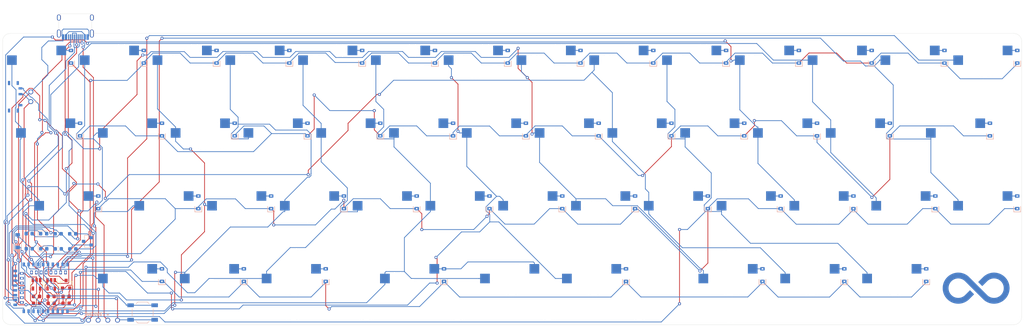
<source format=kicad_pcb>
(kicad_pcb (version 20171130) (host pcbnew "(5.1.5)-3")
  (layers (0 F.Cu signal) (31 B.Cu signal) (34 B.Paste user) (35 F.Paste user) (36 B.SilkS user) (37 F.SilkS user) (38 B.Mask user) (39 F.Mask user) (44 Edge.Cuts user))
  (net 0 "")
  (net 1 GND)
  (net 2 VBAT)
  (net 3 "Net-(C2-Pad1)")
  (net 4 VCC)
  (net 5 /P1.04)
  (net 6 "Net-(D1-Pad2)")
  (net 7 "Net-(D2-Pad2)")
  (net 8 "Net-(D3-Pad2)")
  (net 9 "Net-(D4-Pad2)")
  (net 10 "Net-(D5-Pad2)")
  (net 11 "Net-(D6-Pad2)")
  (net 12 "Net-(D7-Pad2)")
  (net 13 "Net-(D8-Pad2)")
  (net 14 "Net-(D9-Pad2)")
  (net 15 "Net-(D10-Pad2)")
  (net 16 "Net-(D11-Pad2)")
  (net 17 "Net-(D12-Pad2)")
  (net 18 "Net-(D13-Pad2)")
  (net 19 "Net-(D14-Pad2)")
  (net 20 SWO)
  (net 21 "Net-(D15-Pad2)")
  (net 22 "Net-(D16-Pad2)")
  (net 23 "Net-(D17-Pad2)")
  (net 24 "Net-(D18-Pad2)")
  (net 25 "Net-(D19-Pad2)")
  (net 26 "Net-(D20-Pad2)")
  (net 27 "Net-(D21-Pad2)")
  (net 28 "Net-(D22-Pad2)")
  (net 29 "Net-(D23-Pad2)")
  (net 30 "Net-(D24-Pad2)")
  (net 31 "Net-(D25-Pad2)")
  (net 32 "Net-(D26-Pad2)")
  (net 33 "Net-(D27-Pad2)")
  (net 34 /P0.24)
  (net 35 "Net-(D28-Pad2)")
  (net 36 "Net-(D29-Pad2)")
  (net 37 "Net-(D30-Pad2)")
  (net 38 "Net-(D31-Pad2)")
  (net 39 "Net-(D32-Pad2)")
  (net 40 "Net-(D33-Pad2)")
  (net 41 "Net-(D34-Pad2)")
  (net 42 "Net-(D35-Pad2)")
  (net 43 "Net-(D36-Pad2)")
  (net 44 "Net-(D37-Pad2)")
  (net 45 "Net-(D38-Pad2)")
  (net 46 "Net-(D39-Pad2)")
  (net 47 "Net-(D40-Pad2)")
  (net 48 /P0.22)
  (net 49 "Net-(D41-Pad2)")
  (net 50 "Net-(D42-Pad2)")
  (net 51 "Net-(D43-Pad2)")
  (net 52 "Net-(D44-Pad2)")
  (net 53 "Net-(D45-Pad2)")
  (net 54 "Net-(D46-Pad2)")
  (net 55 "Net-(D47-Pad2)")
  (net 56 "Net-(D48-Pad2)")
  (net 57 BLUE_LED)
  (net 58 "Net-(D49-Pad1)")
  (net 59 VBUS)
  (net 60 "Net-(D50-Pad1)")
  (net 61 "Net-(J1-Pad3)")
  (net 62 "Net-(J1-Pad10)")
  (net 63 "Net-(J1-Pad4)")
  (net 64 "Net-(J1-Pad9)")
  (net 65 DATA-)
  (net 66 DATA+)
  (net 67 "Net-(J1-Pad13)")
  (net 68 SWC)
  (net 69 SWD)
  (net 70 "Net-(Q1-Pad3)")
  (net 71 EXT_GND)
  (net 72 POWER_PIN)
  (net 73 "Net-(R2-Pad2)")
  (net 74 "Net-(R3-Pad1)")
  (net 75 P0.04)
  (net 76 "Net-(R8-Pad2)")
  (net 77 /P1.11)
  (net 78 /P0.03)
  (net 79 /P0.28)
  (net 80 /P1.13)
  (net 81 /P0.02)
  (net 82 /P0.29)
  (net 83 /P0.31)
  (net 84 /P0.30)
  (net 85 /P0.00)
  (net 86 /P0.01)
  (net 87 /P0.05)
  (net 88 /P0.12)
  (net 89 /P0.10)
  (net 90 /P0.09)
  (net 91 RESET)
  (net 92 "Net-(SW51-Pad1)")
  (net 93 /P0.15)
  (net 94 /P0.13)
  (net 95 "Net-(U1-Pad23)")
  (net 96 "Net-(U1-Pad25)")
  (net 97 /P0.17)
  (net 98 /P0.20)
  (net 99 DFU)
  (net 100 /P1.06)
  (net 101 TXD)
  (net 102 RXD)
  (net 103 BOOT)
  (net 104 "Net-(U3-Pad4)")
  (module Infinity:SW_MxHotswap_1.25u (layer F.Cu) (at 26.5033 69.85)
    (fp_text reference SW15 hide)
    (fp_text value SW_Push hide)
    (pad "" np_thru_hole circle (at 5.08 0 48.0996) (size 1.75 1.75) (drill 1.75) (layers *.Cu *.Mask))
    (pad "" np_thru_hole circle (at 2.54 -5.08) (size 3 3) (drill 3) (layers *.Cu *.Mask))
    (pad 1 smd rect (at -7.085 -2.54) (size 2.55 2.5) (layers B.Cu B.Paste B.Mask) (net 77 /P1.11))
    (pad "" np_thru_hole circle (at -3.81 -2.54) (size 3 3) (drill 3) (layers *.Cu *.Mask))
    (pad "" np_thru_hole circle (at 0 0) (size 3.9878 3.9878) (drill 3.9878) (layers *.Cu *.Mask))
    (pad 2 smd rect (at 5.842 -5.08) (size 2.55 2.5) (layers B.Cu B.Paste B.Mask) (net 21 "Net-(D15-Pad2)"))
    (pad "" np_thru_hole circle (at -5.08 0 48.0996) (size 1.75 1.75) (drill 1.75) (layers *.Cu *.Mask))
  )
  (module Infinity:InfinityLogo (layer B.Cu) (at 269.3924 107.95)
    (fp_text reference G1 hide)
    (fp_text value LOGO hide)
    (fp_poly (pts (xy -4.323188 4.039277) (xy -4.050286 4.006088) (xy -3.778732 3.954323) (xy -3.509018 3.884011) (xy -3.241638 3.795182) (xy -3.177353 3.770912) (xy -3.066364 3.724742) (xy -2.945497 3.668654) (xy -2.819139 3.605027) (xy -2.691673 3.536234) (xy -2.567487 3.464654) (xy -2.450963 3.392662) (xy -2.346488 3.322634) (xy -2.334766 3.314331) (xy -2.243807 3.247203) (xy -2.146706 3.171497) (xy -2.050111 3.092457) (xy -2.005263 3.054345) (xy -1.987716 3.038347) (xy -1.95874 3.010831) (xy -1.919378 2.972837) (xy -1.870673 2.925406) (xy -1.813668 2.869576) (xy -1.749407 2.806388) (xy -1.678932 2.736881) (xy -1.603286 2.662095) (xy -1.523512 2.583069) (xy -1.440654 2.500843) (xy -1.355754 2.416456) (xy -1.269856 2.330949) (xy -1.184002 2.245361) (xy -1.099235 2.160731) (xy -1.016599 2.0781) (xy -0.937136 1.998507) (xy -0.86189 1.922991) (xy -0.791904 1.852592) (xy -0.72822 1.788351) (xy -0.671882 1.731305) (xy -0.623932 1.682496) (xy -0.585414 1.642963) (xy -0.557371 1.613745) (xy -0.540846 1.595883) (xy -0.536619 1.590463) (xy -0.543119 1.582778) (xy -0.561948 1.562815) (xy -0.592105 1.531591) (xy -0.632588 1.490124) (xy -0.682393 1.439431) (xy -0.740518 1.380529) (xy -0.805961 1.314434) (xy -0.87772 1.242165) (xy -0.954791 1.164739) (xy -1.036172 1.083172) (xy -1.06499 1.054333) (xy -1.59336 0.525769) (xy -1.625896 0.557084) (xy -1.637183 0.56818) (xy -1.66081 0.5916) (xy -1.695795 0.626364) (xy -1.741154 0.671492) (xy -1.795903 0.726003) (xy -1.859059 0.788919) (xy -1.929639 0.859259) (xy -2.006658 0.936044) (xy -2.089134 1.018293) (xy -2.176082 1.105027) (xy -2.26652 1.195266) (xy -2.286092 1.214798) (xy -2.378305 1.306723) (xy -2.468109 1.396046) (xy -2.554428 1.481709) (xy -2.636188 1.562653) (xy -2.712312 1.63782) (xy -2.781724 1.706152) (xy -2.84335 1.766588) (xy -2.896113 1.818072) (xy -2.938937 1.859544) (xy -2.970748 1.889945) (xy -2.99047 1.908217) (xy -2.992076 1.909635) (xy -3.163146 2.04691) (xy -3.343815 2.168368) (xy -3.533144 2.27348) (xy -3.730195 2.361711) (xy -3.892842 2.419811) (xy -4.104914 2.477589) (xy -4.319498 2.516855) (xy -4.535697 2.537619) (xy -4.752619 2.539888) (xy -4.969368 2.52367) (xy -5.185051 2.488973) (xy -5.398773 2.435803) (xy -5.49394 2.405896) (xy -5.690572 2.330972) (xy -5.877254 2.241042) (xy -6.055097 2.135408) (xy -6.225214 2.013374) (xy -6.388717 1.874241) (xy -6.477266 1.789137) (xy -6.627882 1.626033) (xy -6.761281 1.455575) (xy -6.877766 1.277298) (xy -6.977642 1.090741) (xy -7.056395 0.908084) (xy -7.125535 0.702494) (xy -7.176713 0.493474) (xy -7.210054 0.282205) (xy -7.225685 0.069866) (xy -7.223729 -0.142367) (xy -7.204314 -0.353312) (xy -7.167564 -0.561793) (xy -7.113605 -0.766631) (xy -7.042562 -0.966646) (xy -6.954561 -1.160661) (xy -6.849727 -1.347496) (xy -6.809557 -1.410254) (xy -6.682162 -1.585991) (xy -6.539598 -1.751394) (xy -6.383276 -1.905057) (xy -6.214605 -2.045574) (xy -6.067568 -2.150334) (xy -5.884627 -2.260234) (xy -5.693659 -2.353557) (xy -5.495886 -2.430122) (xy -5.29253 -2.489753) (xy -5.084814 -2.532271) (xy -4.87396 -2.557497) (xy -4.661192 -2.565254) (xy -4.447732 -2.555362) (xy -4.234802 -2.527645) (xy -4.023624 -2.481922) (xy -3.944625 -2.459948) (xy -3.74025 -2.389778) (xy -3.542333 -2.302078) (xy -3.351665 -2.197272) (xy -3.169034 -2.075785) (xy -3.03143 -1.968687) (xy -3.019614 -1.957751) (xy -2.994967 -1.933979) (xy -2.957972 -1.89785) (xy -2.909112 -1.849846) (xy -2.848867 -1.790444) (xy -2.777722 -1.720124) (xy -2.696157 -1.639367) (xy -2.604656 -1.548651) (xy -2.5037 -1.448457) (xy -2.393772 -1.339263) (xy -2.275354 -1.22155) (xy -2.148928 -1.095796) (xy -2.014977 -0.962483) (xy -1.873982 -0.822088) (xy -1.726426 -0.675092) (xy -1.572792 -0.521975) (xy -1.413561 -0.363215) (xy -1.249215 -0.199293) (xy -1.080238 -0.030687) (xy -0.907111 0.142122) (xy -0.730316 0.318654) (xy -0.550337 0.498431) (xy -0.508376 0.540353) (xy -0.327393 0.721138) (xy -0.149322 0.898933) (xy 0.025344 1.073249) (xy 0.196117 1.2436) (xy 0.362506 1.4095) (xy 0.52402 1.57046) (xy 0.680168 1.725994) (xy 0.830461 1.875614) (xy 0.974408 2.018834) (xy 1.111517 2.155166) (xy 1.2413 2.284124) (xy 1.363266 2.40522) (xy 1.476923 2.517966) (xy 1.581782 2.621877) (xy 1.677353 2.716465) (xy 1.763143 2.801242) (xy 1.838665 2.875722) (xy 1.903426 2.939418) (xy 1.956936 2.991842) (xy 1.998706 3.032507) (xy 2.028243 3.060926) (xy 2.045059 3.076613) (xy 2.046853 3.078179) (xy 2.265631 3.252375) (xy 2.493262 3.41008) (xy 2.729276 3.551086) (xy 2.973206 3.675184) (xy 3.224585 3.782166) (xy 3.482946 3.871824) (xy 3.74782 3.943949) (xy 4.01874 3.998332) (xy 4.15645 4.018822) (xy 4.431001 4.04554) (xy 4.706369 4.053592) (xy 4.981551 4.04305) (xy 5.255544 4.01399) (xy 5.527347 3.966485) (xy 5.795955 3.900609) (xy 5.808673 3.897008) (xy 6.070304 3.812784) (xy 6.32428 3.711509) (xy 6.569994 3.593592) (xy 6.806836 3.459444) (xy 7.0342 3.309473) (xy 7.251476 3.144089) (xy 7.458056 2.963703) (xy 7.653332 2.768723) (xy 7.836696 2.559559) (xy 7.886147 2.498093) (xy 8.044992 2.281852) (xy 8.189141 2.054639) (xy 8.318026 1.817829) (xy 8.431081 1.572795) (xy 8.527738 1.320911) (xy 8.60743 1.063551) (xy 8.66959 0.802088) (xy 8.71365 0.537897) (xy 8.721332 0.475426) (xy 8.731934 0.38054) (xy 8.740183 0.300481) (xy 8.746345 0.231428) (xy 8.750685 0.169563) (xy 8.753471 0.111066) (xy 8.754967 0.052117) (xy 8.75544 -0.011103) (xy 8.755442 -0.014122) (xy 8.755204 -0.068615) (xy 8.754305 -0.117993) (xy 8.752505 -0.165644) (xy 8.749567 -0.214955) (xy 8.745254 -0.269317) (xy 8.739327 -0.332115) (xy 8.731548 -0.406739) (xy 8.721681 -0.496577) (xy 8.721415 -0.498963) (xy 8.712936 -0.566561) (xy 8.701923 -0.64171) (xy 8.689081 -0.720572) (xy 8.675114 -0.799308) (xy 8.660727 -0.874077) (xy 8.646623 -0.941042) (xy 8.633508 -0.996364) (xy 8.623818 -1.030875) (xy 8.617084 -1.053699) (xy 8.607544 -1.087885) (xy 8.59711 -1.126564) (xy 8.595715 -1.131839) (xy 8.584722 -1.169897) (xy 8.568654 -1.220784) (xy 8.548873 -1.280607) (xy 8.526742 -1.345474) (xy 8.503621 -1.411492) (xy 8.480873 -1.474769) (xy 8.459858 -1.531413) (xy 8.441939 -1.57753) (xy 8.429508 -1.606986) (xy 8.410916 -1.646972) (xy 8.387102 -1.696863) (xy 8.359843 -1.753069) (xy 8.330913 -1.812001) (xy 8.30209 -1.870073) (xy 8.27515 -1.923694) (xy 8.251869 -1.969277) (xy 8.234022 -2.003233) (xy 8.227721 -2.014678) (xy 8.086006 -2.245931) (xy 7.928984 -2.467144) (xy 7.7576 -2.677477) (xy 7.572798 -2.876093) (xy 7.375524 -3.062152) (xy 7.166725 -3.234816) (xy 6.947344 -3.393246) (xy 6.718327 -3.536604) (xy 6.48062 -3.664051) (xy 6.251149 -3.768157) (xy 6.028281 -3.852506) (xy 5.79633 -3.924813) (xy 5.559818 -3.983946) (xy 5.323266 -4.028774) (xy 5.09318 -4.05798) (xy 5.04542 -4.062923) (xy 5.002197 -4.068232) (xy 4.968244 -4.073272) (xy 4.94829 -4.077408) (xy 4.948206 -4.077434) (xy 4.931381 -4.079775) (xy 4.898676 -4.081865) (xy 4.853039 -4.083609) (xy 4.797418 -4.084911) (xy 4.734761 -4.085676) (xy 4.688362 -4.085842) (xy 4.622538 -4.085508) (xy 4.561689 -4.084571) (xy 4.508763 -4.083126) (xy 4.466708 -4.081268) (xy 4.438473 -4.079092) (xy 4.428518 -4.077434) (xy 4.408686 -4.073302) (xy 4.37482 -4.068253) (xy 4.33165 -4.062925) (xy 4.283907 -4.057954) (xy 4.283544 -4.05792) (xy 4.233225 -4.052527) (xy 4.173586 -4.045118) (xy 4.108599 -4.036288) (xy 4.042233 -4.026635) (xy 3.978458 -4.016756) (xy 3.921246 -4.007247) (xy 3.874566 -3.998706) (xy 3.842389 -3.991729) (xy 3.841068 -3.991389) (xy 3.820194 -3.986068) (xy 3.785309 -3.977299) (xy 3.740684 -3.966151) (xy 3.690588 -3.953692) (xy 3.671609 -3.948986) (xy 3.42057 -3.877205) (xy 3.173193 -3.787381) (xy 2.930657 -3.680136) (xy 2.694141 -3.556092) (xy 2.464824 -3.415869) (xy 2.243885 -3.260089) (xy 2.032504 -3.089375) (xy 2.019385 -3.078004) (xy 1.999594 -3.05991) (xy 1.967555 -3.029498) (xy 1.924306 -2.987789) (xy 1.870886 -2.935807) (xy 1.808333 -2.874573) (xy 1.737685 -2.805111) (xy 1.659982 -2.728442) (xy 1.576262 -2.645588) (xy 1.487563 -2.557574) (xy 1.394925 -2.465419) (xy 1.299384 -2.370148) (xy 1.235084 -2.305899) (xy 0.544926 -1.615737) (xy 1.075008 -1.085593) (xy 1.157831 -1.002827) (xy 1.236817 -0.924024) (xy 1.310958 -0.850184) (xy 1.37924 -0.782308) (xy 1.440656 -0.721396) (xy 1.494192 -0.668449) (xy 1.53884 -0.624467) (xy 1.573588 -0.59045) (xy 1.597425 -0.5674) (xy 1.609342 -0.556317) (xy 1.610521 -0.555449) (xy 1.617799 -0.561956) (xy 1.637499 -0.580884) (xy 1.668725 -0.611347) (xy 1.710578 -0.652457) (xy 1.762163 -0.703327) (xy 1.822582 -0.763068) (xy 1.89094 -0.830795) (xy 1.966338 -0.905619) (xy 2.047881 -0.986654) (xy 2.134672 -1.073011) (xy 2.225813 -1.163803) (xy 2.288414 -1.226223) (xy 2.40584 -1.343295) (xy 2.510906 -1.447883) (xy 2.604528 -1.540852) (xy 2.687624 -1.623069) (xy 2.761111 -1.695399) (xy 2.825907 -1.758708) (xy 2.882928 -1.813863) (xy 2.933092 -1.861727) (xy 2.977317 -1.903168) (xy 3.01652 -1.939051) (xy 3.051617 -1.970241) (xy 3.083527 -1.997605) (xy 3.113167 -2.022009) (xy 3.141454 -2.044317) (xy 3.169305 -2.065396) (xy 3.197637 -2.086111) (xy 3.205597 -2.091832) (xy 3.385565 -2.209324) (xy 3.574364 -2.310636) (xy 3.770712 -2.395469) (xy 3.973325 -2.463524) (xy 4.180922 -2.514504) (xy 4.392218 -2.548109) (xy 4.605933 -2.56404) (xy 4.820782 -2.562) (xy 5.035482 -2.54169) (xy 5.097888 -2.532282) (xy 5.28419 -2.49566) (xy 5.459153 -2.448099) (xy 5.627789 -2.387996) (xy 5.795109 -2.313749) (xy 5.820587 -2.301201) (xy 5.880094 -2.27119) (xy 5.928717 -2.245632) (xy 5.971706 -2.22146) (xy 6.014311 -2.195605) (xy 6.061781 -2.165) (xy 6.119348 -2.126587) (xy 6.291531 -1.999417) (xy 6.45192 -1.858157) (xy 6.599732 -1.703989) (xy 6.734184 -1.538095) (xy 6.854494 -1.361658) (xy 6.95988 -1.175861) (xy 7.049558 -0.981887) (xy 7.122746 -0.780916) (xy 7.178662 -0.574133) (xy 7.193414 -0.50367) (xy 7.215097 -0.369618) (xy 7.229511 -0.226843) (xy 7.236739 -0.08473) (xy 7.234174 0.133814) (xy 7.213443 0.34883) (xy 7.175026 0.55942) (xy 7.119401 0.764686) (xy 7.047048 0.96373) (xy 6.958445 1.155653) (xy 6.854071 1.339558) (xy 6.734405 1.514546) (xy 6.599926 1.679719) (xy 6.451113 1.834179) (xy 6.288445 1.977027) (xy 6.112401 2.107366) (xy 6.044033 2.152201) (xy 5.859638 2.258134) (xy 5.667775 2.34732) (xy 5.469698 2.419696) (xy 5.266658 2.475202) (xy 5.05991 2.513777) (xy 4.850704 2.535361) (xy 4.640295 2.539893) (xy 4.429935 2.527312) (xy 4.220877 2.497557) (xy 4.014373 2.450568) (xy 3.811676 2.386284) (xy 3.614039 2.304644) (xy 3.548752 2.273189) (xy 3.426649 2.208517) (xy 3.312818 2.140125) (xy 3.20143 2.064235) (xy 3.086655 1.977069) (xy 3.064381 1.959241) (xy 3.05224 1.948177) (xy 3.027266 1.924276) (xy 2.989941 1.888017) (xy 2.940745 1.839876) (xy 2.880159 1.780332) (xy 2.808665 1.709863) (xy 2.726743 1.628945) (xy 2.634875 1.538057) (xy 2.533542 1.437676) (xy 2.423224 1.328281) (xy 2.304403 1.210348) (xy 2.177559 1.084355) (xy 2.043175 0.950781) (xy 1.90173 0.810103) (xy 1.753706 0.662798) (xy 1.599584 0.509344) (xy 1.439845 0.350219) (xy 1.27497 0.185901) (xy 1.105439 0.016867) (xy 0.931735 -0.156405) (xy 0.754338 -0.333437) (xy 0.573729 -0.513752) (xy 0.513084 -0.574316) (xy 0.282074 -0.804981) (xy 0.060584 -1.026036) (xy -0.151188 -1.237285) (xy -0.353043 -1.438531) (xy -0.544781 -1.629575) (xy -0.726204 -1.810222) (xy -0.897114 -1.980274) (xy -1.057311 -2.139534) (xy -1.206597 -2.287805) (xy -1.344773 -2.424889) (xy -1.47164 -2.55059) (xy -1.586999 -2.664711) (xy -1.690652 -2.767054) (xy -1.7824 -2.857423) (xy -1.862044 -2.93562) (xy -1.929385 -3.001448) (xy -1.984224 -3.05471) (xy -2.026363 -3.09521) (xy -2.055603 -3.122749) (xy -2.071163 -3.136653) (xy -2.166195 -3.21248) (xy -2.269583 -3.290125) (xy -2.377008 -3.366595) (xy -2.484148 -3.438897) (xy -2.586684 -3.504038) (xy -2.680295 -3.559024) (xy -2.683098 -3.560585) (xy -2.711805 -3.576113) (xy -2.749465 -3.595883) (xy -2.792899 -3.618296) (xy -2.838929 -3.641751) (xy -2.88438 -3.664648) (xy -2.926072 -3.685387) (xy -2.960828 -3.702368) (xy -2.985471 -3.713991) (xy -2.996824 -3.718656) (xy -2.997052 -3.718681) (xy -3.007388 -3.722344) (xy -3.029969 -3.731968) (xy -3.059999 -3.745507) (xy -3.06137 -3.746139) (xy -3.172757 -3.793795) (xy -3.300211 -3.841302) (xy -3.444602 -3.888962) (xy -3.606798 -3.937075) (xy -3.633951 -3.944693) (xy -3.834858 -3.99359) (xy -4.048716 -4.03226) (xy -4.272409 -4.060289) (xy -4.502816 -4.077261) (xy -4.669533 -4.082383) (xy -4.736767 -4.082958) (xy -4.798209 -4.082931) (xy -4.851221 -4.082346) (xy -4.893168 -4.08125) (xy -4.921415 -4.079689) (xy -4.933135 -4.077828) (xy -4.947381 -4.074134) (xy -4.976458 -4.069481) (xy -5.016427 -4.064412) (xy -5.06335 -4.059467) (xy -5.074351 -4.058436) (xy -5.20274 -4.044159) (xy -5.336724 -4.02465) (xy -5.470245 -4.000984) (xy -5.597242 -3.974239) (xy -5.711656 -3.945492) (xy -5.714529 -3.944693) (xy -5.883394 -3.895247) (xy -6.034294 -3.845949) (xy -6.16809 -3.796501) (xy -6.28564 -3.746603) (xy -6.296124 -3.741768) (xy -6.323755 -3.72932) (xy -6.343975 -3.720938) (xy -6.351112 -3.718681) (xy -6.360923 -3.714671) (xy -6.384542 -3.703601) (xy -6.418975 -3.686917) (xy -6.461231 -3.666059) (xy -6.488275 -3.652551) (xy -6.73101 -3.520394) (xy -6.963047 -3.372977) (xy -7.183827 -3.210906) (xy -7.392786 -3.03479) (xy -7.589366 -2.845236) (xy -7.773003 -2.642851) (xy -7.943138 -2.428243) (xy -8.099209 -2.202019) (xy -8.240655 -1.964786) (xy -8.366914 -1.717152) (xy -8.449305 -1.529837) (xy -8.478685 -1.45397) (xy -8.50973 -1.365927) (xy -8.541197 -1.269896) (xy -8.571846 -1.170062) (xy -8.600436 -1.070612) (xy -8.625724 -0.975732) (xy -8.64647 -0.889609) (xy -8.661431 -0.816428) (xy -8.662257 -0.811741) (xy -8.679488 -0.711775) (xy -8.6936 -0.626742) (xy -8.704905 -0.55306) (xy -8.713714 -0.487147) (xy -8.720338 -0.425424) (xy -8.725088 -0.364309) (xy -8.728278 -0.300221) (xy -8.730217 -0.229578) (xy -8.731217 -0.1488) (xy -8.731591 -0.054305) (xy -8.731633 -0.014122) (xy -8.73156 0.082118) (xy -8.731081 0.162787) (xy -8.729992 0.231142) (xy -8.728091 0.290437) (xy -8.725176 0.343931) (xy -8.721044 0.394879) (xy -8.715493 0.446538) (xy -8.708321 0.502164) (xy -8.699325 0.565013) (xy -8.693016 0.607227) (xy -8.643603 0.872162) (xy -8.576033 1.133854) (xy -8.490882 1.390955) (xy -8.388728 1.642116) (xy -8.270145 1.885989) (xy -8.13571 2.121226) (xy -7.986 2.346479) (xy -7.900267 2.46186) (xy -7.74808 2.646675) (xy -7.581176 2.826739) (xy -7.403154 2.998591) (xy -7.217611 3.158771) (xy -7.028146 3.303818) (xy -7.015197 3.313055) (xy -6.924467 3.374774) (xy -6.823275 3.438947) (xy -6.715935 3.503122) (xy -6.606766 3.564845) (xy -6.500083 3.621663) (xy -6.400203 3.671123) (xy -6.326464 3.704445) (xy -6.288791 3.720599) (xy -6.255987 3.734763) (xy -6.233161 3.744729) (xy -6.227613 3.747206) (xy -6.167848 3.772386) (xy -6.09385 3.800371) (xy -6.009747 3.82979) (xy -5.919666 3.859274) (xy -5.827734 3.887451) (xy -5.738079 3.912952) (xy -5.690614 3.9255) (xy -5.418385 3.985652) (xy -5.145034 4.027076) (xy -4.871055 4.049801) (xy -4.596942 4.053858) (xy -4.323188 4.039277)) (layer B.Cu) (width 0.01))
  )
  (module nrfmicro:connector_swd (layer F.Cu) (at 40.8813 116.319)
    (fp_text reference J2 hide)
    (fp_text value Conn_01x04 hide)
    (pad 4 thru_hole circle (at 3.81 0) (size 1.27 1.27) (drill 0.85) (layers *.Cu *.Mask) (net 1 GND))
    (pad 3 thru_hole circle (at 1.27 0) (size 1.27 1.27) (drill 0.85) (layers *.Cu *.Mask) (net 4 VCC))
    (pad 1 thru_hole circle (at -3.81 0 90) (size 1.27 1.27) (drill 0.85) (layers *.Cu *.Mask) (net 68 SWC))
    (pad 2 thru_hole circle (at -1.27 0) (size 1.27 1.27) (drill 0.85) (layers *.Cu *.Mask) (net 69 SWD))
  )
  (module nrfmicro:connectro_bat (layer B.Cu) (at 21.9964 57.8485 90)
    (fp_text reference J3 hide)
    (fp_text value Conn_01x02 hide)
    (fp_text user - (at 1.27 1.27 270) (layer B.SilkS) (effects (font (size 0.7 0.7)) (justify mirror)))
    (fp_text user + (at -1.27 1.27 270) (layer B.SilkS) (effects (font (size 0.7 0.7)) (justify mirror)))
    (pad 2 thru_hole circle (at 1.27 0 90) (size 1.27 1.27) (drill 0.85) (layers *.Cu *.Mask) (net 1 GND))
    (pad 1 thru_hole circle (at -1.27 0 90) (size 1.27 1.27) (drill 0.85) (layers *.Cu *.Mask) (net 2 VBAT))
  )
  (module Used_Footprints:Diode_SMD_SOD-123 (layer F.Cu) (at 256.337 104.521 90)
    (fp_text reference D48 hide)
    (fp_text value 1n4148 hide)
    (pad 1 smd roundrect (at -1.65 0 90) (size 0.9 1.2) (layers B.Cu B.Paste B.Mask) (roundrect_rratio 0.2) (net 48 /P0.22))
    (pad 2 thru_hole circle (at 1.65 0 90) (size 0.8 0.8) (drill 0.4) (layers *.Cu B.Mask) (net 56 "Net-(D48-Pad2)"))
    (pad 1 thru_hole circle (at -1.65 0 90) (size 0.8 0.8) (drill 0.4) (layers *.Cu B.Mask) (net 48 /P0.22))
    (pad 2 smd roundrect (at 1.65 0 90) (size 0.9 1.2) (layers B.Cu B.Paste B.Mask) (roundrect_rratio 0.2) (net 56 "Net-(D48-Pad2)"))
  )
  (module Used_Footprints:Diode_SMD_SOD-123 (layer F.Cu) (at 234.899 104.521 90)
    (fp_text reference D47 hide)
    (fp_text value 1n4148 hide)
    (pad 1 smd roundrect (at -1.65 0 90) (size 0.9 1.2) (layers B.Cu B.Paste B.Mask) (roundrect_rratio 0.2) (net 48 /P0.22))
    (pad 2 thru_hole circle (at 1.65 0 90) (size 0.8 0.8) (drill 0.4) (layers *.Cu B.Mask) (net 55 "Net-(D47-Pad2)"))
    (pad 1 thru_hole circle (at -1.65 0 90) (size 0.8 0.8) (drill 0.4) (layers *.Cu B.Mask) (net 48 /P0.22))
    (pad 2 smd roundrect (at 1.65 0 90) (size 0.9 1.2) (layers B.Cu B.Paste B.Mask) (roundrect_rratio 0.2) (net 55 "Net-(D47-Pad2)"))
  )
  (module Used_Footprints:Diode_SMD_SOD-123 (layer F.Cu) (at 213.474 104.521 90)
    (fp_text reference D46 hide)
    (fp_text value 1n4148 hide)
    (pad 1 smd roundrect (at -1.65 0 90) (size 0.9 1.2) (layers B.Cu B.Paste B.Mask) (roundrect_rratio 0.2) (net 48 /P0.22))
    (pad 2 thru_hole circle (at 1.65 0 90) (size 0.8 0.8) (drill 0.4) (layers *.Cu B.Mask) (net 54 "Net-(D46-Pad2)"))
    (pad 1 thru_hole circle (at -1.65 0 90) (size 0.8 0.8) (drill 0.4) (layers *.Cu B.Mask) (net 48 /P0.22))
    (pad 2 smd roundrect (at 1.65 0 90) (size 0.9 1.2) (layers B.Cu B.Paste B.Mask) (roundrect_rratio 0.2) (net 54 "Net-(D46-Pad2)"))
  )
  (module Used_Footprints:Diode_SMD_SOD-123 (layer F.Cu) (at 177.762 104.521 90)
    (fp_text reference D45 hide)
    (fp_text value 1n4148 hide)
    (pad 1 smd roundrect (at -1.65 0 90) (size 0.9 1.2) (layers B.Cu B.Paste B.Mask) (roundrect_rratio 0.2) (net 48 /P0.22))
    (pad 2 thru_hole circle (at 1.65 0 90) (size 0.8 0.8) (drill 0.4) (layers *.Cu B.Mask) (net 53 "Net-(D45-Pad2)"))
    (pad 1 thru_hole circle (at -1.65 0 90) (size 0.8 0.8) (drill 0.4) (layers *.Cu B.Mask) (net 48 /P0.22))
    (pad 2 smd roundrect (at 1.65 0 90) (size 0.9 1.2) (layers B.Cu B.Paste B.Mask) (roundrect_rratio 0.2) (net 53 "Net-(D45-Pad2)"))
  )
  (module Used_Footprints:Diode_SMD_SOD-123 (layer F.Cu) (at 130.137 104.521 90)
    (fp_text reference D44 hide)
    (fp_text value 1n4148 hide)
    (pad 1 smd roundrect (at -1.65 0 90) (size 0.9 1.2) (layers B.Cu B.Paste B.Mask) (roundrect_rratio 0.2) (net 48 /P0.22))
    (pad 2 thru_hole circle (at 1.65 0 90) (size 0.8 0.8) (drill 0.4) (layers *.Cu B.Mask) (net 52 "Net-(D44-Pad2)"))
    (pad 1 thru_hole circle (at -1.65 0 90) (size 0.8 0.8) (drill 0.4) (layers *.Cu B.Mask) (net 48 /P0.22))
    (pad 2 smd roundrect (at 1.65 0 90) (size 0.9 1.2) (layers B.Cu B.Paste B.Mask) (roundrect_rratio 0.2) (net 52 "Net-(D44-Pad2)"))
  )
  (module Used_Footprints:Diode_SMD_SOD-123 (layer F.Cu) (at 99.1743 104.521 90)
    (fp_text reference D43 hide)
    (fp_text value 1n4148 hide)
    (pad 1 smd roundrect (at -1.65 0 90) (size 0.9 1.2) (layers B.Cu B.Paste B.Mask) (roundrect_rratio 0.2) (net 48 /P0.22))
    (pad 2 thru_hole circle (at 1.65 0 90) (size 0.8 0.8) (drill 0.4) (layers *.Cu B.Mask) (net 51 "Net-(D43-Pad2)"))
    (pad 1 thru_hole circle (at -1.65 0 90) (size 0.8 0.8) (drill 0.4) (layers *.Cu B.Mask) (net 48 /P0.22))
    (pad 2 smd roundrect (at 1.65 0 90) (size 0.9 1.2) (layers B.Cu B.Paste B.Mask) (roundrect_rratio 0.2) (net 51 "Net-(D43-Pad2)"))
  )
  (module Used_Footprints:Diode_SMD_SOD-123 (layer F.Cu) (at 77.7494 104.521 90)
    (fp_text reference D42 hide)
    (fp_text value 1n4148 hide)
    (pad 1 smd roundrect (at -1.65 0 90) (size 0.9 1.2) (layers B.Cu B.Paste B.Mask) (roundrect_rratio 0.2) (net 48 /P0.22))
    (pad 2 thru_hole circle (at 1.65 0 90) (size 0.8 0.8) (drill 0.4) (layers *.Cu B.Mask) (net 50 "Net-(D42-Pad2)"))
    (pad 1 thru_hole circle (at -1.65 0 90) (size 0.8 0.8) (drill 0.4) (layers *.Cu B.Mask) (net 48 /P0.22))
    (pad 2 smd roundrect (at 1.65 0 90) (size 0.9 1.2) (layers B.Cu B.Paste B.Mask) (roundrect_rratio 0.2) (net 50 "Net-(D42-Pad2)"))
  )
  (module Used_Footprints:Diode_SMD_SOD-123 (layer F.Cu) (at 56.3118 104.521 90)
    (fp_text reference D41 hide)
    (fp_text value 1n4148 hide)
    (pad 1 smd roundrect (at -1.65 0 90) (size 0.9 1.2) (layers B.Cu B.Paste B.Mask) (roundrect_rratio 0.2) (net 48 /P0.22))
    (pad 2 thru_hole circle (at 1.65 0 90) (size 0.8 0.8) (drill 0.4) (layers *.Cu B.Mask) (net 49 "Net-(D41-Pad2)"))
    (pad 1 thru_hole circle (at -1.65 0 90) (size 0.8 0.8) (drill 0.4) (layers *.Cu B.Mask) (net 48 /P0.22))
    (pad 2 smd roundrect (at 1.65 0 90) (size 0.9 1.2) (layers B.Cu B.Paste B.Mask) (roundrect_rratio 0.2) (net 49 "Net-(D41-Pad2)"))
  )
  (module Used_Footprints:Diode_SMD_SOD-123 (layer F.Cu) (at 280.149 85.471 90)
    (fp_text reference D40 hide)
    (fp_text value 1n4148 hide)
    (pad 1 smd roundrect (at -1.65 0 90) (size 0.9 1.2) (layers B.Cu B.Paste B.Mask) (roundrect_rratio 0.2) (net 34 /P0.24))
    (pad 2 thru_hole circle (at 1.65 0 90) (size 0.8 0.8) (drill 0.4) (layers *.Cu B.Mask) (net 47 "Net-(D40-Pad2)"))
    (pad 1 thru_hole circle (at -1.65 0 90) (size 0.8 0.8) (drill 0.4) (layers *.Cu B.Mask) (net 34 /P0.24))
    (pad 2 smd roundrect (at 1.65 0 90) (size 0.9 1.2) (layers B.Cu B.Paste B.Mask) (roundrect_rratio 0.2) (net 47 "Net-(D40-Pad2)"))
  )
  (module Used_Footprints:Diode_SMD_SOD-123 (layer F.Cu) (at 258.724 85.471 90)
    (fp_text reference D39 hide)
    (fp_text value 1n4148 hide)
    (pad 1 smd roundrect (at -1.65 0 90) (size 0.9 1.2) (layers B.Cu B.Paste B.Mask) (roundrect_rratio 0.2) (net 34 /P0.24))
    (pad 2 thru_hole circle (at 1.65 0 90) (size 0.8 0.8) (drill 0.4) (layers *.Cu B.Mask) (net 46 "Net-(D39-Pad2)"))
    (pad 1 thru_hole circle (at -1.65 0 90) (size 0.8 0.8) (drill 0.4) (layers *.Cu B.Mask) (net 34 /P0.24))
    (pad 2 smd roundrect (at 1.65 0 90) (size 0.9 1.2) (layers B.Cu B.Paste B.Mask) (roundrect_rratio 0.2) (net 46 "Net-(D39-Pad2)"))
  )
  (module Used_Footprints:Diode_SMD_SOD-123 (layer F.Cu) (at 237.287 85.471 90)
    (fp_text reference D38 hide)
    (fp_text value 1n4148 hide)
    (pad 1 smd roundrect (at -1.65 0 90) (size 0.9 1.2) (layers B.Cu B.Paste B.Mask) (roundrect_rratio 0.2) (net 34 /P0.24))
    (pad 2 thru_hole circle (at 1.65 0 90) (size 0.8 0.8) (drill 0.4) (layers *.Cu B.Mask) (net 45 "Net-(D38-Pad2)"))
    (pad 1 thru_hole circle (at -1.65 0 90) (size 0.8 0.8) (drill 0.4) (layers *.Cu B.Mask) (net 34 /P0.24))
    (pad 2 smd roundrect (at 1.65 0 90) (size 0.9 1.2) (layers B.Cu B.Paste B.Mask) (roundrect_rratio 0.2) (net 45 "Net-(D38-Pad2)"))
  )
  (module Used_Footprints:Diode_SMD_SOD-123 (layer F.Cu) (at 218.237 85.471 90)
    (fp_text reference D37 hide)
    (fp_text value 1n4148 hide)
    (pad 1 smd roundrect (at -1.65 0 90) (size 0.9 1.2) (layers B.Cu B.Paste B.Mask) (roundrect_rratio 0.2) (net 34 /P0.24))
    (pad 2 thru_hole circle (at 1.65 0 90) (size 0.8 0.8) (drill 0.4) (layers *.Cu B.Mask) (net 44 "Net-(D37-Pad2)"))
    (pad 1 thru_hole circle (at -1.65 0 90) (size 0.8 0.8) (drill 0.4) (layers *.Cu B.Mask) (net 34 /P0.24))
    (pad 2 smd roundrect (at 1.65 0 90) (size 0.9 1.2) (layers B.Cu B.Paste B.Mask) (roundrect_rratio 0.2) (net 44 "Net-(D37-Pad2)"))
  )
  (module Used_Footprints:Diode_SMD_SOD-123 (layer F.Cu) (at 199.187 85.471 90)
    (fp_text reference D36 hide)
    (fp_text value 1n4148 hide)
    (pad 1 smd roundrect (at -1.65 0 90) (size 0.9 1.2) (layers B.Cu B.Paste B.Mask) (roundrect_rratio 0.2) (net 34 /P0.24))
    (pad 2 thru_hole circle (at 1.65 0 90) (size 0.8 0.8) (drill 0.4) (layers *.Cu B.Mask) (net 43 "Net-(D36-Pad2)"))
    (pad 1 thru_hole circle (at -1.65 0 90) (size 0.8 0.8) (drill 0.4) (layers *.Cu B.Mask) (net 34 /P0.24))
    (pad 2 smd roundrect (at 1.65 0 90) (size 0.9 1.2) (layers B.Cu B.Paste B.Mask) (roundrect_rratio 0.2) (net 43 "Net-(D36-Pad2)"))
  )
  (module Used_Footprints:Diode_SMD_SOD-123 (layer F.Cu) (at 180.137 85.471 90)
    (fp_text reference D35 hide)
    (fp_text value 1n4148 hide)
    (pad 1 smd roundrect (at -1.65 0 90) (size 0.9 1.2) (layers B.Cu B.Paste B.Mask) (roundrect_rratio 0.2) (net 34 /P0.24))
    (pad 2 thru_hole circle (at 1.65 0 90) (size 0.8 0.8) (drill 0.4) (layers *.Cu B.Mask) (net 42 "Net-(D35-Pad2)"))
    (pad 1 thru_hole circle (at -1.65 0 90) (size 0.8 0.8) (drill 0.4) (layers *.Cu B.Mask) (net 34 /P0.24))
    (pad 2 smd roundrect (at 1.65 0 90) (size 0.9 1.2) (layers B.Cu B.Paste B.Mask) (roundrect_rratio 0.2) (net 42 "Net-(D35-Pad2)"))
  )
  (module Used_Footprints:Diode_SMD_SOD-123 (layer F.Cu) (at 161.087 85.471 90)
    (fp_text reference D34 hide)
    (fp_text value 1n4148 hide)
    (pad 1 smd roundrect (at -1.65 0 90) (size 0.9 1.2) (layers B.Cu B.Paste B.Mask) (roundrect_rratio 0.2) (net 34 /P0.24))
    (pad 2 thru_hole circle (at 1.65 0 90) (size 0.8 0.8) (drill 0.4) (layers *.Cu B.Mask) (net 41 "Net-(D34-Pad2)"))
    (pad 1 thru_hole circle (at -1.65 0 90) (size 0.8 0.8) (drill 0.4) (layers *.Cu B.Mask) (net 34 /P0.24))
    (pad 2 smd roundrect (at 1.65 0 90) (size 0.9 1.2) (layers B.Cu B.Paste B.Mask) (roundrect_rratio 0.2) (net 41 "Net-(D34-Pad2)"))
  )
  (module Used_Footprints:Diode_SMD_SOD-123 (layer F.Cu) (at 142.037 85.471 90)
    (fp_text reference D33 hide)
    (fp_text value 1n4148 hide)
    (pad 1 smd roundrect (at -1.65 0 90) (size 0.9 1.2) (layers B.Cu B.Paste B.Mask) (roundrect_rratio 0.2) (net 34 /P0.24))
    (pad 2 thru_hole circle (at 1.65 0 90) (size 0.8 0.8) (drill 0.4) (layers *.Cu B.Mask) (net 40 "Net-(D33-Pad2)"))
    (pad 1 thru_hole circle (at -1.65 0 90) (size 0.8 0.8) (drill 0.4) (layers *.Cu B.Mask) (net 34 /P0.24))
    (pad 2 smd roundrect (at 1.65 0 90) (size 0.9 1.2) (layers B.Cu B.Paste B.Mask) (roundrect_rratio 0.2) (net 40 "Net-(D33-Pad2)"))
  )
  (module Used_Footprints:Diode_SMD_SOD-123 (layer F.Cu) (at 122.987 85.471 90)
    (fp_text reference D32 hide)
    (fp_text value 1n4148 hide)
    (pad 1 smd roundrect (at -1.65 0 90) (size 0.9 1.2) (layers B.Cu B.Paste B.Mask) (roundrect_rratio 0.2) (net 34 /P0.24))
    (pad 2 thru_hole circle (at 1.65 0 90) (size 0.8 0.8) (drill 0.4) (layers *.Cu B.Mask) (net 39 "Net-(D32-Pad2)"))
    (pad 1 thru_hole circle (at -1.65 0 90) (size 0.8 0.8) (drill 0.4) (layers *.Cu B.Mask) (net 34 /P0.24))
    (pad 2 smd roundrect (at 1.65 0 90) (size 0.9 1.2) (layers B.Cu B.Paste B.Mask) (roundrect_rratio 0.2) (net 39 "Net-(D32-Pad2)"))
  )
  (module Used_Footprints:Diode_SMD_SOD-123 (layer F.Cu) (at 103.937 85.471 90)
    (fp_text reference D31 hide)
    (fp_text value 1n4148 hide)
    (pad 1 smd roundrect (at -1.65 0 90) (size 0.9 1.2) (layers B.Cu B.Paste B.Mask) (roundrect_rratio 0.2) (net 34 /P0.24))
    (pad 2 thru_hole circle (at 1.65 0 90) (size 0.8 0.8) (drill 0.4) (layers *.Cu B.Mask) (net 38 "Net-(D31-Pad2)"))
    (pad 1 thru_hole circle (at -1.65 0 90) (size 0.8 0.8) (drill 0.4) (layers *.Cu B.Mask) (net 34 /P0.24))
    (pad 2 smd roundrect (at 1.65 0 90) (size 0.9 1.2) (layers B.Cu B.Paste B.Mask) (roundrect_rratio 0.2) (net 38 "Net-(D31-Pad2)"))
  )
  (module Used_Footprints:Diode_SMD_SOD-123 (layer F.Cu) (at 84.8868 85.471 90)
    (fp_text reference D30 hide)
    (fp_text value 1n4148 hide)
    (pad 1 smd roundrect (at -1.65 0 90) (size 0.9 1.2) (layers B.Cu B.Paste B.Mask) (roundrect_rratio 0.2) (net 34 /P0.24))
    (pad 2 thru_hole circle (at 1.65 0 90) (size 0.8 0.8) (drill 0.4) (layers *.Cu B.Mask) (net 37 "Net-(D30-Pad2)"))
    (pad 1 thru_hole circle (at -1.65 0 90) (size 0.8 0.8) (drill 0.4) (layers *.Cu B.Mask) (net 34 /P0.24))
    (pad 2 smd roundrect (at 1.65 0 90) (size 0.9 1.2) (layers B.Cu B.Paste B.Mask) (roundrect_rratio 0.2) (net 37 "Net-(D30-Pad2)"))
  )
  (module Used_Footprints:Diode_SMD_SOD-123 (layer F.Cu) (at 65.8368 85.471 90)
    (fp_text reference D29 hide)
    (fp_text value 1n4148 hide)
    (pad 1 smd roundrect (at -1.65 0 90) (size 0.9 1.2) (layers B.Cu B.Paste B.Mask) (roundrect_rratio 0.2) (net 34 /P0.24))
    (pad 2 thru_hole circle (at 1.65 0 90) (size 0.8 0.8) (drill 0.4) (layers *.Cu B.Mask) (net 36 "Net-(D29-Pad2)"))
    (pad 1 thru_hole circle (at -1.65 0 90) (size 0.8 0.8) (drill 0.4) (layers *.Cu B.Mask) (net 34 /P0.24))
    (pad 2 smd roundrect (at 1.65 0 90) (size 0.9 1.2) (layers B.Cu B.Paste B.Mask) (roundrect_rratio 0.2) (net 36 "Net-(D29-Pad2)"))
  )
  (module Used_Footprints:Diode_SMD_SOD-123 (layer F.Cu) (at 39.6494 85.471 90)
    (fp_text reference D28 hide)
    (fp_text value 1n4148 hide)
    (pad 1 smd roundrect (at -1.65 0 90) (size 0.9 1.2) (layers B.Cu B.Paste B.Mask) (roundrect_rratio 0.2) (net 34 /P0.24))
    (pad 2 thru_hole circle (at 1.65 0 90) (size 0.8 0.8) (drill 0.4) (layers *.Cu B.Mask) (net 35 "Net-(D28-Pad2)"))
    (pad 1 thru_hole circle (at -1.65 0 90) (size 0.8 0.8) (drill 0.4) (layers *.Cu B.Mask) (net 34 /P0.24))
    (pad 2 smd roundrect (at 1.65 0 90) (size 0.9 1.2) (layers B.Cu B.Paste B.Mask) (roundrect_rratio 0.2) (net 35 "Net-(D28-Pad2)"))
  )
  (module Used_Footprints:Diode_SMD_SOD-123 (layer F.Cu) (at 273.012 66.421 90)
    (fp_text reference D27 hide)
    (fp_text value 1n4148 hide)
    (pad 1 smd roundrect (at -1.65 0 90) (size 0.9 1.2) (layers B.Cu B.Paste B.Mask) (roundrect_rratio 0.2) (net 20 SWO))
    (pad 2 thru_hole circle (at 1.65 0 90) (size 0.8 0.8) (drill 0.4) (layers *.Cu B.Mask) (net 33 "Net-(D27-Pad2)"))
    (pad 1 thru_hole circle (at -1.65 0 90) (size 0.8 0.8) (drill 0.4) (layers *.Cu B.Mask) (net 20 SWO))
    (pad 2 smd roundrect (at 1.65 0 90) (size 0.9 1.2) (layers B.Cu B.Paste B.Mask) (roundrect_rratio 0.2) (net 33 "Net-(D27-Pad2)"))
  )
  (module Used_Footprints:Diode_SMD_SOD-123 (layer F.Cu) (at 246.812 66.421 90)
    (fp_text reference D26 hide)
    (fp_text value 1n4148 hide)
    (pad 1 smd roundrect (at -1.65 0 90) (size 0.9 1.2) (layers B.Cu B.Paste B.Mask) (roundrect_rratio 0.2) (net 20 SWO))
    (pad 2 thru_hole circle (at 1.65 0 90) (size 0.8 0.8) (drill 0.4) (layers *.Cu B.Mask) (net 32 "Net-(D26-Pad2)"))
    (pad 1 thru_hole circle (at -1.65 0 90) (size 0.8 0.8) (drill 0.4) (layers *.Cu B.Mask) (net 20 SWO))
    (pad 2 smd roundrect (at 1.65 0 90) (size 0.9 1.2) (layers B.Cu B.Paste B.Mask) (roundrect_rratio 0.2) (net 32 "Net-(D26-Pad2)"))
  )
  (module Used_Footprints:Diode_SMD_SOD-123 (layer F.Cu) (at 227.762 66.421 90)
    (fp_text reference D25 hide)
    (fp_text value 1n4148 hide)
    (pad 1 smd roundrect (at -1.65 0 90) (size 0.9 1.2) (layers B.Cu B.Paste B.Mask) (roundrect_rratio 0.2) (net 20 SWO))
    (pad 2 thru_hole circle (at 1.65 0 90) (size 0.8 0.8) (drill 0.4) (layers *.Cu B.Mask) (net 31 "Net-(D25-Pad2)"))
    (pad 1 thru_hole circle (at -1.65 0 90) (size 0.8 0.8) (drill 0.4) (layers *.Cu B.Mask) (net 20 SWO))
    (pad 2 smd roundrect (at 1.65 0 90) (size 0.9 1.2) (layers B.Cu B.Paste B.Mask) (roundrect_rratio 0.2) (net 31 "Net-(D25-Pad2)"))
  )
  (module Used_Footprints:Diode_SMD_SOD-123 (layer F.Cu) (at 208.712 66.421 90)
    (fp_text reference D24 hide)
    (fp_text value 1n4148 hide)
    (pad 1 smd roundrect (at -1.65 0 90) (size 0.9 1.2) (layers B.Cu B.Paste B.Mask) (roundrect_rratio 0.2) (net 20 SWO))
    (pad 2 thru_hole circle (at 1.65 0 90) (size 0.8 0.8) (drill 0.4) (layers *.Cu B.Mask) (net 30 "Net-(D24-Pad2)"))
    (pad 1 thru_hole circle (at -1.65 0 90) (size 0.8 0.8) (drill 0.4) (layers *.Cu B.Mask) (net 20 SWO))
    (pad 2 smd roundrect (at 1.65 0 90) (size 0.9 1.2) (layers B.Cu B.Paste B.Mask) (roundrect_rratio 0.2) (net 30 "Net-(D24-Pad2)"))
  )
  (module Used_Footprints:Diode_SMD_SOD-123 (layer F.Cu) (at 189.662 66.421 90)
    (fp_text reference D23 hide)
    (fp_text value 1n4148 hide)
    (pad 1 smd roundrect (at -1.65 0 90) (size 0.9 1.2) (layers B.Cu B.Paste B.Mask) (roundrect_rratio 0.2) (net 20 SWO))
    (pad 2 thru_hole circle (at 1.65 0 90) (size 0.8 0.8) (drill 0.4) (layers *.Cu B.Mask) (net 29 "Net-(D23-Pad2)"))
    (pad 1 thru_hole circle (at -1.65 0 90) (size 0.8 0.8) (drill 0.4) (layers *.Cu B.Mask) (net 20 SWO))
    (pad 2 smd roundrect (at 1.65 0 90) (size 0.9 1.2) (layers B.Cu B.Paste B.Mask) (roundrect_rratio 0.2) (net 29 "Net-(D23-Pad2)"))
  )
  (module Used_Footprints:Diode_SMD_SOD-123 (layer F.Cu) (at 170.612 66.421 90)
    (fp_text reference D22 hide)
    (fp_text value 1n4148 hide)
    (pad 1 smd roundrect (at -1.65 0 90) (size 0.9 1.2) (layers B.Cu B.Paste B.Mask) (roundrect_rratio 0.2) (net 20 SWO))
    (pad 2 thru_hole circle (at 1.65 0 90) (size 0.8 0.8) (drill 0.4) (layers *.Cu B.Mask) (net 28 "Net-(D22-Pad2)"))
    (pad 1 thru_hole circle (at -1.65 0 90) (size 0.8 0.8) (drill 0.4) (layers *.Cu B.Mask) (net 20 SWO))
    (pad 2 smd roundrect (at 1.65 0 90) (size 0.9 1.2) (layers B.Cu B.Paste B.Mask) (roundrect_rratio 0.2) (net 28 "Net-(D22-Pad2)"))
  )
  (module Used_Footprints:Diode_SMD_SOD-123 (layer F.Cu) (at 151.562 66.421 90)
    (fp_text reference D21 hide)
    (fp_text value 1n4148 hide)
    (pad 1 smd roundrect (at -1.65 0 90) (size 0.9 1.2) (layers B.Cu B.Paste B.Mask) (roundrect_rratio 0.2) (net 20 SWO))
    (pad 2 thru_hole circle (at 1.65 0 90) (size 0.8 0.8) (drill 0.4) (layers *.Cu B.Mask) (net 27 "Net-(D21-Pad2)"))
    (pad 1 thru_hole circle (at -1.65 0 90) (size 0.8 0.8) (drill 0.4) (layers *.Cu B.Mask) (net 20 SWO))
    (pad 2 smd roundrect (at 1.65 0 90) (size 0.9 1.2) (layers B.Cu B.Paste B.Mask) (roundrect_rratio 0.2) (net 27 "Net-(D21-Pad2)"))
  )
  (module Used_Footprints:Diode_SMD_SOD-123 (layer F.Cu) (at 132.512 66.421 90)
    (fp_text reference D20 hide)
    (fp_text value 1n4148 hide)
    (pad 1 smd roundrect (at -1.65 0 90) (size 0.9 1.2) (layers B.Cu B.Paste B.Mask) (roundrect_rratio 0.2) (net 20 SWO))
    (pad 2 thru_hole circle (at 1.65 0 90) (size 0.8 0.8) (drill 0.4) (layers *.Cu B.Mask) (net 26 "Net-(D20-Pad2)"))
    (pad 1 thru_hole circle (at -1.65 0 90) (size 0.8 0.8) (drill 0.4) (layers *.Cu B.Mask) (net 20 SWO))
    (pad 2 smd roundrect (at 1.65 0 90) (size 0.9 1.2) (layers B.Cu B.Paste B.Mask) (roundrect_rratio 0.2) (net 26 "Net-(D20-Pad2)"))
  )
  (module Used_Footprints:Diode_SMD_SOD-123 (layer F.Cu) (at 113.462 66.421 90)
    (fp_text reference D19 hide)
    (fp_text value 1n4148 hide)
    (pad 1 smd roundrect (at -1.65 0 90) (size 0.9 1.2) (layers B.Cu B.Paste B.Mask) (roundrect_rratio 0.2) (net 20 SWO))
    (pad 2 thru_hole circle (at 1.65 0 90) (size 0.8 0.8) (drill 0.4) (layers *.Cu B.Mask) (net 25 "Net-(D19-Pad2)"))
    (pad 1 thru_hole circle (at -1.65 0 90) (size 0.8 0.8) (drill 0.4) (layers *.Cu B.Mask) (net 20 SWO))
    (pad 2 smd roundrect (at 1.65 0 90) (size 0.9 1.2) (layers B.Cu B.Paste B.Mask) (roundrect_rratio 0.2) (net 25 "Net-(D19-Pad2)"))
  )
  (module Used_Footprints:Diode_SMD_SOD-123 (layer F.Cu) (at 94.4118 66.421 90)
    (fp_text reference D18 hide)
    (fp_text value 1n4148 hide)
    (pad 1 smd roundrect (at -1.65 0 90) (size 0.9 1.2) (layers B.Cu B.Paste B.Mask) (roundrect_rratio 0.2) (net 20 SWO))
    (pad 2 thru_hole circle (at 1.65 0 90) (size 0.8 0.8) (drill 0.4) (layers *.Cu B.Mask) (net 24 "Net-(D18-Pad2)"))
    (pad 1 thru_hole circle (at -1.65 0 90) (size 0.8 0.8) (drill 0.4) (layers *.Cu B.Mask) (net 20 SWO))
    (pad 2 smd roundrect (at 1.65 0 90) (size 0.9 1.2) (layers B.Cu B.Paste B.Mask) (roundrect_rratio 0.2) (net 24 "Net-(D18-Pad2)"))
  )
  (module Used_Footprints:Diode_SMD_SOD-123 (layer F.Cu) (at 75.3618 66.421 90)
    (fp_text reference D17 hide)
    (fp_text value 1n4148 hide)
    (pad 1 smd roundrect (at -1.65 0 90) (size 0.9 1.2) (layers B.Cu B.Paste B.Mask) (roundrect_rratio 0.2) (net 20 SWO))
    (pad 2 thru_hole circle (at 1.65 0 90) (size 0.8 0.8) (drill 0.4) (layers *.Cu B.Mask) (net 23 "Net-(D17-Pad2)"))
    (pad 1 thru_hole circle (at -1.65 0 90) (size 0.8 0.8) (drill 0.4) (layers *.Cu B.Mask) (net 20 SWO))
    (pad 2 smd roundrect (at 1.65 0 90) (size 0.9 1.2) (layers B.Cu B.Paste B.Mask) (roundrect_rratio 0.2) (net 23 "Net-(D17-Pad2)"))
  )
  (module Used_Footprints:Diode_SMD_SOD-123 (layer F.Cu) (at 56.3118 66.421 90)
    (fp_text reference D16 hide)
    (fp_text value 1n4148 hide)
    (pad 1 smd roundrect (at -1.65 0 90) (size 0.9 1.2) (layers B.Cu B.Paste B.Mask) (roundrect_rratio 0.2) (net 20 SWO))
    (pad 2 thru_hole circle (at 1.65 0 90) (size 0.8 0.8) (drill 0.4) (layers *.Cu B.Mask) (net 22 "Net-(D16-Pad2)"))
    (pad 1 thru_hole circle (at -1.65 0 90) (size 0.8 0.8) (drill 0.4) (layers *.Cu B.Mask) (net 20 SWO))
    (pad 2 smd roundrect (at 1.65 0 90) (size 0.9 1.2) (layers B.Cu B.Paste B.Mask) (roundrect_rratio 0.2) (net 22 "Net-(D16-Pad2)"))
  )
  (module Used_Footprints:Diode_SMD_SOD-123 (layer F.Cu) (at 34.8869 66.421 90)
    (fp_text reference D15 hide)
    (fp_text value 1n4148 hide)
    (pad 1 smd roundrect (at -1.65 0 90) (size 0.9 1.2) (layers B.Cu B.Paste B.Mask) (roundrect_rratio 0.2) (net 20 SWO))
    (pad 2 thru_hole circle (at 1.65 0 90) (size 0.8 0.8) (drill 0.4) (layers *.Cu B.Mask) (net 21 "Net-(D15-Pad2)"))
    (pad 1 thru_hole circle (at -1.65 0 90) (size 0.8 0.8) (drill 0.4) (layers *.Cu B.Mask) (net 20 SWO))
    (pad 2 smd roundrect (at 1.65 0 90) (size 0.9 1.2) (layers B.Cu B.Paste B.Mask) (roundrect_rratio 0.2) (net 21 "Net-(D15-Pad2)"))
  )
  (module Used_Footprints:Diode_SMD_SOD-123 (layer F.Cu) (at 280.162 47.371 90)
    (fp_text reference D14 hide)
    (fp_text value 1n4148 hide)
    (pad 1 smd roundrect (at -1.65 0 90) (size 0.9 1.2) (layers B.Cu B.Paste B.Mask) (roundrect_rratio 0.2) (net 5 /P1.04))
    (pad 2 thru_hole circle (at 1.65 0 90) (size 0.8 0.8) (drill 0.4) (layers *.Cu B.Mask) (net 19 "Net-(D14-Pad2)"))
    (pad 1 thru_hole circle (at -1.65 0 90) (size 0.8 0.8) (drill 0.4) (layers *.Cu B.Mask) (net 5 /P1.04))
    (pad 2 smd roundrect (at 1.65 0 90) (size 0.9 1.2) (layers B.Cu B.Paste B.Mask) (roundrect_rratio 0.2) (net 19 "Net-(D14-Pad2)"))
  )
  (module Used_Footprints:Diode_SMD_SOD-123 (layer F.Cu) (at 261.112 47.371 90)
    (fp_text reference D13 hide)
    (fp_text value 1n4148 hide)
    (pad 1 smd roundrect (at -1.65 0 90) (size 0.9 1.2) (layers B.Cu B.Paste B.Mask) (roundrect_rratio 0.2) (net 5 /P1.04))
    (pad 2 thru_hole circle (at 1.65 0 90) (size 0.8 0.8) (drill 0.4) (layers *.Cu B.Mask) (net 18 "Net-(D13-Pad2)"))
    (pad 1 thru_hole circle (at -1.65 0 90) (size 0.8 0.8) (drill 0.4) (layers *.Cu B.Mask) (net 5 /P1.04))
    (pad 2 smd roundrect (at 1.65 0 90) (size 0.9 1.2) (layers B.Cu B.Paste B.Mask) (roundrect_rratio 0.2) (net 18 "Net-(D13-Pad2)"))
  )
  (module Used_Footprints:Diode_SMD_SOD-123 (layer F.Cu) (at 242.062 47.371 90)
    (fp_text reference D12 hide)
    (fp_text value 1n4148 hide)
    (pad 1 smd roundrect (at -1.65 0 90) (size 0.9 1.2) (layers B.Cu B.Paste B.Mask) (roundrect_rratio 0.2) (net 5 /P1.04))
    (pad 2 thru_hole circle (at 1.65 0 90) (size 0.8 0.8) (drill 0.4) (layers *.Cu B.Mask) (net 17 "Net-(D12-Pad2)"))
    (pad 1 thru_hole circle (at -1.65 0 90) (size 0.8 0.8) (drill 0.4) (layers *.Cu B.Mask) (net 5 /P1.04))
    (pad 2 smd roundrect (at 1.65 0 90) (size 0.9 1.2) (layers B.Cu B.Paste B.Mask) (roundrect_rratio 0.2) (net 17 "Net-(D12-Pad2)"))
  )
  (module Used_Footprints:Diode_SMD_SOD-123 (layer F.Cu) (at 223.012 47.371 90)
    (fp_text reference D11 hide)
    (fp_text value 1n4148 hide)
    (pad 1 smd roundrect (at -1.65 0 90) (size 0.9 1.2) (layers B.Cu B.Paste B.Mask) (roundrect_rratio 0.2) (net 5 /P1.04))
    (pad 2 thru_hole circle (at 1.65 0 90) (size 0.8 0.8) (drill 0.4) (layers *.Cu B.Mask) (net 16 "Net-(D11-Pad2)"))
    (pad 1 thru_hole circle (at -1.65 0 90) (size 0.8 0.8) (drill 0.4) (layers *.Cu B.Mask) (net 5 /P1.04))
    (pad 2 smd roundrect (at 1.65 0 90) (size 0.9 1.2) (layers B.Cu B.Paste B.Mask) (roundrect_rratio 0.2) (net 16 "Net-(D11-Pad2)"))
  )
  (module Used_Footprints:Diode_SMD_SOD-123 (layer F.Cu) (at 203.962 47.371 90)
    (fp_text reference D10 hide)
    (fp_text value 1n4148 hide)
    (pad 1 smd roundrect (at -1.65 0 90) (size 0.9 1.2) (layers B.Cu B.Paste B.Mask) (roundrect_rratio 0.2) (net 5 /P1.04))
    (pad 2 thru_hole circle (at 1.65 0 90) (size 0.8 0.8) (drill 0.4) (layers *.Cu B.Mask) (net 15 "Net-(D10-Pad2)"))
    (pad 1 thru_hole circle (at -1.65 0 90) (size 0.8 0.8) (drill 0.4) (layers *.Cu B.Mask) (net 5 /P1.04))
    (pad 2 smd roundrect (at 1.65 0 90) (size 0.9 1.2) (layers B.Cu B.Paste B.Mask) (roundrect_rratio 0.2) (net 15 "Net-(D10-Pad2)"))
  )
  (module Used_Footprints:Diode_SMD_SOD-123 (layer F.Cu) (at 184.912 47.371 90)
    (fp_text reference D9 hide)
    (fp_text value 1n4148 hide)
    (pad 1 smd roundrect (at -1.65 0 90) (size 0.9 1.2) (layers B.Cu B.Paste B.Mask) (roundrect_rratio 0.2) (net 5 /P1.04))
    (pad 2 thru_hole circle (at 1.65 0 90) (size 0.8 0.8) (drill 0.4) (layers *.Cu B.Mask) (net 14 "Net-(D9-Pad2)"))
    (pad 1 thru_hole circle (at -1.65 0 90) (size 0.8 0.8) (drill 0.4) (layers *.Cu B.Mask) (net 5 /P1.04))
    (pad 2 smd roundrect (at 1.65 0 90) (size 0.9 1.2) (layers B.Cu B.Paste B.Mask) (roundrect_rratio 0.2) (net 14 "Net-(D9-Pad2)"))
  )
  (module Used_Footprints:Diode_SMD_SOD-123 (layer F.Cu) (at 165.862 47.371 90)
    (fp_text reference D8 hide)
    (fp_text value 1n4148 hide)
    (pad 1 smd roundrect (at -1.65 0 90) (size 0.9 1.2) (layers B.Cu B.Paste B.Mask) (roundrect_rratio 0.2) (net 5 /P1.04))
    (pad 2 thru_hole circle (at 1.65 0 90) (size 0.8 0.8) (drill 0.4) (layers *.Cu B.Mask) (net 13 "Net-(D8-Pad2)"))
    (pad 1 thru_hole circle (at -1.65 0 90) (size 0.8 0.8) (drill 0.4) (layers *.Cu B.Mask) (net 5 /P1.04))
    (pad 2 smd roundrect (at 1.65 0 90) (size 0.9 1.2) (layers B.Cu B.Paste B.Mask) (roundrect_rratio 0.2) (net 13 "Net-(D8-Pad2)"))
  )
  (module Used_Footprints:Diode_SMD_SOD-123 (layer F.Cu) (at 146.812 47.371 90)
    (fp_text reference D7 hide)
    (fp_text value 1n4148 hide)
    (pad 1 smd roundrect (at -1.65 0 90) (size 0.9 1.2) (layers B.Cu B.Paste B.Mask) (roundrect_rratio 0.2) (net 5 /P1.04))
    (pad 2 thru_hole circle (at 1.65 0 90) (size 0.8 0.8) (drill 0.4) (layers *.Cu B.Mask) (net 12 "Net-(D7-Pad2)"))
    (pad 1 thru_hole circle (at -1.65 0 90) (size 0.8 0.8) (drill 0.4) (layers *.Cu B.Mask) (net 5 /P1.04))
    (pad 2 smd roundrect (at 1.65 0 90) (size 0.9 1.2) (layers B.Cu B.Paste B.Mask) (roundrect_rratio 0.2) (net 12 "Net-(D7-Pad2)"))
  )
  (module Used_Footprints:Diode_SMD_SOD-123 (layer F.Cu) (at 127.762 47.371 90)
    (fp_text reference D6 hide)
    (fp_text value 1n4148 hide)
    (pad 1 smd roundrect (at -1.65 0 90) (size 0.9 1.2) (layers B.Cu B.Paste B.Mask) (roundrect_rratio 0.2) (net 5 /P1.04))
    (pad 2 thru_hole circle (at 1.65 0 90) (size 0.8 0.8) (drill 0.4) (layers *.Cu B.Mask) (net 11 "Net-(D6-Pad2)"))
    (pad 1 thru_hole circle (at -1.65 0 90) (size 0.8 0.8) (drill 0.4) (layers *.Cu B.Mask) (net 5 /P1.04))
    (pad 2 smd roundrect (at 1.65 0 90) (size 0.9 1.2) (layers B.Cu B.Paste B.Mask) (roundrect_rratio 0.2) (net 11 "Net-(D6-Pad2)"))
  )
  (module Used_Footprints:Diode_SMD_SOD-123 (layer F.Cu) (at 108.712 47.371 90)
    (fp_text reference D5 hide)
    (fp_text value 1n4148 hide)
    (pad 1 smd roundrect (at -1.65 0 90) (size 0.9 1.2) (layers B.Cu B.Paste B.Mask) (roundrect_rratio 0.2) (net 5 /P1.04))
    (pad 2 thru_hole circle (at 1.65 0 90) (size 0.8 0.8) (drill 0.4) (layers *.Cu B.Mask) (net 10 "Net-(D5-Pad2)"))
    (pad 1 thru_hole circle (at -1.65 0 90) (size 0.8 0.8) (drill 0.4) (layers *.Cu B.Mask) (net 5 /P1.04))
    (pad 2 smd roundrect (at 1.65 0 90) (size 0.9 1.2) (layers B.Cu B.Paste B.Mask) (roundrect_rratio 0.2) (net 10 "Net-(D5-Pad2)"))
  )
  (module Used_Footprints:Diode_SMD_SOD-123 (layer F.Cu) (at 89.662 47.371 90)
    (fp_text reference D4 hide)
    (fp_text value 1n4148 hide)
    (pad 1 smd roundrect (at -1.65 0 90) (size 0.9 1.2) (layers B.Cu B.Paste B.Mask) (roundrect_rratio 0.2) (net 5 /P1.04))
    (pad 2 thru_hole circle (at 1.65 0 90) (size 0.8 0.8) (drill 0.4) (layers *.Cu B.Mask) (net 9 "Net-(D4-Pad2)"))
    (pad 1 thru_hole circle (at -1.65 0 90) (size 0.8 0.8) (drill 0.4) (layers *.Cu B.Mask) (net 5 /P1.04))
    (pad 2 smd roundrect (at 1.65 0 90) (size 0.9 1.2) (layers B.Cu B.Paste B.Mask) (roundrect_rratio 0.2) (net 9 "Net-(D4-Pad2)"))
  )
  (module Used_Footprints:Diode_SMD_SOD-123 (layer F.Cu) (at 70.612 47.371 90)
    (fp_text reference D3 hide)
    (fp_text value 1n4148 hide)
    (pad 1 smd roundrect (at -1.65 0 90) (size 0.9 1.2) (layers B.Cu B.Paste B.Mask) (roundrect_rratio 0.2) (net 5 /P1.04))
    (pad 2 thru_hole circle (at 1.65 0 90) (size 0.8 0.8) (drill 0.4) (layers *.Cu B.Mask) (net 8 "Net-(D3-Pad2)"))
    (pad 1 thru_hole circle (at -1.65 0 90) (size 0.8 0.8) (drill 0.4) (layers *.Cu B.Mask) (net 5 /P1.04))
    (pad 2 smd roundrect (at 1.65 0 90) (size 0.9 1.2) (layers B.Cu B.Paste B.Mask) (roundrect_rratio 0.2) (net 8 "Net-(D3-Pad2)"))
  )
  (module Used_Footprints:Diode_SMD_SOD-123 (layer F.Cu) (at 51.562 47.371 90)
    (fp_text reference D2 hide)
    (fp_text value 1n4148 hide)
    (pad 1 smd roundrect (at -1.65 0 90) (size 0.9 1.2) (layers B.Cu B.Paste B.Mask) (roundrect_rratio 0.2) (net 5 /P1.04))
    (pad 2 thru_hole circle (at 1.65 0 90) (size 0.8 0.8) (drill 0.4) (layers *.Cu B.Mask) (net 7 "Net-(D2-Pad2)"))
    (pad 1 thru_hole circle (at -1.65 0 90) (size 0.8 0.8) (drill 0.4) (layers *.Cu B.Mask) (net 5 /P1.04))
    (pad 2 smd roundrect (at 1.65 0 90) (size 0.9 1.2) (layers B.Cu B.Paste B.Mask) (roundrect_rratio 0.2) (net 7 "Net-(D2-Pad2)"))
  )
  (module Used_Footprints:Diode_SMD_SOD-123 (layer F.Cu) (at 32.512 47.371 90)
    (fp_text reference D1 hide)
    (fp_text value 1n4148 hide)
    (pad 1 smd roundrect (at -1.65 0 90) (size 0.9 1.2) (layers B.Cu B.Paste B.Mask) (roundrect_rratio 0.2) (net 5 /P1.04))
    (pad 2 thru_hole circle (at 1.65 0 90) (size 0.8 0.8) (drill 0.4) (layers *.Cu B.Mask) (net 6 "Net-(D1-Pad2)"))
    (pad 1 thru_hole circle (at -1.65 0 90) (size 0.8 0.8) (drill 0.4) (layers *.Cu B.Mask) (net 5 /P1.04))
    (pad 2 smd roundrect (at 1.65 0 90) (size 0.9 1.2) (layers B.Cu B.Paste B.Mask) (roundrect_rratio 0.2) (net 6 "Net-(D1-Pad2)"))
  )
  (module Infinity:SW_MxHotswap_2.75u (layer F.Cu) (at 169.38 107.95)
    (fp_text reference SW46 hide)
    (fp_text value SW_Push hide)
    (pad "" np_thru_hole circle (at -11.938 -8.255 180) (size 3.9878 3.9878) (drill 3.9878) (layers *.Cu *.Mask))
    (pad "" np_thru_hole circle (at -11.938 6.985 180) (size 3.048 3.048) (drill 3.048) (layers *.Cu *.Mask))
    (pad 2 smd rect (at 5.842 -5.08) (size 2.55 2.5) (layers B.Cu B.Paste B.Mask) (net 53 "Net-(D45-Pad2)"))
    (pad "" np_thru_hole circle (at 11.938 6.985 180) (size 3.048 3.048) (drill 3.048) (layers *.Cu *.Mask))
    (pad "" np_thru_hole circle (at 0 0) (size 3.9878 3.9878) (drill 3.9878) (layers *.Cu *.Mask))
    (pad 1 smd rect (at -7.085 -2.54) (size 2.55 2.5) (layers B.Cu B.Paste B.Mask) (net 83 /P0.31))
    (pad "" np_thru_hole circle (at -5.08 0 48.0996) (size 1.75 1.75) (drill 1.75) (layers *.Cu *.Mask))
    (pad "" np_thru_hole circle (at 11.938 -8.255 180) (size 3.9878 3.9878) (drill 3.9878) (layers *.Cu *.Mask))
    (pad "" np_thru_hole circle (at -3.81 -2.54) (size 3 3) (drill 3) (layers *.Cu *.Mask))
    (pad "" np_thru_hole circle (at 5.08 0 48.0996) (size 1.75 1.75) (drill 1.75) (layers *.Cu *.Mask))
    (pad "" np_thru_hole circle (at 2.54 -5.08) (size 3 3) (drill 3) (layers *.Cu *.Mask))
  )
  (module Infinity:SW_MxHotswap_2.25u (layer F.Cu) (at 121.755 107.95)
    (fp_text reference SW45 hide)
    (fp_text value SW_Push hide)
    (pad "" np_thru_hole circle (at -11.938 -8.255 180) (size 3.9878 3.9878) (drill 3.9878) (layers *.Cu *.Mask))
    (pad "" np_thru_hole circle (at 11.938 -8.255 180) (size 3.9878 3.9878) (drill 3.9878) (layers *.Cu *.Mask))
    (pad "" np_thru_hole circle (at 2.54 -5.08) (size 3 3) (drill 3) (layers *.Cu *.Mask))
    (pad "" np_thru_hole circle (at 0 0) (size 3.9878 3.9878) (drill 3.9878) (layers *.Cu *.Mask))
    (pad "" np_thru_hole circle (at -5.08 0 48.0996) (size 1.75 1.75) (drill 1.75) (layers *.Cu *.Mask))
    (pad "" np_thru_hole circle (at 5.08 0 48.0996) (size 1.75 1.75) (drill 1.75) (layers *.Cu *.Mask))
    (pad 1 smd rect (at -7.085 -2.54) (size 2.55 2.5) (layers B.Cu B.Paste B.Mask) (net 82 /P0.29))
    (pad 2 smd rect (at 5.842 -5.08) (size 2.55 2.5) (layers B.Cu B.Paste B.Mask) (net 52 "Net-(D44-Pad2)"))
    (pad "" np_thru_hole circle (at -11.938 6.985 180) (size 3.048 3.048) (drill 3.048) (layers *.Cu *.Mask))
    (pad "" np_thru_hole circle (at -3.81 -2.54) (size 3 3) (drill 3) (layers *.Cu *.Mask))
    (pad "" np_thru_hole circle (at 11.938 6.985 180) (size 3.048 3.048) (drill 3.048) (layers *.Cu *.Mask))
  )
  (module Infinity:SW_MxHotswap_7u (layer F.Cu) (at 147.942 107.95)
    (fp_text reference SW41 hide)
    (fp_text value SW_Push hide)
    (pad "" np_thru_hole circle (at 5.08 0 48.0996) (size 1.75 1.75) (drill 1.75) (layers *.Cu *.Mask))
    (pad "" np_thru_hole circle (at 0 0) (size 3.9878 3.9878) (drill 3.9878) (layers *.Cu *.Mask))
    (pad 1 smd rect (at -7.085 -2.54) (size 2.55 2.5) (layers B.Cu B.Paste B.Mask) (net 82 /P0.29))
    (pad "" np_thru_hole circle (at -5.08 0 48.0996) (size 1.75 1.75) (drill 1.75) (layers *.Cu *.Mask))
    (pad 2 smd rect (at 5.842 -5.08) (size 2.55 2.5) (layers B.Cu B.Paste B.Mask) (net 52 "Net-(D44-Pad2)"))
    (pad "" np_thru_hole circle (at 2.54 -5.08) (size 3 3) (drill 3) (layers *.Cu *.Mask))
    (pad "" np_thru_hole circle (at -57.15 6.985 180) (size 3.048 3.048) (drill 3.048) (layers *.Cu *.Mask))
    (pad "" np_thru_hole circle (at 57.15 6.985 180) (size 3.048 3.048) (drill 3.048) (layers *.Cu *.Mask))
    (pad "" np_thru_hole circle (at -57.15 -8.255 180) (size 3.9878 3.9878) (drill 3.9878) (layers *.Cu *.Mask))
    (pad "" np_thru_hole circle (at 57.15 -8.255 180) (size 3.9878 3.9878) (drill 3.9878) (layers *.Cu *.Mask))
    (pad "" np_thru_hole circle (at -3.81 -2.54) (size 3 3) (drill 3) (layers *.Cu *.Mask))
  )
  (module Infinity:SW_MxHotswap_1.75u (layer F.Cu) (at 31.2658 88.9)
    (fp_text reference SW28 hide)
    (fp_text value SW_Push hide)
    (pad 2 smd rect (at 5.842 -5.08) (size 2.55 2.5) (layers B.Cu B.Paste B.Mask) (net 35 "Net-(D28-Pad2)"))
    (pad "" np_thru_hole circle (at -3.81 -2.54) (size 3 3) (drill 3) (layers *.Cu *.Mask))
    (pad "" np_thru_hole circle (at -5.08 0 48.0996) (size 1.75 1.75) (drill 1.75) (layers *.Cu *.Mask))
    (pad "" np_thru_hole circle (at 5.08 0 48.0996) (size 1.75 1.75) (drill 1.75) (layers *.Cu *.Mask))
    (pad "" np_thru_hole circle (at 0 0) (size 3.9878 3.9878) (drill 3.9878) (layers *.Cu *.Mask))
    (pad 1 smd rect (at -7.085 -2.54) (size 2.55 2.5) (layers B.Cu B.Paste B.Mask) (net 77 /P1.11))
    (pad "" np_thru_hole circle (at 2.54 -5.08) (size 3 3) (drill 3) (layers *.Cu *.Mask))
  )
  (module Infinity:SW_MxHotswap_1.75u (layer F.Cu) (at 264.628 69.85)
    (fp_text reference SW27 hide)
    (fp_text value SW_Push hide)
    (pad 2 smd rect (at 5.842 -5.08) (size 2.55 2.5) (layers B.Cu B.Paste B.Mask) (net 33 "Net-(D27-Pad2)"))
    (pad "" np_thru_hole circle (at -3.81 -2.54) (size 3 3) (drill 3) (layers *.Cu *.Mask))
    (pad "" np_thru_hole circle (at -5.08 0 48.0996) (size 1.75 1.75) (drill 1.75) (layers *.Cu *.Mask))
    (pad "" np_thru_hole circle (at 5.08 0 48.0996) (size 1.75 1.75) (drill 1.75) (layers *.Cu *.Mask))
    (pad "" np_thru_hole circle (at 0 0) (size 3.9878 3.9878) (drill 3.9878) (layers *.Cu *.Mask))
    (pad 1 smd rect (at -7.085 -2.54) (size 2.55 2.5) (layers B.Cu B.Paste B.Mask) (net 89 /P0.10))
    (pad "" np_thru_hole circle (at 2.54 -5.08) (size 3 3) (drill 3) (layers *.Cu *.Mask))
  )
  (module Infinity:SW_MxHotswap_1.25u (layer F.Cu) (at 226.517 107.95)
    (fp_text reference SW48 hide)
    (fp_text value SW_Push hide)
    (pad "" np_thru_hole circle (at 5.08 0 48.0996) (size 1.75 1.75) (drill 1.75) (layers *.Cu *.Mask))
    (pad "" np_thru_hole circle (at 2.54 -5.08) (size 3 3) (drill 3) (layers *.Cu *.Mask))
    (pad 1 smd rect (at -7.085 -2.54) (size 2.55 2.5) (layers B.Cu B.Paste B.Mask) (net 85 /P0.00))
    (pad "" np_thru_hole circle (at -3.81 -2.54) (size 3 3) (drill 3) (layers *.Cu *.Mask))
    (pad "" np_thru_hole circle (at 0 0) (size 3.9878 3.9878) (drill 3.9878) (layers *.Cu *.Mask))
    (pad 2 smd rect (at 5.842 -5.08) (size 2.55 2.5) (layers B.Cu B.Paste B.Mask) (net 55 "Net-(D47-Pad2)"))
    (pad "" np_thru_hole circle (at -5.08 0 48.0996) (size 1.75 1.75) (drill 1.75) (layers *.Cu *.Mask))
  )
  (module Infinity:SW_MxHotswap_1.25u (layer F.Cu) (at 69.3674 107.95)
    (fp_text reference SW43 hide)
    (fp_text value SW_Push hide)
    (pad "" np_thru_hole circle (at 5.08 0 48.0996) (size 1.75 1.75) (drill 1.75) (layers *.Cu *.Mask))
    (pad "" np_thru_hole circle (at 2.54 -5.08) (size 3 3) (drill 3) (layers *.Cu *.Mask))
    (pad 1 smd rect (at -7.085 -2.54) (size 2.55 2.5) (layers B.Cu B.Paste B.Mask) (net 80 /P1.13))
    (pad "" np_thru_hole circle (at -3.81 -2.54) (size 3 3) (drill 3) (layers *.Cu *.Mask))
    (pad "" np_thru_hole circle (at 0 0) (size 3.9878 3.9878) (drill 3.9878) (layers *.Cu *.Mask))
    (pad 2 smd rect (at 5.842 -5.08) (size 2.55 2.5) (layers B.Cu B.Paste B.Mask) (net 50 "Net-(D42-Pad2)"))
    (pad "" np_thru_hole circle (at -5.08 0 48.0996) (size 1.75 1.75) (drill 1.75) (layers *.Cu *.Mask))
  )
  (module Infinity:SW_MxHotswap_1.25u (layer F.Cu) (at 250.341 88.9)
    (fp_text reference SW39 hide)
    (fp_text value SW_Push hide)
    (pad "" np_thru_hole circle (at 5.08 0 48.0996) (size 1.75 1.75) (drill 1.75) (layers *.Cu *.Mask))
    (pad "" np_thru_hole circle (at 2.54 -5.08) (size 3 3) (drill 3) (layers *.Cu *.Mask))
    (pad 1 smd rect (at -7.085 -2.54) (size 2.55 2.5) (layers B.Cu B.Paste B.Mask) (net 88 /P0.12))
    (pad "" np_thru_hole circle (at -3.81 -2.54) (size 3 3) (drill 3) (layers *.Cu *.Mask))
    (pad "" np_thru_hole circle (at 0 0) (size 3.9878 3.9878) (drill 3.9878) (layers *.Cu *.Mask))
    (pad 2 smd rect (at 5.842 -5.08) (size 2.55 2.5) (layers B.Cu B.Paste B.Mask) (net 46 "Net-(D39-Pad2)"))
    (pad "" np_thru_hole circle (at -5.08 0 48.0996) (size 1.75 1.75) (drill 1.75) (layers *.Cu *.Mask))
  )
  (module Infinity:SW_MxHotswap_1u (layer F.Cu) (at 247.953 107.95)
    (fp_text reference SW49 hide)
    (fp_text value SW_Push hide)
    (pad "" np_thru_hole circle (at 2.54 -5.08) (size 3 3) (drill 3) (layers *.Cu *.Mask))
    (pad 2 smd rect (at 5.842 -5.08) (size 2.55 2.5) (layers B.Cu B.Paste B.Mask) (net 56 "Net-(D48-Pad2)"))
    (pad 1 smd rect (at -7.085 -2.54) (size 2.55 2.5) (layers B.Cu B.Paste B.Mask) (net 86 /P0.01))
    (pad "" np_thru_hole circle (at 5.08 0 48.0996) (size 1.75 1.75) (drill 1.75) (layers *.Cu *.Mask))
    (pad "" np_thru_hole circle (at 0 0) (size 3.9878 3.9878) (drill 3.9878) (layers *.Cu *.Mask))
    (pad "" np_thru_hole circle (at -5.08 0 48.0996) (size 1.75 1.75) (drill 1.75) (layers *.Cu *.Mask))
    (pad "" np_thru_hole circle (at -3.81 -2.54) (size 3 3) (drill 3) (layers *.Cu *.Mask))
  )
  (module Infinity:SW_MxHotswap_1u (layer F.Cu) (at 205.092 107.95)
    (fp_text reference SW47 hide)
    (fp_text value SW_Push hide)
    (pad "" np_thru_hole circle (at 2.54 -5.08) (size 3 3) (drill 3) (layers *.Cu *.Mask))
    (pad 2 smd rect (at 5.842 -5.08) (size 2.55 2.5) (layers B.Cu B.Paste B.Mask) (net 54 "Net-(D46-Pad2)"))
    (pad 1 smd rect (at -7.085 -2.54) (size 2.55 2.5) (layers B.Cu B.Paste B.Mask) (net 84 /P0.30))
    (pad "" np_thru_hole circle (at 5.08 0 48.0996) (size 1.75 1.75) (drill 1.75) (layers *.Cu *.Mask))
    (pad "" np_thru_hole circle (at 0 0) (size 3.9878 3.9878) (drill 3.9878) (layers *.Cu *.Mask))
    (pad "" np_thru_hole circle (at -5.08 0 48.0996) (size 1.75 1.75) (drill 1.75) (layers *.Cu *.Mask))
    (pad "" np_thru_hole circle (at -3.81 -2.54) (size 3 3) (drill 3) (layers *.Cu *.Mask))
  )
  (module Infinity:SW_MxHotswap_1u (layer F.Cu) (at 90.7923 107.95)
    (fp_text reference SW44 hide)
    (fp_text value SW_Push hide)
    (pad "" np_thru_hole circle (at 2.54 -5.08) (size 3 3) (drill 3) (layers *.Cu *.Mask))
    (pad 2 smd rect (at 5.842 -5.08) (size 2.55 2.5) (layers B.Cu B.Paste B.Mask) (net 51 "Net-(D43-Pad2)"))
    (pad 1 smd rect (at -7.085 -2.54) (size 2.55 2.5) (layers B.Cu B.Paste B.Mask) (net 81 /P0.02))
    (pad "" np_thru_hole circle (at 5.08 0 48.0996) (size 1.75 1.75) (drill 1.75) (layers *.Cu *.Mask))
    (pad "" np_thru_hole circle (at 0 0) (size 3.9878 3.9878) (drill 3.9878) (layers *.Cu *.Mask))
    (pad "" np_thru_hole circle (at -5.08 0 48.0996) (size 1.75 1.75) (drill 1.75) (layers *.Cu *.Mask))
    (pad "" np_thru_hole circle (at -3.81 -2.54) (size 3 3) (drill 3) (layers *.Cu *.Mask))
  )
  (module Infinity:SW_MxHotswap_1u (layer F.Cu) (at 47.9298 107.95)
    (fp_text reference SW42 hide)
    (fp_text value SW_Push hide)
    (pad "" np_thru_hole circle (at 2.54 -5.08) (size 3 3) (drill 3) (layers *.Cu *.Mask))
    (pad 2 smd rect (at 5.842 -5.08) (size 2.55 2.5) (layers B.Cu B.Paste B.Mask) (net 49 "Net-(D41-Pad2)"))
    (pad 1 smd rect (at -7.085 -2.54) (size 2.55 2.5) (layers B.Cu B.Paste B.Mask) (net 79 /P0.28))
    (pad "" np_thru_hole circle (at 5.08 0 48.0996) (size 1.75 1.75) (drill 1.75) (layers *.Cu *.Mask))
    (pad "" np_thru_hole circle (at 0 0) (size 3.9878 3.9878) (drill 3.9878) (layers *.Cu *.Mask))
    (pad "" np_thru_hole circle (at -5.08 0 48.0996) (size 1.75 1.75) (drill 1.75) (layers *.Cu *.Mask))
    (pad "" np_thru_hole circle (at -3.81 -2.54) (size 3 3) (drill 3) (layers *.Cu *.Mask))
  )
  (module Infinity:SW_MxHotswap_1u (layer F.Cu) (at 271.766 88.9)
    (fp_text reference SW40 hide)
    (fp_text value SW_Push hide)
    (pad "" np_thru_hole circle (at 2.54 -5.08) (size 3 3) (drill 3) (layers *.Cu *.Mask))
    (pad 2 smd rect (at 5.842 -5.08) (size 2.55 2.5) (layers B.Cu B.Paste B.Mask) (net 47 "Net-(D40-Pad2)"))
    (pad 1 smd rect (at -7.085 -2.54) (size 2.55 2.5) (layers B.Cu B.Paste B.Mask) (net 89 /P0.10))
    (pad "" np_thru_hole circle (at 5.08 0 48.0996) (size 1.75 1.75) (drill 1.75) (layers *.Cu *.Mask))
    (pad "" np_thru_hole circle (at 0 0) (size 3.9878 3.9878) (drill 3.9878) (layers *.Cu *.Mask))
    (pad "" np_thru_hole circle (at -5.08 0 48.0996) (size 1.75 1.75) (drill 1.75) (layers *.Cu *.Mask))
    (pad "" np_thru_hole circle (at -3.81 -2.54) (size 3 3) (drill 3) (layers *.Cu *.Mask))
  )
  (module Infinity:SW_MxHotswap_1u (layer F.Cu) (at 228.905 88.9)
    (fp_text reference SW38 hide)
    (fp_text value SW_Push hide)
    (pad "" np_thru_hole circle (at 2.54 -5.08) (size 3 3) (drill 3) (layers *.Cu *.Mask))
    (pad 2 smd rect (at 5.842 -5.08) (size 2.55 2.5) (layers B.Cu B.Paste B.Mask) (net 45 "Net-(D38-Pad2)"))
    (pad 1 smd rect (at -7.085 -2.54) (size 2.55 2.5) (layers B.Cu B.Paste B.Mask) (net 87 /P0.05))
    (pad "" np_thru_hole circle (at 5.08 0 48.0996) (size 1.75 1.75) (drill 1.75) (layers *.Cu *.Mask))
    (pad "" np_thru_hole circle (at 0 0) (size 3.9878 3.9878) (drill 3.9878) (layers *.Cu *.Mask))
    (pad "" np_thru_hole circle (at -5.08 0 48.0996) (size 1.75 1.75) (drill 1.75) (layers *.Cu *.Mask))
    (pad "" np_thru_hole circle (at -3.81 -2.54) (size 3 3) (drill 3) (layers *.Cu *.Mask))
  )
  (module Infinity:SW_MxHotswap_1u (layer F.Cu) (at 209.855 88.9)
    (fp_text reference SW37 hide)
    (fp_text value SW_Push hide)
    (pad "" np_thru_hole circle (at 2.54 -5.08) (size 3 3) (drill 3) (layers *.Cu *.Mask))
    (pad 2 smd rect (at 5.842 -5.08) (size 2.55 2.5) (layers B.Cu B.Paste B.Mask) (net 44 "Net-(D37-Pad2)"))
    (pad 1 smd rect (at -7.085 -2.54) (size 2.55 2.5) (layers B.Cu B.Paste B.Mask) (net 86 /P0.01))
    (pad "" np_thru_hole circle (at 5.08 0 48.0996) (size 1.75 1.75) (drill 1.75) (layers *.Cu *.Mask))
    (pad "" np_thru_hole circle (at 0 0) (size 3.9878 3.9878) (drill 3.9878) (layers *.Cu *.Mask))
    (pad "" np_thru_hole circle (at -5.08 0 48.0996) (size 1.75 1.75) (drill 1.75) (layers *.Cu *.Mask))
    (pad "" np_thru_hole circle (at -3.81 -2.54) (size 3 3) (drill 3) (layers *.Cu *.Mask))
  )
  (module Infinity:SW_MxHotswap_1u (layer F.Cu) (at 190.803 88.9)
    (fp_text reference SW36 hide)
    (fp_text value SW_Push hide)
    (pad "" np_thru_hole circle (at 2.54 -5.08) (size 3 3) (drill 3) (layers *.Cu *.Mask))
    (pad 2 smd rect (at 5.842 -5.08) (size 2.55 2.5) (layers B.Cu B.Paste B.Mask) (net 43 "Net-(D36-Pad2)"))
    (pad 1 smd rect (at -7.085 -2.54) (size 2.55 2.5) (layers B.Cu B.Paste B.Mask) (net 85 /P0.00))
    (pad "" np_thru_hole circle (at 5.08 0 48.0996) (size 1.75 1.75) (drill 1.75) (layers *.Cu *.Mask))
    (pad "" np_thru_hole circle (at 0 0) (size 3.9878 3.9878) (drill 3.9878) (layers *.Cu *.Mask))
    (pad "" np_thru_hole circle (at -5.08 0 48.0996) (size 1.75 1.75) (drill 1.75) (layers *.Cu *.Mask))
    (pad "" np_thru_hole circle (at -3.81 -2.54) (size 3 3) (drill 3) (layers *.Cu *.Mask))
  )
  (module Infinity:SW_MxHotswap_1u (layer F.Cu) (at 171.755 88.9)
    (fp_text reference SW35 hide)
    (fp_text value SW_Push hide)
    (pad "" np_thru_hole circle (at 2.54 -5.08) (size 3 3) (drill 3) (layers *.Cu *.Mask))
    (pad 2 smd rect (at 5.842 -5.08) (size 2.55 2.5) (layers B.Cu B.Paste B.Mask) (net 42 "Net-(D35-Pad2)"))
    (pad 1 smd rect (at -7.085 -2.54) (size 2.55 2.5) (layers B.Cu B.Paste B.Mask) (net 84 /P0.30))
    (pad "" np_thru_hole circle (at 5.08 0 48.0996) (size 1.75 1.75) (drill 1.75) (layers *.Cu *.Mask))
    (pad "" np_thru_hole circle (at 0 0) (size 3.9878 3.9878) (drill 3.9878) (layers *.Cu *.Mask))
    (pad "" np_thru_hole circle (at -5.08 0 48.0996) (size 1.75 1.75) (drill 1.75) (layers *.Cu *.Mask))
    (pad "" np_thru_hole circle (at -3.81 -2.54) (size 3 3) (drill 3) (layers *.Cu *.Mask))
  )
  (module Infinity:SW_MxHotswap_1u (layer F.Cu) (at 152.705 88.9)
    (fp_text reference SW34 hide)
    (fp_text value SW_Push hide)
    (pad "" np_thru_hole circle (at 2.54 -5.08) (size 3 3) (drill 3) (layers *.Cu *.Mask))
    (pad 2 smd rect (at 5.842 -5.08) (size 2.55 2.5) (layers B.Cu B.Paste B.Mask) (net 41 "Net-(D34-Pad2)"))
    (pad 1 smd rect (at -7.085 -2.54) (size 2.55 2.5) (layers B.Cu B.Paste B.Mask) (net 83 /P0.31))
    (pad "" np_thru_hole circle (at 5.08 0 48.0996) (size 1.75 1.75) (drill 1.75) (layers *.Cu *.Mask))
    (pad "" np_thru_hole circle (at 0 0) (size 3.9878 3.9878) (drill 3.9878) (layers *.Cu *.Mask))
    (pad "" np_thru_hole circle (at -5.08 0 48.0996) (size 1.75 1.75) (drill 1.75) (layers *.Cu *.Mask))
    (pad "" np_thru_hole circle (at -3.81 -2.54) (size 3 3) (drill 3) (layers *.Cu *.Mask))
  )
  (module Infinity:SW_MxHotswap_1u (layer F.Cu) (at 133.653 88.9)
    (fp_text reference SW33 hide)
    (fp_text value SW_Push hide)
    (pad "" np_thru_hole circle (at 2.54 -5.08) (size 3 3) (drill 3) (layers *.Cu *.Mask))
    (pad 2 smd rect (at 5.842 -5.08) (size 2.55 2.5) (layers B.Cu B.Paste B.Mask) (net 40 "Net-(D33-Pad2)"))
    (pad 1 smd rect (at -7.085 -2.54) (size 2.55 2.5) (layers B.Cu B.Paste B.Mask) (net 82 /P0.29))
    (pad "" np_thru_hole circle (at 5.08 0 48.0996) (size 1.75 1.75) (drill 1.75) (layers *.Cu *.Mask))
    (pad "" np_thru_hole circle (at 0 0) (size 3.9878 3.9878) (drill 3.9878) (layers *.Cu *.Mask))
    (pad "" np_thru_hole circle (at -5.08 0 48.0996) (size 1.75 1.75) (drill 1.75) (layers *.Cu *.Mask))
    (pad "" np_thru_hole circle (at -3.81 -2.54) (size 3 3) (drill 3) (layers *.Cu *.Mask))
  )
  (module Infinity:SW_MxHotswap_1u (layer F.Cu) (at 114.605 88.9)
    (fp_text reference SW32 hide)
    (fp_text value SW_Push hide)
    (pad "" np_thru_hole circle (at 2.54 -5.08) (size 3 3) (drill 3) (layers *.Cu *.Mask))
    (pad 2 smd rect (at 5.842 -5.08) (size 2.55 2.5) (layers B.Cu B.Paste B.Mask) (net 39 "Net-(D32-Pad2)"))
    (pad 1 smd rect (at -7.085 -2.54) (size 2.55 2.5) (layers B.Cu B.Paste B.Mask) (net 81 /P0.02))
    (pad "" np_thru_hole circle (at 5.08 0 48.0996) (size 1.75 1.75) (drill 1.75) (layers *.Cu *.Mask))
    (pad "" np_thru_hole circle (at 0 0) (size 3.9878 3.9878) (drill 3.9878) (layers *.Cu *.Mask))
    (pad "" np_thru_hole circle (at -5.08 0 48.0996) (size 1.75 1.75) (drill 1.75) (layers *.Cu *.Mask))
    (pad "" np_thru_hole circle (at -3.81 -2.54) (size 3 3) (drill 3) (layers *.Cu *.Mask))
  )
  (module Infinity:SW_MxHotswap_1u (layer F.Cu) (at 95.5548 88.9)
    (fp_text reference SW31 hide)
    (fp_text value SW_Push hide)
    (pad "" np_thru_hole circle (at 2.54 -5.08) (size 3 3) (drill 3) (layers *.Cu *.Mask))
    (pad 2 smd rect (at 5.842 -5.08) (size 2.55 2.5) (layers B.Cu B.Paste B.Mask) (net 38 "Net-(D31-Pad2)"))
    (pad 1 smd rect (at -7.085 -2.54) (size 2.55 2.5) (layers B.Cu B.Paste B.Mask) (net 80 /P1.13))
    (pad "" np_thru_hole circle (at 5.08 0 48.0996) (size 1.75 1.75) (drill 1.75) (layers *.Cu *.Mask))
    (pad "" np_thru_hole circle (at 0 0) (size 3.9878 3.9878) (drill 3.9878) (layers *.Cu *.Mask))
    (pad "" np_thru_hole circle (at -5.08 0 48.0996) (size 1.75 1.75) (drill 1.75) (layers *.Cu *.Mask))
    (pad "" np_thru_hole circle (at -3.81 -2.54) (size 3 3) (drill 3) (layers *.Cu *.Mask))
  )
  (module Infinity:SW_MxHotswap_1u (layer F.Cu) (at 76.5032 88.9)
    (fp_text reference SW30 hide)
    (fp_text value SW_Push hide)
    (pad "" np_thru_hole circle (at 2.54 -5.08) (size 3 3) (drill 3) (layers *.Cu *.Mask))
    (pad 2 smd rect (at 5.842 -5.08) (size 2.55 2.5) (layers B.Cu B.Paste B.Mask) (net 37 "Net-(D30-Pad2)"))
    (pad 1 smd rect (at -7.085 -2.54) (size 2.55 2.5) (layers B.Cu B.Paste B.Mask) (net 79 /P0.28))
    (pad "" np_thru_hole circle (at 5.08 0 48.0996) (size 1.75 1.75) (drill 1.75) (layers *.Cu *.Mask))
    (pad "" np_thru_hole circle (at 0 0) (size 3.9878 3.9878) (drill 3.9878) (layers *.Cu *.Mask))
    (pad "" np_thru_hole circle (at -5.08 0 48.0996) (size 1.75 1.75) (drill 1.75) (layers *.Cu *.Mask))
    (pad "" np_thru_hole circle (at -3.81 -2.54) (size 3 3) (drill 3) (layers *.Cu *.Mask))
  )
  (module Infinity:SW_MxHotswap_1u (layer F.Cu) (at 57.4532 88.9)
    (fp_text reference SW29 hide)
    (fp_text value SW_Push hide)
    (pad "" np_thru_hole circle (at 2.54 -5.08) (size 3 3) (drill 3) (layers *.Cu *.Mask))
    (pad 2 smd rect (at 5.842 -5.08) (size 2.55 2.5) (layers B.Cu B.Paste B.Mask) (net 36 "Net-(D29-Pad2)"))
    (pad 1 smd rect (at -7.085 -2.54) (size 2.55 2.5) (layers B.Cu B.Paste B.Mask) (net 78 /P0.03))
    (pad "" np_thru_hole circle (at 5.08 0 48.0996) (size 1.75 1.75) (drill 1.75) (layers *.Cu *.Mask))
    (pad "" np_thru_hole circle (at 0 0) (size 3.9878 3.9878) (drill 3.9878) (layers *.Cu *.Mask))
    (pad "" np_thru_hole circle (at -5.08 0 48.0996) (size 1.75 1.75) (drill 1.75) (layers *.Cu *.Mask))
    (pad "" np_thru_hole circle (at -3.81 -2.54) (size 3 3) (drill 3) (layers *.Cu *.Mask))
  )
  (module Infinity:SW_MxHotswap_1u (layer F.Cu) (at 238.43 69.85)
    (fp_text reference SW26 hide)
    (fp_text value SW_Push hide)
    (pad "" np_thru_hole circle (at 2.54 -5.08) (size 3 3) (drill 3) (layers *.Cu *.Mask))
    (pad 2 smd rect (at 5.842 -5.08) (size 2.55 2.5) (layers B.Cu B.Paste B.Mask) (net 32 "Net-(D26-Pad2)"))
    (pad 1 smd rect (at -7.085 -2.54) (size 2.55 2.5) (layers B.Cu B.Paste B.Mask) (net 88 /P0.12))
    (pad "" np_thru_hole circle (at 5.08 0 48.0996) (size 1.75 1.75) (drill 1.75) (layers *.Cu *.Mask))
    (pad "" np_thru_hole circle (at 0 0) (size 3.9878 3.9878) (drill 3.9878) (layers *.Cu *.Mask))
    (pad "" np_thru_hole circle (at -5.08 0 48.0996) (size 1.75 1.75) (drill 1.75) (layers *.Cu *.Mask))
    (pad "" np_thru_hole circle (at -3.81 -2.54) (size 3 3) (drill 3) (layers *.Cu *.Mask))
  )
  (module Infinity:SW_MxHotswap_1u (layer F.Cu) (at 219.38 69.85)
    (fp_text reference SW25 hide)
    (fp_text value SW_Push hide)
    (pad "" np_thru_hole circle (at 2.54 -5.08) (size 3 3) (drill 3) (layers *.Cu *.Mask))
    (pad 2 smd rect (at 5.842 -5.08) (size 2.55 2.5) (layers B.Cu B.Paste B.Mask) (net 31 "Net-(D25-Pad2)"))
    (pad 1 smd rect (at -7.085 -2.54) (size 2.55 2.5) (layers B.Cu B.Paste B.Mask) (net 87 /P0.05))
    (pad "" np_thru_hole circle (at 5.08 0 48.0996) (size 1.75 1.75) (drill 1.75) (layers *.Cu *.Mask))
    (pad "" np_thru_hole circle (at 0 0) (size 3.9878 3.9878) (drill 3.9878) (layers *.Cu *.Mask))
    (pad "" np_thru_hole circle (at -5.08 0 48.0996) (size 1.75 1.75) (drill 1.75) (layers *.Cu *.Mask))
    (pad "" np_thru_hole circle (at -3.81 -2.54) (size 3 3) (drill 3) (layers *.Cu *.Mask))
  )
  (module Infinity:SW_MxHotswap_1u (layer F.Cu) (at 200.33 69.85)
    (fp_text reference SW24 hide)
    (fp_text value SW_Push hide)
    (pad "" np_thru_hole circle (at 2.54 -5.08) (size 3 3) (drill 3) (layers *.Cu *.Mask))
    (pad 2 smd rect (at 5.842 -5.08) (size 2.55 2.5) (layers B.Cu B.Paste B.Mask) (net 30 "Net-(D24-Pad2)"))
    (pad 1 smd rect (at -7.085 -2.54) (size 2.55 2.5) (layers B.Cu B.Paste B.Mask) (net 86 /P0.01))
    (pad "" np_thru_hole circle (at 5.08 0 48.0996) (size 1.75 1.75) (drill 1.75) (layers *.Cu *.Mask))
    (pad "" np_thru_hole circle (at 0 0) (size 3.9878 3.9878) (drill 3.9878) (layers *.Cu *.Mask))
    (pad "" np_thru_hole circle (at -5.08 0 48.0996) (size 1.75 1.75) (drill 1.75) (layers *.Cu *.Mask))
    (pad "" np_thru_hole circle (at -3.81 -2.54) (size 3 3) (drill 3) (layers *.Cu *.Mask))
  )
  (module Infinity:SW_MxHotswap_1u (layer F.Cu) (at 181.278 69.85)
    (fp_text reference SW23 hide)
    (fp_text value SW_Push hide)
    (pad "" np_thru_hole circle (at 2.54 -5.08) (size 3 3) (drill 3) (layers *.Cu *.Mask))
    (pad 2 smd rect (at 5.842 -5.08) (size 2.55 2.5) (layers B.Cu B.Paste B.Mask) (net 29 "Net-(D23-Pad2)"))
    (pad 1 smd rect (at -7.085 -2.54) (size 2.55 2.5) (layers B.Cu B.Paste B.Mask) (net 85 /P0.00))
    (pad "" np_thru_hole circle (at 5.08 0 48.0996) (size 1.75 1.75) (drill 1.75) (layers *.Cu *.Mask))
    (pad "" np_thru_hole circle (at 0 0) (size 3.9878 3.9878) (drill 3.9878) (layers *.Cu *.Mask))
    (pad "" np_thru_hole circle (at -5.08 0 48.0996) (size 1.75 1.75) (drill 1.75) (layers *.Cu *.Mask))
    (pad "" np_thru_hole circle (at -3.81 -2.54) (size 3 3) (drill 3) (layers *.Cu *.Mask))
  )
  (module Infinity:SW_MxHotswap_1u (layer F.Cu) (at 162.23 69.85)
    (fp_text reference SW22 hide)
    (fp_text value SW_Push hide)
    (pad "" np_thru_hole circle (at 2.54 -5.08) (size 3 3) (drill 3) (layers *.Cu *.Mask))
    (pad 2 smd rect (at 5.842 -5.08) (size 2.55 2.5) (layers B.Cu B.Paste B.Mask) (net 28 "Net-(D22-Pad2)"))
    (pad 1 smd rect (at -7.085 -2.54) (size 2.55 2.5) (layers B.Cu B.Paste B.Mask) (net 84 /P0.30))
    (pad "" np_thru_hole circle (at 5.08 0 48.0996) (size 1.75 1.75) (drill 1.75) (layers *.Cu *.Mask))
    (pad "" np_thru_hole circle (at 0 0) (size 3.9878 3.9878) (drill 3.9878) (layers *.Cu *.Mask))
    (pad "" np_thru_hole circle (at -5.08 0 48.0996) (size 1.75 1.75) (drill 1.75) (layers *.Cu *.Mask))
    (pad "" np_thru_hole circle (at -3.81 -2.54) (size 3 3) (drill 3) (layers *.Cu *.Mask))
  )
  (module Infinity:SW_MxHotswap_1u (layer F.Cu) (at 143.178 69.85)
    (fp_text reference SW21 hide)
    (fp_text value SW_Push hide)
    (pad "" np_thru_hole circle (at 2.54 -5.08) (size 3 3) (drill 3) (layers *.Cu *.Mask))
    (pad 2 smd rect (at 5.842 -5.08) (size 2.55 2.5) (layers B.Cu B.Paste B.Mask) (net 27 "Net-(D21-Pad2)"))
    (pad 1 smd rect (at -7.085 -2.54) (size 2.55 2.5) (layers B.Cu B.Paste B.Mask) (net 83 /P0.31))
    (pad "" np_thru_hole circle (at 5.08 0 48.0996) (size 1.75 1.75) (drill 1.75) (layers *.Cu *.Mask))
    (pad "" np_thru_hole circle (at 0 0) (size 3.9878 3.9878) (drill 3.9878) (layers *.Cu *.Mask))
    (pad "" np_thru_hole circle (at -5.08 0 48.0996) (size 1.75 1.75) (drill 1.75) (layers *.Cu *.Mask))
    (pad "" np_thru_hole circle (at -3.81 -2.54) (size 3 3) (drill 3) (layers *.Cu *.Mask))
  )
  (module Infinity:SW_MxHotswap_1u (layer F.Cu) (at 124.128 69.85)
    (fp_text reference SW20 hide)
    (fp_text value SW_Push hide)
    (pad "" np_thru_hole circle (at 2.54 -5.08) (size 3 3) (drill 3) (layers *.Cu *.Mask))
    (pad 2 smd rect (at 5.842 -5.08) (size 2.55 2.5) (layers B.Cu B.Paste B.Mask) (net 26 "Net-(D20-Pad2)"))
    (pad 1 smd rect (at -7.085 -2.54) (size 2.55 2.5) (layers B.Cu B.Paste B.Mask) (net 82 /P0.29))
    (pad "" np_thru_hole circle (at 5.08 0 48.0996) (size 1.75 1.75) (drill 1.75) (layers *.Cu *.Mask))
    (pad "" np_thru_hole circle (at 0 0) (size 3.9878 3.9878) (drill 3.9878) (layers *.Cu *.Mask))
    (pad "" np_thru_hole circle (at -5.08 0 48.0996) (size 1.75 1.75) (drill 1.75) (layers *.Cu *.Mask))
    (pad "" np_thru_hole circle (at -3.81 -2.54) (size 3 3) (drill 3) (layers *.Cu *.Mask))
  )
  (module Infinity:SW_MxHotswap_1u (layer F.Cu) (at 105.078 69.85)
    (fp_text reference SW19 hide)
    (fp_text value SW_Push hide)
    (pad "" np_thru_hole circle (at 2.54 -5.08) (size 3 3) (drill 3) (layers *.Cu *.Mask))
    (pad 2 smd rect (at 5.842 -5.08) (size 2.55 2.5) (layers B.Cu B.Paste B.Mask) (net 25 "Net-(D19-Pad2)"))
    (pad 1 smd rect (at -7.085 -2.54) (size 2.55 2.5) (layers B.Cu B.Paste B.Mask) (net 81 /P0.02))
    (pad "" np_thru_hole circle (at 5.08 0 48.0996) (size 1.75 1.75) (drill 1.75) (layers *.Cu *.Mask))
    (pad "" np_thru_hole circle (at 0 0) (size 3.9878 3.9878) (drill 3.9878) (layers *.Cu *.Mask))
    (pad "" np_thru_hole circle (at -5.08 0 48.0996) (size 1.75 1.75) (drill 1.75) (layers *.Cu *.Mask))
    (pad "" np_thru_hole circle (at -3.81 -2.54) (size 3 3) (drill 3) (layers *.Cu *.Mask))
  )
  (module Infinity:SW_MxHotswap_1u (layer F.Cu) (at 86.0282 69.85)
    (fp_text reference SW18 hide)
    (fp_text value SW_Push hide)
    (pad "" np_thru_hole circle (at 2.54 -5.08) (size 3 3) (drill 3) (layers *.Cu *.Mask))
    (pad 2 smd rect (at 5.842 -5.08) (size 2.55 2.5) (layers B.Cu B.Paste B.Mask) (net 24 "Net-(D18-Pad2)"))
    (pad 1 smd rect (at -7.085 -2.54) (size 2.55 2.5) (layers B.Cu B.Paste B.Mask) (net 80 /P1.13))
    (pad "" np_thru_hole circle (at 5.08 0 48.0996) (size 1.75 1.75) (drill 1.75) (layers *.Cu *.Mask))
    (pad "" np_thru_hole circle (at 0 0) (size 3.9878 3.9878) (drill 3.9878) (layers *.Cu *.Mask))
    (pad "" np_thru_hole circle (at -5.08 0 48.0996) (size 1.75 1.75) (drill 1.75) (layers *.Cu *.Mask))
    (pad "" np_thru_hole circle (at -3.81 -2.54) (size 3 3) (drill 3) (layers *.Cu *.Mask))
  )
  (module Infinity:SW_MxHotswap_1u (layer F.Cu) (at 66.9798 69.85)
    (fp_text reference SW17 hide)
    (fp_text value SW_Push hide)
    (pad "" np_thru_hole circle (at 2.54 -5.08) (size 3 3) (drill 3) (layers *.Cu *.Mask))
    (pad 2 smd rect (at 5.842 -5.08) (size 2.55 2.5) (layers B.Cu B.Paste B.Mask) (net 23 "Net-(D17-Pad2)"))
    (pad 1 smd rect (at -7.085 -2.54) (size 2.55 2.5) (layers B.Cu B.Paste B.Mask) (net 79 /P0.28))
    (pad "" np_thru_hole circle (at 5.08 0 48.0996) (size 1.75 1.75) (drill 1.75) (layers *.Cu *.Mask))
    (pad "" np_thru_hole circle (at 0 0) (size 3.9878 3.9878) (drill 3.9878) (layers *.Cu *.Mask))
    (pad "" np_thru_hole circle (at -5.08 0 48.0996) (size 1.75 1.75) (drill 1.75) (layers *.Cu *.Mask))
    (pad "" np_thru_hole circle (at -3.81 -2.54) (size 3 3) (drill 3) (layers *.Cu *.Mask))
  )
  (module Infinity:SW_MxHotswap_1u (layer F.Cu) (at 47.9298 69.85)
    (fp_text reference SW16 hide)
    (fp_text value SW_Push hide)
    (pad "" np_thru_hole circle (at 2.54 -5.08) (size 3 3) (drill 3) (layers *.Cu *.Mask))
    (pad 2 smd rect (at 5.842 -5.08) (size 2.55 2.5) (layers B.Cu B.Paste B.Mask) (net 22 "Net-(D16-Pad2)"))
    (pad 1 smd rect (at -7.085 -2.54) (size 2.55 2.5) (layers B.Cu B.Paste B.Mask) (net 78 /P0.03))
    (pad "" np_thru_hole circle (at 5.08 0 48.0996) (size 1.75 1.75) (drill 1.75) (layers *.Cu *.Mask))
    (pad "" np_thru_hole circle (at 0 0) (size 3.9878 3.9878) (drill 3.9878) (layers *.Cu *.Mask))
    (pad "" np_thru_hole circle (at -5.08 0 48.0996) (size 1.75 1.75) (drill 1.75) (layers *.Cu *.Mask))
    (pad "" np_thru_hole circle (at -3.81 -2.54) (size 3 3) (drill 3) (layers *.Cu *.Mask))
  )
  (module Infinity:SW_MxHotswap_1u (layer F.Cu) (at 271.78 50.8)
    (fp_text reference SW14 hide)
    (fp_text value SW_Push hide)
    (pad "" np_thru_hole circle (at 2.54 -5.08) (size 3 3) (drill 3) (layers *.Cu *.Mask))
    (pad 2 smd rect (at 5.842 -5.08) (size 2.55 2.5) (layers B.Cu B.Paste B.Mask) (net 19 "Net-(D14-Pad2)"))
    (pad 1 smd rect (at -7.085 -2.54) (size 2.55 2.5) (layers B.Cu B.Paste B.Mask) (net 90 /P0.09))
    (pad "" np_thru_hole circle (at 5.08 0 48.0996) (size 1.75 1.75) (drill 1.75) (layers *.Cu *.Mask))
    (pad "" np_thru_hole circle (at 0 0) (size 3.9878 3.9878) (drill 3.9878) (layers *.Cu *.Mask))
    (pad "" np_thru_hole circle (at -5.08 0 48.0996) (size 1.75 1.75) (drill 1.75) (layers *.Cu *.Mask))
    (pad "" np_thru_hole circle (at -3.81 -2.54) (size 3 3) (drill 3) (layers *.Cu *.Mask))
  )
  (module Infinity:SW_MxHotswap_1u (layer F.Cu) (at 252.73 50.8)
    (fp_text reference SW13 hide)
    (fp_text value SW_Push hide)
    (pad "" np_thru_hole circle (at 2.54 -5.08) (size 3 3) (drill 3) (layers *.Cu *.Mask))
    (pad 2 smd rect (at 5.842 -5.08) (size 2.55 2.5) (layers B.Cu B.Paste B.Mask) (net 18 "Net-(D13-Pad2)"))
    (pad 1 smd rect (at -7.085 -2.54) (size 2.55 2.5) (layers B.Cu B.Paste B.Mask) (net 89 /P0.10))
    (pad "" np_thru_hole circle (at 5.08 0 48.0996) (size 1.75 1.75) (drill 1.75) (layers *.Cu *.Mask))
    (pad "" np_thru_hole circle (at 0 0) (size 3.9878 3.9878) (drill 3.9878) (layers *.Cu *.Mask))
    (pad "" np_thru_hole circle (at -5.08 0 48.0996) (size 1.75 1.75) (drill 1.75) (layers *.Cu *.Mask))
    (pad "" np_thru_hole circle (at -3.81 -2.54) (size 3 3) (drill 3) (layers *.Cu *.Mask))
  )
  (module Infinity:SW_MxHotswap_1u (layer F.Cu) (at 233.68 50.8)
    (fp_text reference SW12 hide)
    (fp_text value SW_Push hide)
    (pad "" np_thru_hole circle (at 2.54 -5.08) (size 3 3) (drill 3) (layers *.Cu *.Mask))
    (pad 2 smd rect (at 5.842 -5.08) (size 2.55 2.5) (layers B.Cu B.Paste B.Mask) (net 17 "Net-(D12-Pad2)"))
    (pad 1 smd rect (at -7.085 -2.54) (size 2.55 2.5) (layers B.Cu B.Paste B.Mask) (net 88 /P0.12))
    (pad "" np_thru_hole circle (at 5.08 0 48.0996) (size 1.75 1.75) (drill 1.75) (layers *.Cu *.Mask))
    (pad "" np_thru_hole circle (at 0 0) (size 3.9878 3.9878) (drill 3.9878) (layers *.Cu *.Mask))
    (pad "" np_thru_hole circle (at -5.08 0 48.0996) (size 1.75 1.75) (drill 1.75) (layers *.Cu *.Mask))
    (pad "" np_thru_hole circle (at -3.81 -2.54) (size 3 3) (drill 3) (layers *.Cu *.Mask))
  )
  (module Infinity:SW_MxHotswap_1u (layer F.Cu) (at 214.63 50.8)
    (fp_text reference SW11 hide)
    (fp_text value SW_Push hide)
    (pad "" np_thru_hole circle (at 2.54 -5.08) (size 3 3) (drill 3) (layers *.Cu *.Mask))
    (pad 2 smd rect (at 5.842 -5.08) (size 2.55 2.5) (layers B.Cu B.Paste B.Mask) (net 16 "Net-(D11-Pad2)"))
    (pad 1 smd rect (at -7.085 -2.54) (size 2.55 2.5) (layers B.Cu B.Paste B.Mask) (net 87 /P0.05))
    (pad "" np_thru_hole circle (at 5.08 0 48.0996) (size 1.75 1.75) (drill 1.75) (layers *.Cu *.Mask))
    (pad "" np_thru_hole circle (at 0 0) (size 3.9878 3.9878) (drill 3.9878) (layers *.Cu *.Mask))
    (pad "" np_thru_hole circle (at -5.08 0 48.0996) (size 1.75 1.75) (drill 1.75) (layers *.Cu *.Mask))
    (pad "" np_thru_hole circle (at -3.81 -2.54) (size 3 3) (drill 3) (layers *.Cu *.Mask))
  )
  (module Infinity:SW_MxHotswap_1u (layer F.Cu) (at 195.58 50.8)
    (fp_text reference SW10 hide)
    (fp_text value SW_Push hide)
    (pad "" np_thru_hole circle (at 2.54 -5.08) (size 3 3) (drill 3) (layers *.Cu *.Mask))
    (pad 2 smd rect (at 5.842 -5.08) (size 2.55 2.5) (layers B.Cu B.Paste B.Mask) (net 15 "Net-(D10-Pad2)"))
    (pad 1 smd rect (at -7.085 -2.54) (size 2.55 2.5) (layers B.Cu B.Paste B.Mask) (net 86 /P0.01))
    (pad "" np_thru_hole circle (at 5.08 0 48.0996) (size 1.75 1.75) (drill 1.75) (layers *.Cu *.Mask))
    (pad "" np_thru_hole circle (at 0 0) (size 3.9878 3.9878) (drill 3.9878) (layers *.Cu *.Mask))
    (pad "" np_thru_hole circle (at -5.08 0 48.0996) (size 1.75 1.75) (drill 1.75) (layers *.Cu *.Mask))
    (pad "" np_thru_hole circle (at -3.81 -2.54) (size 3 3) (drill 3) (layers *.Cu *.Mask))
  )
  (module Infinity:SW_MxHotswap_1u (layer F.Cu) (at 176.53 50.8)
    (fp_text reference SW9 hide)
    (fp_text value SW_Push hide)
    (pad "" np_thru_hole circle (at 2.54 -5.08) (size 3 3) (drill 3) (layers *.Cu *.Mask))
    (pad 2 smd rect (at 5.842 -5.08) (size 2.55 2.5) (layers B.Cu B.Paste B.Mask) (net 14 "Net-(D9-Pad2)"))
    (pad 1 smd rect (at -7.085 -2.54) (size 2.55 2.5) (layers B.Cu B.Paste B.Mask) (net 85 /P0.00))
    (pad "" np_thru_hole circle (at 5.08 0 48.0996) (size 1.75 1.75) (drill 1.75) (layers *.Cu *.Mask))
    (pad "" np_thru_hole circle (at 0 0) (size 3.9878 3.9878) (drill 3.9878) (layers *.Cu *.Mask))
    (pad "" np_thru_hole circle (at -5.08 0 48.0996) (size 1.75 1.75) (drill 1.75) (layers *.Cu *.Mask))
    (pad "" np_thru_hole circle (at -3.81 -2.54) (size 3 3) (drill 3) (layers *.Cu *.Mask))
  )
  (module Infinity:SW_MxHotswap_1u (layer F.Cu) (at 157.48 50.8)
    (fp_text reference SW8 hide)
    (fp_text value SW_Push hide)
    (pad "" np_thru_hole circle (at 2.54 -5.08) (size 3 3) (drill 3) (layers *.Cu *.Mask))
    (pad 2 smd rect (at 5.842 -5.08) (size 2.55 2.5) (layers B.Cu B.Paste B.Mask) (net 13 "Net-(D8-Pad2)"))
    (pad 1 smd rect (at -7.085 -2.54) (size 2.55 2.5) (layers B.Cu B.Paste B.Mask) (net 84 /P0.30))
    (pad "" np_thru_hole circle (at 5.08 0 48.0996) (size 1.75 1.75) (drill 1.75) (layers *.Cu *.Mask))
    (pad "" np_thru_hole circle (at 0 0) (size 3.9878 3.9878) (drill 3.9878) (layers *.Cu *.Mask))
    (pad "" np_thru_hole circle (at -5.08 0 48.0996) (size 1.75 1.75) (drill 1.75) (layers *.Cu *.Mask))
    (pad "" np_thru_hole circle (at -3.81 -2.54) (size 3 3) (drill 3) (layers *.Cu *.Mask))
  )
  (module Infinity:SW_MxHotswap_1u (layer F.Cu) (at 138.43 50.8)
    (fp_text reference SW7 hide)
    (fp_text value SW_Push hide)
    (pad "" np_thru_hole circle (at 2.54 -5.08) (size 3 3) (drill 3) (layers *.Cu *.Mask))
    (pad 2 smd rect (at 5.842 -5.08) (size 2.55 2.5) (layers B.Cu B.Paste B.Mask) (net 12 "Net-(D7-Pad2)"))
    (pad 1 smd rect (at -7.085 -2.54) (size 2.55 2.5) (layers B.Cu B.Paste B.Mask) (net 83 /P0.31))
    (pad "" np_thru_hole circle (at 5.08 0 48.0996) (size 1.75 1.75) (drill 1.75) (layers *.Cu *.Mask))
    (pad "" np_thru_hole circle (at 0 0) (size 3.9878 3.9878) (drill 3.9878) (layers *.Cu *.Mask))
    (pad "" np_thru_hole circle (at -5.08 0 48.0996) (size 1.75 1.75) (drill 1.75) (layers *.Cu *.Mask))
    (pad "" np_thru_hole circle (at -3.81 -2.54) (size 3 3) (drill 3) (layers *.Cu *.Mask))
  )
  (module Infinity:SW_MxHotswap_1u (layer F.Cu) (at 119.38 50.8)
    (fp_text reference SW6 hide)
    (fp_text value SW_Push hide)
    (pad "" np_thru_hole circle (at 2.54 -5.08) (size 3 3) (drill 3) (layers *.Cu *.Mask))
    (pad 2 smd rect (at 5.842 -5.08) (size 2.55 2.5) (layers B.Cu B.Paste B.Mask) (net 11 "Net-(D6-Pad2)"))
    (pad 1 smd rect (at -7.085 -2.54) (size 2.55 2.5) (layers B.Cu B.Paste B.Mask) (net 82 /P0.29))
    (pad "" np_thru_hole circle (at 5.08 0 48.0996) (size 1.75 1.75) (drill 1.75) (layers *.Cu *.Mask))
    (pad "" np_thru_hole circle (at 0 0) (size 3.9878 3.9878) (drill 3.9878) (layers *.Cu *.Mask))
    (pad "" np_thru_hole circle (at -5.08 0 48.0996) (size 1.75 1.75) (drill 1.75) (layers *.Cu *.Mask))
    (pad "" np_thru_hole circle (at -3.81 -2.54) (size 3 3) (drill 3) (layers *.Cu *.Mask))
  )
  (module Infinity:SW_MxHotswap_1u (layer F.Cu) (at 100.33 50.8)
    (fp_text reference SW5 hide)
    (fp_text value SW_Push hide)
    (pad "" np_thru_hole circle (at 2.54 -5.08) (size 3 3) (drill 3) (layers *.Cu *.Mask))
    (pad 2 smd rect (at 5.842 -5.08) (size 2.55 2.5) (layers B.Cu B.Paste B.Mask) (net 10 "Net-(D5-Pad2)"))
    (pad 1 smd rect (at -7.085 -2.54) (size 2.55 2.5) (layers B.Cu B.Paste B.Mask) (net 81 /P0.02))
    (pad "" np_thru_hole circle (at 5.08 0 48.0996) (size 1.75 1.75) (drill 1.75) (layers *.Cu *.Mask))
    (pad "" np_thru_hole circle (at 0 0) (size 3.9878 3.9878) (drill 3.9878) (layers *.Cu *.Mask))
    (pad "" np_thru_hole circle (at -5.08 0 48.0996) (size 1.75 1.75) (drill 1.75) (layers *.Cu *.Mask))
    (pad "" np_thru_hole circle (at -3.81 -2.54) (size 3 3) (drill 3) (layers *.Cu *.Mask))
  )
  (module Infinity:SW_MxHotswap_1u (layer F.Cu) (at 81.28 50.8)
    (fp_text reference SW4 hide)
    (fp_text value SW_Push hide)
    (pad "" np_thru_hole circle (at 2.54 -5.08) (size 3 3) (drill 3) (layers *.Cu *.Mask))
    (pad 2 smd rect (at 5.842 -5.08) (size 2.55 2.5) (layers B.Cu B.Paste B.Mask) (net 9 "Net-(D4-Pad2)"))
    (pad 1 smd rect (at -7.085 -2.54) (size 2.55 2.5) (layers B.Cu B.Paste B.Mask) (net 80 /P1.13))
    (pad "" np_thru_hole circle (at 5.08 0 48.0996) (size 1.75 1.75) (drill 1.75) (layers *.Cu *.Mask))
    (pad "" np_thru_hole circle (at 0 0) (size 3.9878 3.9878) (drill 3.9878) (layers *.Cu *.Mask))
    (pad "" np_thru_hole circle (at -5.08 0 48.0996) (size 1.75 1.75) (drill 1.75) (layers *.Cu *.Mask))
    (pad "" np_thru_hole circle (at -3.81 -2.54) (size 3 3) (drill 3) (layers *.Cu *.Mask))
  )
  (module Infinity:SW_MxHotswap_1u (layer F.Cu) (at 62.23 50.8)
    (fp_text reference SW3 hide)
    (fp_text value SW_Push hide)
    (pad "" np_thru_hole circle (at 2.54 -5.08) (size 3 3) (drill 3) (layers *.Cu *.Mask))
    (pad 2 smd rect (at 5.842 -5.08) (size 2.55 2.5) (layers B.Cu B.Paste B.Mask) (net 8 "Net-(D3-Pad2)"))
    (pad 1 smd rect (at -7.085 -2.54) (size 2.55 2.5) (layers B.Cu B.Paste B.Mask) (net 79 /P0.28))
    (pad "" np_thru_hole circle (at 5.08 0 48.0996) (size 1.75 1.75) (drill 1.75) (layers *.Cu *.Mask))
    (pad "" np_thru_hole circle (at 0 0) (size 3.9878 3.9878) (drill 3.9878) (layers *.Cu *.Mask))
    (pad "" np_thru_hole circle (at -5.08 0 48.0996) (size 1.75 1.75) (drill 1.75) (layers *.Cu *.Mask))
    (pad "" np_thru_hole circle (at -3.81 -2.54) (size 3 3) (drill 3) (layers *.Cu *.Mask))
  )
  (module Infinity:SW_MxHotswap_1u (layer F.Cu) (at 43.18 50.8)
    (fp_text reference SW2 hide)
    (fp_text value SW_Push hide)
    (pad "" np_thru_hole circle (at 2.54 -5.08) (size 3 3) (drill 3) (layers *.Cu *.Mask))
    (pad 2 smd rect (at 5.842 -5.08) (size 2.55 2.5) (layers B.Cu B.Paste B.Mask) (net 7 "Net-(D2-Pad2)"))
    (pad 1 smd rect (at -7.085 -2.54) (size 2.55 2.5) (layers B.Cu B.Paste B.Mask) (net 78 /P0.03))
    (pad "" np_thru_hole circle (at 5.08 0 48.0996) (size 1.75 1.75) (drill 1.75) (layers *.Cu *.Mask))
    (pad "" np_thru_hole circle (at 0 0) (size 3.9878 3.9878) (drill 3.9878) (layers *.Cu *.Mask))
    (pad "" np_thru_hole circle (at -5.08 0 48.0996) (size 1.75 1.75) (drill 1.75) (layers *.Cu *.Mask))
    (pad "" np_thru_hole circle (at -3.81 -2.54) (size 3 3) (drill 3) (layers *.Cu *.Mask))
  )
  (module Infinity:SW_MxHotswap_1u (layer F.Cu) (at 24.13 50.8)
    (fp_text reference SW1 hide)
    (fp_text value SW_Push hide)
    (pad "" np_thru_hole circle (at 2.54 -5.08) (size 3 3) (drill 3) (layers *.Cu *.Mask))
    (pad 2 smd rect (at 5.842 -5.08) (size 2.55 2.5) (layers B.Cu B.Paste B.Mask) (net 6 "Net-(D1-Pad2)"))
    (pad 1 smd rect (at -7.085 -2.54) (size 2.55 2.5) (layers B.Cu B.Paste B.Mask) (net 77 /P1.11))
    (pad "" np_thru_hole circle (at 5.08 0 48.0996) (size 1.75 1.75) (drill 1.75) (layers *.Cu *.Mask))
    (pad "" np_thru_hole circle (at 0 0) (size 3.9878 3.9878) (drill 3.9878) (layers *.Cu *.Mask))
    (pad "" np_thru_hole circle (at -5.08 0 48.0996) (size 1.75 1.75) (drill 1.75) (layers *.Cu *.Mask))
    (pad "" np_thru_hole circle (at -3.81 -2.54) (size 3 3) (drill 3) (layers *.Cu *.Mask))
  )
  (module nrfmicro:E73-2G4M08S1C-52840 (layer B.Cu) (at 17.5514 107.848)
    (fp_text reference U1 hide)
    (fp_text value E73-2G4M08S1C hide)
    (pad 28 thru_hole rect (at 4.632 -4.041) (size 0.65 1) (drill 0.45) (layers *.Cu *.Mask) (net 93 /P0.15))
    (pad 10 smd rect (at 2.6 6.119) (size 0.65 1) (layers B.Cu B.Paste B.Mask) (net 84 /P0.30))
    (pad 9 smd rect (at 3.87 6.119) (size 0.65 1) (layers B.Cu B.Paste B.Mask) (net 83 /P0.31))
    (pad 8 smd rect (at 5.14 6.119) (size 0.65 1) (layers B.Cu B.Paste B.Mask) (net 82 /P0.29))
    (pad 7 smd rect (at 6.41 6.119) (size 0.65 1) (layers B.Cu B.Paste B.Mask) (net 81 /P0.02))
    (pad 6 smd rect (at 7.68 6.119) (size 0.65 1) (layers B.Cu B.Paste B.Mask) (net 80 /P1.13))
    (pad 5 smd rect (at 8.95 6.119) (size 0.65 1) (layers B.Cu B.Paste B.Mask) (net 1 GND))
    (pad 4 smd rect (at 10.22 6.119) (size 0.65 1) (layers B.Cu B.Paste B.Mask) (net 79 /P0.28))
    (pad 3 smd rect (at 11.49 6.119) (size 0.65 1) (layers B.Cu B.Paste B.Mask) (net 78 /P0.03))
    (pad 2 smd rect (at 12.76 6.119) (size 0.65 1) (layers B.Cu B.Paste B.Mask) (net 57 BLUE_LED))
    (pad 1 smd rect (at 14.03 6.119) (size 0.65 1) (layers B.Cu B.Paste B.Mask) (net 77 /P1.11))
    (pad 31 smd rect (at 6.41 -6.119) (size 0.65 1) (layers B.Cu B.Paste B.Mask) (net 66 DATA+))
    (pad 43 smd rect (at 14.03 -6.119) (size 0.65 1) (layers B.Cu B.Paste B.Mask) (net 89 /P0.10))
    (pad 33 smd rect (at 7.68 -6.119) (size 0.65 1) (layers B.Cu B.Paste B.Mask) (net 94 /P0.13))
    (pad 41 smd rect (at 12.76 -6.119) (size 0.65 1) (layers B.Cu B.Paste B.Mask) (net 90 /P0.09))
    (pad 39 smd rect (at 11.49 -6.119) (size 0.65 1) (layers B.Cu B.Paste B.Mask) (net 68 SWC))
    (pad 37 smd rect (at 10.22 -6.119) (size 0.65 1) (layers B.Cu B.Paste B.Mask) (net 69 SWD))
    (pad 29 smd rect (at 5.14 -6.119) (size 0.65 1) (layers B.Cu B.Paste B.Mask) (net 65 DATA-))
    (pad 35 smd rect (at 8.95 -6.119) (size 0.65 1) (layers B.Cu B.Paste B.Mask) (net 34 /P0.24))
    (pad 27 smd rect (at 3.87 -6.119) (size 0.65 1) (layers B.Cu B.Paste B.Mask) (net 59 VBUS))
    (pad 26 smd rect (at 2.6 -6.119) (size 0.65 1) (layers B.Cu B.Paste B.Mask) (net 91 RESET))
    (pad 23 smd rect (at 0.381 -3.15 270) (size 0.65 1) (layers B.Cu B.Paste B.Mask) (net 95 "Net-(U1-Pad23)"))
    (pad 11 smd rect (at 0.381 4.47 270) (size 0.65 1) (layers B.Cu B.Paste B.Mask) (net 85 /P0.00))
    (pad 21 smd rect (at 0.381 -1.88 270) (size 0.65 1) (layers B.Cu B.Paste B.Mask) (net 1 GND))
    (pad 13 smd rect (at 0.381 3.2 270) (size 0.65 1) (layers B.Cu B.Paste B.Mask) (net 86 /P0.01))
    (pad 15 smd rect (at 0.381 1.93 270) (size 0.65 1) (layers B.Cu B.Paste B.Mask) (net 87 /P0.05))
    (pad 17 smd rect (at 0.381 0.66 270) (size 0.65 1) (layers B.Cu B.Paste B.Mask) (net 72 POWER_PIN))
    (pad 25 smd rect (at 0.381 -4.42 270) (size 0.65 1) (layers B.Cu B.Paste B.Mask) (net 96 "Net-(U1-Pad25)"))
    (pad 19 smd rect (at 0.381 -0.61 270) (size 0.65 1) (layers B.Cu B.Paste B.Mask) (net 4 VCC))
    (pad 30 thru_hole rect (at 5.902 -4.041) (size 0.65 1) (drill 0.45) (layers *.Cu *.Mask) (net 97 /P0.17))
    (pad 32 thru_hole rect (at 7.172 -4.041) (size 0.65 1) (drill 0.45) (layers *.Cu *.Mask) (net 98 /P0.20))
    (pad 34 thru_hole rect (at 8.442 -4.041) (size 0.65 1) (drill 0.45) (layers *.Cu *.Mask) (net 48 /P0.22))
    (pad 36 thru_hole rect (at 9.712 -4.041) (size 0.65 1) (drill 0.45) (layers *.Cu *.Mask) (net 20 SWO))
    (pad 38 thru_hole rect (at 10.982 -4.041) (size 0.65 1) (drill 0.45) (layers *.Cu *.Mask) (net 99 DFU))
    (pad 40 thru_hole rect (at 12.252 -4.041) (size 0.65 1) (drill 0.45) (layers *.Cu *.Mask) (net 5 /P1.04))
    (pad 42 thru_hole rect (at 13.522 -4.041) (size 0.65 1) (drill 0.45) (layers *.Cu *.Mask) (net 100 /P1.06))
    (pad 14 thru_hole rect (at 2.092 2.563 270) (size 0.65 1) (drill 0.45) (layers *.Cu *.Mask) (net 101 TXD))
    (pad 12 thru_hole rect (at 2.092 3.833 270) (size 0.65 1) (drill 0.45) (layers *.Cu *.Mask) (net 75 P0.04))
    (pad 20 thru_hole rect (at 2.092 -1.247 270) (size 0.65 1) (drill 0.45) (layers *.Cu *.Mask) (net 88 /P0.12))
    (pad 16 thru_hole rect (at 2.092 1.293 270) (size 0.65 1) (drill 0.45) (layers *.Cu *.Mask) (net 102 RXD))
    (pad 22 thru_hole rect (at 2.092 -2.517 270) (size 0.65 1) (drill 0.45) (layers *.Cu *.Mask) (net 103 BOOT))
    (pad 24 thru_hole rect (at 2.092 -3.787 270) (size 0.65 1) (drill 0.45) (layers *.Cu *.Mask) (net 1 GND))
    (pad 18 thru_hole rect (at 2.092 0.023 270) (size 0.65 1) (drill 0.45) (layers *.Cu *.Mask) (net 75 P0.04))
  )
  (module Type-C:HRO-TYPE-C-31-M-12 (layer B.Cu) (at 33.655 34.5186)
    (fp_text reference J1 hide)
    (fp_text value "USB-C USB 2.0 MC-372")
    (pad 12 smd rect (at 3.225 7.695) (size 0.6 1.45) (layers B.Cu B.Paste B.Mask) (net 1 GND))
    (pad 1 smd rect (at -3.225 7.695) (size 0.6 1.45) (layers B.Cu B.Paste B.Mask) (net 1 GND))
    (pad 11 smd rect (at 2.45 7.695) (size 0.6 1.45) (layers B.Cu B.Paste B.Mask) (net 59 VBUS))
    (pad 2 smd rect (at -2.45 7.695) (size 0.6 1.45) (layers B.Cu B.Paste B.Mask) (net 59 VBUS))
    (pad 3 smd rect (at -1.75 7.695) (size 0.3 1.45) (layers B.Cu B.Paste B.Mask) (net 61 "Net-(J1-Pad3)"))
    (pad 10 smd rect (at 1.75 7.695) (size 0.3 1.45) (layers B.Cu B.Paste B.Mask) (net 62 "Net-(J1-Pad10)"))
    (pad 4 smd rect (at -1.25 7.695) (size 0.3 1.45) (layers B.Cu B.Paste B.Mask) (net 63 "Net-(J1-Pad4)"))
    (pad 9 smd rect (at 1.25 7.695) (size 0.3 1.45) (layers B.Cu B.Paste B.Mask) (net 64 "Net-(J1-Pad9)"))
    (pad 5 smd rect (at -0.75 7.695) (size 0.3 1.45) (layers B.Cu B.Paste B.Mask) (net 65 DATA-))
    (pad 8 smd rect (at 0.75 7.695) (size 0.3 1.45) (layers B.Cu B.Paste B.Mask) (net 66 DATA+))
    (pad 7 smd rect (at 0.25 7.695) (size 0.3 1.45) (layers B.Cu B.Paste B.Mask) (net 65 DATA-))
    (pad 6 smd rect (at -0.25 7.695) (size 0.3 1.45) (layers B.Cu B.Paste B.Mask) (net 66 DATA+))
    (pad "" np_thru_hole circle (at 2.89 6.25) (size 0.65 0.65) (drill 0.65) (layers *.Cu *.Mask))
    (pad "" np_thru_hole circle (at -2.89 6.25) (size 0.65 0.65) (drill 0.65) (layers *.Cu *.Mask))
    (pad 13 thru_hole oval (at -4.32 6.78) (size 1 2.1) (drill oval 0.6 1.7) (layers *.Cu *.Mask) (net 67 "Net-(J1-Pad13)"))
    (pad 13 thru_hole oval (at 4.32 6.78) (size 1 2.1) (drill oval 0.6 1.7) (layers *.Cu *.Mask) (net 67 "Net-(J1-Pad13)"))
    (pad 13 thru_hole oval (at -4.32 2.6) (size 1 1.6) (drill oval 0.6 1.2) (layers *.Cu *.Mask) (net 67 "Net-(J1-Pad13)"))
    (pad 13 thru_hole oval (at 4.32 2.6) (size 1 1.6) (drill oval 0.6 1.2) (layers *.Cu *.Mask) (net 67 "Net-(J1-Pad13)"))
  )
  (module Package_TO_SOT_SMD:SOT-23-5 (layer F.Cu) (at 23.495 106.934 270)
    (fp_text reference U3 hide)
    (fp_text value AP2112K-3.3 hide)
    (pad 5 smd rect (at 1.1 -0.95 270) (size 1.06 0.65) (layers F.Cu F.Paste F.Mask) (net 4 VCC))
    (pad 4 smd rect (at 1.1 0.95 270) (size 1.06 0.65) (layers F.Cu F.Paste F.Mask) (net 104 "Net-(U3-Pad4)"))
    (pad 3 smd rect (at -1.1 0.95 270) (size 1.06 0.65) (layers F.Cu F.Paste F.Mask) (net 76 "Net-(R8-Pad2)"))
    (pad 2 smd rect (at -1.1 0 270) (size 1.06 0.65) (layers F.Cu F.Paste F.Mask) (net 1 GND))
    (pad 1 smd rect (at -1.1 -0.95 270) (size 1.06 0.65) (layers F.Cu F.Paste F.Mask) (net 3 "Net-(C2-Pad1)"))
  )
  (module Package_TO_SOT_SMD:SOT-23-5 (layer F.Cu) (at 27.3177 106.934 270)
    (fp_text reference U2 hide)
    (fp_text value MCP73831 hide)
    (pad 5 smd rect (at 1.1 -0.95 270) (size 1.06 0.65) (layers F.Cu F.Paste F.Mask) (net 74 "Net-(R3-Pad1)"))
    (pad 4 smd rect (at 1.1 0.95 270) (size 1.06 0.65) (layers F.Cu F.Paste F.Mask) (net 59 VBUS))
    (pad 3 smd rect (at -1.1 0.95 270) (size 1.06 0.65) (layers F.Cu F.Paste F.Mask) (net 2 VBAT))
    (pad 2 smd rect (at -1.1 0 270) (size 1.06 0.65) (layers F.Cu F.Paste F.Mask) (net 1 GND))
    (pad 1 smd rect (at -1.1 -0.95 270) (size 1.06 0.65) (layers F.Cu F.Paste F.Mask) (net 73 "Net-(R2-Pad2)"))
  )
  (module nrfmicro:switch_MSK-12C02_smd (layer B.Cu) (at 16.0909 57.8485)
    (fp_text reference SW51 hide)
    (fp_text value MSK-12C02 hide)
    (pad "" smd rect (at 2.493 -3.6 270) (size 1 0.6) (layers B.Cu B.Paste B.Mask))
    (pad "" smd rect (at 0.207 -3.6 270) (size 1.1 0.6) (layers B.Cu B.Paste B.Mask))
    (pad "" smd rect (at 2.493 3.6 270) (size 1.1 0.6) (layers B.Cu B.Paste B.Mask))
    (pad "" np_thru_hole circle (at 1.35 1.45 180) (size 0.7 0.7) (drill 0.7) (layers *.Cu *.Mask))
    (pad "" np_thru_hole circle (at 1.35 -1.45 180) (size 0.7 0.7) (drill 0.7) (layers *.Cu *.Mask))
    (pad 2 smd rect (at 3.2 -0.7 180) (size 1 0.6) (layers B.Cu B.Paste B.Mask) (net 2 VBAT))
    (pad 3 smd rect (at 3.2 -2.2 180) (size 1 0.6) (layers B.Cu B.Paste B.Mask) (net 70 "Net-(Q1-Pad3)"))
    (pad 1 smd rect (at 3.2 2.2 180) (size 1 0.6) (layers B.Cu B.Paste B.Mask) (net 92 "Net-(SW51-Pad1)"))
    (pad "" smd rect (at 0.207 3.6 270) (size 1 0.6) (layers B.Cu B.Paste B.Mask))
  )
  (module Keebio-Parts:SW_SPST_TL3342 (layer B.Cu) (at 51.2572 114.313 180)
    (fp_text reference SW50 hide)
    (fp_text value SW_Push hide)
    (pad 1 smd rect (at -3.15 1.9 180) (size 1.7 1) (layers B.Cu B.Paste B.Mask) (net 91 RESET))
    (pad 1 smd rect (at 3.15 1.9 180) (size 1.7 1) (layers B.Cu B.Paste B.Mask) (net 91 RESET))
    (pad 2 smd rect (at -3.15 -1.9 180) (size 1.7 1) (layers B.Cu B.Paste B.Mask) (net 1 GND))
    (pad 2 smd rect (at 3.15 -1.9 180) (size 1.7 1) (layers B.Cu B.Paste B.Mask) (net 1 GND))
  )
  (module Resistor_SMD:R_0603_1608Metric (layer F.Cu) (at 31.2293 111.912 180)
    (fp_text reference R9 hide)
    (fp_text value 100K hide)
    (pad 2 smd roundrect (at 0.7875 0 180) (size 0.875 0.95) (layers F.Cu F.Paste F.Mask) (net 1 GND))
    (pad 1 smd roundrect (at -0.7875 0 180) (size 0.875 0.95) (layers F.Cu F.Paste F.Mask) (net 59 VBUS))
  )
  (module Resistor_SMD:R_0603_1608Metric (layer F.Cu) (at 23.495 111.912 180)
    (fp_text reference R8 hide)
    (fp_text value 100K hide)
    (pad 2 smd roundrect (at 0.7875 0 180) (size 0.875 0.95) (layers F.Cu F.Paste F.Mask) (net 76 "Net-(R8-Pad2)"))
    (pad 1 smd roundrect (at -0.7875 0 180) (size 0.875 0.95) (layers F.Cu F.Paste F.Mask) (net 3 "Net-(C2-Pad1)"))
  )
  (module Resistor_SMD:R_0603_1608Metric (layer B.Cu) (at 32.9565 93.7133)
    (fp_text reference R7 hide)
    (fp_text value 10K hide)
    (pad 2 smd roundrect (at 0.7875 0) (size 0.875 0.95) (layers B.Cu B.Paste B.Mask) (net 72 POWER_PIN))
    (pad 1 smd roundrect (at -0.7875 0) (size 0.875 0.95) (layers B.Cu B.Paste B.Mask) (net 4 VCC))
  )
  (module Resistor_SMD:R_0603_1608Metric (layer B.Cu) (at 21.59 97.6122 180)
    (fp_text reference R6 hide)
    (fp_text value 10K hide)
    (pad 2 smd roundrect (at 0.7875 0 180) (size 0.875 0.95) (layers B.Cu B.Paste B.Mask) (net 75 P0.04))
    (pad 1 smd roundrect (at -0.7875 0 180) (size 0.875 0.95) (layers B.Cu B.Paste B.Mask) (net 70 "Net-(Q1-Pad3)"))
  )
  (module Resistor_SMD:R_0603_1608Metric (layer B.Cu) (at 29.1592 93.7006)
    (fp_text reference R5 hide)
    (fp_text value 5.1K hide)
    (pad 2 smd roundrect (at 0.7875 0) (size 0.875 0.95) (layers B.Cu B.Paste B.Mask) (net 1 GND))
    (pad 1 smd roundrect (at -0.7875 0) (size 0.875 0.95) (layers B.Cu B.Paste B.Mask) (net 62 "Net-(J1-Pad10)"))
  )
  (module Resistor_SMD:R_0603_1608Metric (layer B.Cu) (at 32.9819 97.663 180)
    (fp_text reference R4 hide)
    (fp_text value 5.1K hide)
    (pad 2 smd roundrect (at 0.7875 0 180) (size 0.875 0.95) (layers B.Cu B.Paste B.Mask) (net 1 GND))
    (pad 1 smd roundrect (at -0.7875 0 180) (size 0.875 0.95) (layers B.Cu B.Paste B.Mask) (net 63 "Net-(J1-Pad4)"))
  )
  (module Resistor_SMD:R_0603_1608Metric (layer F.Cu) (at 27.3177 111.912 180)
    (fp_text reference R3 hide)
    (fp_text value 4.7K hide)
    (pad 2 smd roundrect (at 0.7875 0 180) (size 0.875 0.95) (layers F.Cu F.Paste F.Mask) (net 1 GND))
    (pad 1 smd roundrect (at -0.7875 0 180) (size 0.875 0.95) (layers F.Cu F.Paste F.Mask) (net 74 "Net-(R3-Pad1)"))
  )
  (module Resistor_SMD:R_0603_1608Metric (layer B.Cu) (at 29.1846 97.6503)
    (fp_text reference R2 hide)
    (fp_text value 1K hide)
    (pad 2 smd roundrect (at 0.7875 0) (size 0.875 0.95) (layers B.Cu B.Paste B.Mask) (net 73 "Net-(R2-Pad2)"))
    (pad 1 smd roundrect (at -0.7875 0) (size 0.875 0.95) (layers B.Cu B.Paste B.Mask) (net 60 "Net-(D50-Pad1)"))
  )
  (module Resistor_SMD:R_0603_1608Metric (layer B.Cu) (at 21.5646 93.6625)
    (fp_text reference R1 hide)
    (fp_text value 1K hide)
    (pad 2 smd roundrect (at 0.7875 0) (size 0.875 0.95) (layers B.Cu B.Paste B.Mask) (net 1 GND))
    (pad 1 smd roundrect (at -0.7875 0) (size 0.875 0.95) (layers B.Cu B.Paste B.Mask) (net 58 "Net-(D49-Pad1)"))
  )
  (module Package_TO_SOT_SMD:SOT-23 (layer B.Cu) (at 36.8046 95.6818 180)
    (fp_text reference Q2 hide)
    (fp_text value AO3406 hide)
    (pad 3 smd rect (at 1 0 180) (size 0.9 0.8) (layers B.Cu B.Paste B.Mask) (net 71 EXT_GND))
    (pad 2 smd rect (at -1 -0.95 180) (size 0.9 0.8) (layers B.Cu B.Paste B.Mask) (net 1 GND))
    (pad 1 smd rect (at -1 0.95 180) (size 0.9 0.8) (layers B.Cu B.Paste B.Mask) (net 72 POWER_PIN))
  )
  (module Package_TO_SOT_SMD:SOT-23 (layer F.Cu) (at 31.2293 106.934 90)
    (fp_text reference Q1 hide)
    (fp_text value AO3407 hide)
    (pad 3 smd rect (at 1 0 90) (size 0.9 0.8) (layers F.Cu F.Paste F.Mask) (net 70 "Net-(Q1-Pad3)"))
    (pad 2 smd rect (at -1 0.95 90) (size 0.9 0.8) (layers F.Cu F.Paste F.Mask) (net 3 "Net-(C2-Pad1)"))
    (pad 1 smd rect (at -1 -0.95 90) (size 0.9 0.8) (layers F.Cu F.Paste F.Mask) (net 59 VBUS))
  )
  (module Diode_SMD:D_SOD-123 (layer B.Cu) (at 18.5293 95.631 90)
    (fp_text reference D51 hide)
    (fp_text value 1N5819 hide)
    (pad 2 smd rect (at 1.65 0 90) (size 0.9 1.2) (layers B.Cu B.Paste B.Mask) (net 59 VBUS))
    (pad 1 smd rect (at -1.65 0 90) (size 0.9 1.2) (layers B.Cu B.Paste B.Mask) (net 3 "Net-(C2-Pad1)"))
  )
  (module LED_SMD:LED_0603_1608Metric (layer B.Cu) (at 25.3873 97.6249)
    (fp_text reference D50 hide)
    (fp_text value CHG hide)
    (pad 2 smd roundrect (at 0.7875 0) (size 0.875 0.95) (layers B.Cu B.Paste B.Mask) (net 59 VBUS))
    (pad 1 smd roundrect (at -0.7875 0) (size 0.875 0.95) (layers B.Cu B.Paste B.Mask) (net 60 "Net-(D50-Pad1)"))
  )
  (module LED_SMD:LED_0603_1608Metric (layer B.Cu) (at 25.3619 93.6752)
    (fp_text reference D49 hide)
    (fp_text value BT hide)
    (pad 2 smd roundrect (at 0.7875 0) (size 0.875 0.95) (layers B.Cu B.Paste B.Mask) (net 57 BLUE_LED))
    (pad 1 smd roundrect (at -0.7875 0) (size 0.875 0.95) (layers B.Cu B.Paste B.Mask) (net 58 "Net-(D49-Pad1)"))
  )
  (module Capacitor_SMD:C_0603_1608Metric (layer F.Cu) (at 23.495 110.109 180)
    (fp_text reference C3 hide)
    (fp_text value 10uF hide)
    (pad 2 smd roundrect (at 0.7875 0 180) (size 0.875 0.95) (layers F.Cu F.Paste F.Mask) (net 1 GND))
    (pad 1 smd roundrect (at -0.7875 0 180) (size 0.875 0.95) (layers F.Cu F.Paste F.Mask) (net 4 VCC))
  )
  (module Capacitor_SMD:C_0603_1608Metric (layer F.Cu) (at 31.2293 110.109 180)
    (fp_text reference C2 hide)
    (fp_text value 10uF hide)
    (pad 2 smd roundrect (at 0.7875 0 180) (size 0.875 0.95) (layers F.Cu F.Paste F.Mask) (net 1 GND))
    (pad 1 smd roundrect (at -0.7875 0 180) (size 0.875 0.95) (layers F.Cu F.Paste F.Mask) (net 3 "Net-(C2-Pad1)"))
  )
  (module Capacitor_SMD:C_0603_1608Metric (layer F.Cu) (at 27.3177 110.109 180)
    (fp_text reference C1 hide)
    (fp_text value 10uF hide)
    (pad 2 smd roundrect (at 0.7875 0 180) (size 0.875 0.95) (layers F.Cu F.Paste F.Mask) (net 1 GND))
    (pad 1 smd roundrect (at -0.7875 0 180) (size 0.875 0.95) (layers F.Cu F.Paste F.Mask) (net 2 VBAT))
  )
  (gr_arc (start 16.6116 115.4684) (end 14.605 115.4684) (angle -90) (layer Edge.Cuts) (width 0.05))
  (gr_arc (start 279.2984 115.4684) (end 279.2984 117.475) (angle -90) (layer Edge.Cuts) (width 0.05))
  (gr_arc (start 279.2984 43.2816) (end 281.305 43.2816) (angle -90) (layer Edge.Cuts) (width 0.05))
  (gr_arc (start 16.6116 43.2816) (end 16.6116 41.275) (angle -90) (layer Edge.Cuts) (width 0.05))
  (gr_text SWD (at 39.5986 114.7826) (layer B.SilkS) (effects (font (size 0.7 0.7) (thickness 0.175)) (justify mirror)))
  (gr_text SWC (at 37.0713 114.7953) (layer B.SilkS) (effects (font (size 0.7 0.7) (thickness 0.175)) (justify mirror)))
  (gr_text "-\n" (at 44.6913 114.7826) (layer B.SilkS) (effects (font (size 0.7 0.7) (thickness 0.175)) (justify mirror)))
  (gr_text + (at 42.1513 114.7826) (layer B.SilkS) (effects (font (size 0.7 0.7) (thickness 0.175)) (justify mirror)))
  (gr_arc (start 37.4777 36.6141) (end 37.973 36.6141) (angle -90) (layer Edge.Cuts) (width 0.05))
  (gr_arc (start 29.8323 36.6141) (end 29.8323 36.1188) (angle -90) (layer Edge.Cuts) (width 0.05))
  (gr_line (start 29.337 41.275) (end 16.6116 41.275) (layer Edge.Cuts) (width 0.05))
  (gr_line (start 37.973 36.6141) (end 37.973 41.275) (layer Edge.Cuts) (width 0.05))
  (gr_line (start 29.8323 36.1188) (end 37.4777 36.1188) (layer Edge.Cuts) (width 0.05))
  (gr_line (start 29.337 41.275) (end 29.337 36.6141) (layer Edge.Cuts) (width 0.05))
  (gr_line (start 279.2984 41.275) (end 37.973 41.275) (layer Edge.Cuts) (width 0.05))
  (gr_line (start 281.305 43.2816) (end 281.305 115.4684) (layer Edge.Cuts) (width 0.05))
  (gr_line (start 279.2984 117.475) (end 16.6116 117.475) (layer Edge.Cuts) (width 0.05))
  (gr_line (start 14.605 43.2816) (end 14.605 115.4684) (layer Edge.Cuts) (width 0.05))
  (segment (start 29.6269 93.7051) (end 28.6542 92.7325) (width 0.19) (layer B.Cu) (net 1))
  (segment (start 28.6542 92.7325) (end 28.1975 92.7325) (width 0.19) (layer B.Cu) (net 1))
  (segment (start 28.1975 92.7325) (end 27.7486 92.2836) (width 0.19) (layer B.Cu) (net 1))
  (segment (start 27.7486 92.2836) (end 27.1469 92.2836) (width 0.19) (layer B.Cu) (net 1))
  (segment (start 27.1469 92.2836) (end 26.936 92.0727) (width 0.19) (layer B.Cu) (net 1))
  (segment (start 26.936 92.0727) (end 18.3239 92.0727) (width 0.19) (layer B.Cu) (net 1))
  (segment (start 18.3239 92.0727) (end 17.2037 93.1929) (width 0.19) (layer B.Cu) (net 1))
  (segment (start 17.2037 93.1929) (end 17.2037 96.032) (width 0.19) (layer B.Cu) (net 1))
  (segment (start 17.2037 96.032) (end 17.5941 96.4224) (width 0.19) (layer B.Cu) (net 1))
  (segment (start 17.5941 96.4224) (end 17.5941 98.0264) (width 0.19) (layer B.Cu) (net 1))
  (segment (start 17.5941 98.0264) (end 18.6208 99.0531) (width 0.19) (layer B.Cu) (net 1))
  (segment (start 18.6208 99.0531) (end 18.6208 100.5895) (width 0.19) (layer B.Cu) (net 1))
  (segment (start 29.9467 93.7006) (end 29.9421 93.7052) (width 0.19) (layer B.Cu) (net 1))
  (segment (start 29.9421 93.7052) (end 29.6269 93.7052) (width 0.19) (layer B.Cu) (net 1))
  (segment (start 29.6269 93.7052) (end 29.6269 93.7051) (width 0.19) (layer B.Cu) (net 1))
  (segment (start 18.6208 100.5895) (end 18.5707 100.5394) (width 0.19) (layer F.Cu) (net 1))
  (segment (start 18.5707 100.5394) (end 18.5707 96.334) (width 0.19) (layer F.Cu) (net 1))
  (segment (start 18.5707 96.334) (end 18.7976 96.1071) (width 0.19) (layer F.Cu) (net 1))
  (segment (start 18.7976 96.1071) (end 18.7976 59.7773) (width 0.19) (layer F.Cu) (net 1))
  (segment (start 18.7976 59.7773) (end 21.9964 56.5785) (width 0.19) (layer F.Cu) (net 1))
  (segment (start 27.3177 106.6593) (end 28.1872 106.6593) (width 0.19) (layer F.Cu) (net 1))
  (segment (start 28.1872 106.6593) (end 29.2556 107.7277) (width 0.19) (layer F.Cu) (net 1))
  (segment (start 29.2556 107.7277) (end 29.2556 109.2966) (width 0.19) (layer F.Cu) (net 1))
  (segment (start 29.2556 109.2966) (end 29.3674 109.4084) (width 0.19) (layer F.Cu) (net 1))
  (segment (start 29.3674 109.4084) (end 29.3674 111.912) (width 0.19) (layer F.Cu) (net 1))
  (segment (start 18.6208 100.5895) (end 18.8481 100.8168) (width 0.19) (layer B.Cu) (net 1))
  (segment (start 18.8481 100.8168) (end 18.8481 104.061) (width 0.19) (layer B.Cu) (net 1))
  (segment (start 44.3819 110.6585) (end 29.0146 110.6585) (width 0.19) (layer B.Cu) (net 1))
  (segment (start 29.0146 110.6585) (end 26.5014 113.1717) (width 0.19) (layer B.Cu) (net 1))
  (segment (start 23.495 105.834) (end 23.495 109.3215) (width 0.19) (layer F.Cu) (net 1))
  (segment (start 23.495 109.3215) (end 22.7075 110.109) (width 0.19) (layer F.Cu) (net 1))
  (segment (start 23.495 105.4213) (end 23.495 105.834) (width 0.19) (layer F.Cu) (net 1))
  (segment (start 22.3521 93.6625) (end 23.1667 94.4771) (width 0.19) (layer B.Cu) (net 1))
  (segment (start 23.1667 94.4771) (end 28.8549 94.4771) (width 0.19) (layer B.Cu) (net 1))
  (segment (start 28.8549 94.4771) (end 29.6269 93.7051) (width 0.19) (layer B.Cu) (net 1))
  (segment (start 23.495 105.4213) (end 23.495 105.0087) (width 0.19) (layer F.Cu) (net 1))
  (segment (start 44.6913 116.319) (end 44.6913 110.9679) (width 0.19) (layer F.Cu) (net 1))
  (segment (start 44.6913 110.9679) (end 44.3819 110.6585) (width 0.19) (layer F.Cu) (net 1))
  (segment (start 30.43 42.2136) (end 30.43 43.2339) (width 0.19) (layer B.Cu) (net 1))
  (segment (start 26.5302 111.912) (end 27.3203 112.7021) (width 0.19) (layer F.Cu) (net 1))
  (segment (start 27.3203 112.7021) (end 28.5773 112.7021) (width 0.19) (layer F.Cu) (net 1))
  (segment (start 28.5773 112.7021) (end 29.3674 111.912) (width 0.19) (layer F.Cu) (net 1))
  (segment (start 29.3674 111.912) (end 30.4418 111.912) (width 0.19) (layer F.Cu) (net 1))
  (segment (start 27.3177 105.834) (end 27.3177 106.6593) (width 0.19) (layer F.Cu) (net 1))
  (segment (start 25.0318 111.702) (end 25.0317 111.702) (width 0.19) (layer B.Cu) (net 1))
  (segment (start 25.0317 111.702) (end 24.4255 111.702) (width 0.19) (layer B.Cu) (net 1))
  (segment (start 24.4255 111.702) (end 21.2398 108.5163) (width 0.19) (layer B.Cu) (net 1))
  (segment (start 21.2398 108.5163) (end 18.9816 108.5163) (width 0.19) (layer B.Cu) (net 1))
  (segment (start 18.9816 108.5163) (end 18.7277 108.2624) (width 0.19) (layer B.Cu) (net 1))
  (segment (start 18.7277 108.2624) (end 18.7277 105.968) (width 0.19) (layer B.Cu) (net 1))
  (segment (start 30.43 43.2339) (end 26.5789 43.2339) (width 0.19) (layer B.Cu) (net 1))
  (segment (start 26.5789 43.2339) (end 24.8625 44.9503) (width 0.19) (layer B.Cu) (net 1))
  (segment (start 24.8625 44.9503) (end 24.8625 48.1077) (width 0.19) (layer B.Cu) (net 1))
  (segment (start 24.8625 48.1077) (end 26.4451 49.6903) (width 0.19) (layer B.Cu) (net 1))
  (segment (start 26.4451 49.6903) (end 26.4451 52.1298) (width 0.19) (layer B.Cu) (net 1))
  (segment (start 26.4451 52.1298) (end 21.9964 56.5785) (width 0.19) (layer B.Cu) (net 1))
  (segment (start 30.4418 111.912) (end 30.4418 110.109) (width 0.19) (layer F.Cu) (net 1))
  (segment (start 23.495 105.0087) (end 21.3864 105.0087) (width 0.19) (layer F.Cu) (net 1))
  (segment (start 21.3864 105.0087) (end 20.4387 104.061) (width 0.19) (layer F.Cu) (net 1))
  (segment (start 26.5302 111.0591) (end 26.5302 111.912) (width 0.19) (layer F.Cu) (net 1))
  (segment (start 26.5302 110.109) (end 26.5302 111.0591) (width 0.19) (layer F.Cu) (net 1))
  (segment (start 26.5302 111.0591) (end 25.6747 111.0591) (width 0.19) (layer F.Cu) (net 1))
  (segment (start 26.5014 113.1717) (end 25.0318 111.702) (width 0.19) (layer B.Cu) (net 1))
  (segment (start 25.6747 111.0591) (end 25.0318 111.702) (width 0.19) (layer B.Cu) (net 1))
  (segment (start 32.8779 96.6318) (end 29.9467 93.7006) (width 0.19) (layer B.Cu) (net 1))
  (segment (start 37.8046 96.6318) (end 32.8779 96.6318) (width 0.19) (layer B.Cu) (net 1))
  (segment (start 32.8779 96.6318) (end 32.8779 96.9795) (width 0.19) (layer B.Cu) (net 1))
  (segment (start 32.8779 96.9795) (end 32.1944 97.663) (width 0.19) (layer B.Cu) (net 1))
  (segment (start 26.5014 113.967) (end 26.5014 113.1717) (width 0.19) (layer B.Cu) (net 1))
  (segment (start 18.8481 104.061) (end 18.7277 104.1814) (width 0.19) (layer B.Cu) (net 1))
  (segment (start 18.7277 104.1814) (end 18.7277 105.968) (width 0.19) (layer B.Cu) (net 1))
  (segment (start 48.1072 116.213) (end 44.7973 116.213) (width 0.19) (layer B.Cu) (net 1))
  (segment (start 44.7973 116.213) (end 44.6913 116.319) (width 0.19) (layer B.Cu) (net 1))
  (segment (start 19.6434 104.061) (end 20.4387 104.061) (width 0.19) (layer F.Cu) (net 1))
  (segment (start 17.9324 105.968) (end 18.7277 105.968) (width 0.19) (layer B.Cu) (net 1))
  (segment (start 19.6434 104.061) (end 18.8481 104.061) (width 0.19) (layer B.Cu) (net 1))
  (segment (start 30.43 42.2136) (end 30.1375 41.9211) (width 0.19) (layer B.Cu) (net 1))
  (segment (start 30.1375 41.9211) (end 30.1375 40.5182) (width 0.19) (layer B.Cu) (net 1))
  (segment (start 30.1375 40.5182) (end 30.5179 40.1378) (width 0.19) (layer B.Cu) (net 1))
  (segment (start 30.5179 40.1378) (end 36.8017 40.1378) (width 0.19) (layer B.Cu) (net 1))
  (segment (start 36.8017 40.1378) (end 37.1725 40.5086) (width 0.19) (layer B.Cu) (net 1))
  (segment (start 37.1725 40.5086) (end 37.1725 41.9211) (width 0.19) (layer B.Cu) (net 1))
  (segment (start 37.1725 41.9211) (end 36.88 42.2136) (width 0.19) (layer B.Cu) (net 1))
  (segment (start 54.4072 116.213) (end 48.1072 116.213) (width 0.19) (layer B.Cu) (net 1))
  (via (at 18.6208 100.5895) (size 0.8) (layers F.Cu B.Cu) (net 1))
  (via (at 44.3819 110.6585) (size 0.8) (layers F.Cu B.Cu) (net 1))
  (via (at 25.6747 111.0591) (size 0.8) (layers F.Cu B.Cu) (net 1))
  (segment (start 21.9964 59.1185) (end 20.2504 60.8645) (width 0.19) (layer F.Cu) (net 2))
  (segment (start 20.2504 60.8645) (end 20.2504 78.9686) (width 0.19) (layer F.Cu) (net 2))
  (segment (start 20.2504 78.9686) (end 20.6615 79.3797) (width 0.19) (layer F.Cu) (net 2))
  (segment (start 20.6615 79.3797) (end 20.6615 83.1699) (width 0.19) (layer F.Cu) (net 2))
  (segment (start 20.6615 83.1699) (end 20.538 83.2934) (width 0.19) (layer F.Cu) (net 2))
  (segment (start 20.538 83.2934) (end 20.538 84.3335) (width 0.19) (layer F.Cu) (net 2))
  (segment (start 20.538 84.3335) (end 21.4061 85.2016) (width 0.19) (layer F.Cu) (net 2))
  (segment (start 21.4061 85.2016) (end 21.4061 96.6787) (width 0.19) (layer F.Cu) (net 2))
  (segment (start 21.4061 96.6787) (end 25.3438 100.6164) (width 0.19) (layer F.Cu) (net 2))
  (segment (start 25.3438 100.6164) (end 25.3438 105.7131) (width 0.19) (layer F.Cu) (net 2))
  (segment (start 25.3438 105.7131) (end 26.29 106.6593) (width 0.19) (layer F.Cu) (net 2))
  (segment (start 26.29 106.6593) (end 25.7474 107.2019) (width 0.19) (layer F.Cu) (net 2))
  (segment (start 25.7474 107.2019) (end 25.7474 108.6864) (width 0.19) (layer F.Cu) (net 2))
  (segment (start 25.7474 108.6864) (end 26.1596 109.0986) (width 0.19) (layer F.Cu) (net 2))
  (segment (start 26.1596 109.0986) (end 27.0948 109.0986) (width 0.19) (layer F.Cu) (net 2))
  (segment (start 27.0948 109.0986) (end 28.1052 110.109) (width 0.19) (layer F.Cu) (net 2))
  (segment (start 26.3677 106.6593) (end 26.29 106.6593) (width 0.19) (layer F.Cu) (net 2))
  (segment (start 26.3677 105.834) (end 26.3677 106.6593) (width 0.19) (layer F.Cu) (net 2))
  (segment (start 19.2909 57.1485) (end 20.0862 57.1485) (width 0.19) (layer B.Cu) (net 2))
  (segment (start 20.0862 57.1485) (end 20.0862 57.2083) (width 0.19) (layer B.Cu) (net 2))
  (segment (start 20.0862 57.2083) (end 21.9964 59.1185) (width 0.19) (layer B.Cu) (net 2))
  (segment (start 19.6939 98.4144) (end 19.6939 99.0438) (width 0.19) (layer F.Cu) (net 3))
  (segment (start 19.6939 99.0438) (end 23.4579 102.8078) (width 0.19) (layer F.Cu) (net 3))
  (segment (start 23.4579 102.8078) (end 23.7727 102.8078) (width 0.19) (layer F.Cu) (net 3))
  (segment (start 23.7727 102.8078) (end 24.0873 103.1224) (width 0.19) (layer F.Cu) (net 3))
  (segment (start 24.0873 103.1224) (end 24.0873 104.651) (width 0.19) (layer F.Cu) (net 3))
  (segment (start 24.0873 104.651) (end 24.445 105.0087) (width 0.19) (layer F.Cu) (net 3))
  (segment (start 18.5293 97.281) (end 19.4246 97.281) (width 0.19) (layer B.Cu) (net 3))
  (segment (start 24.445 105.834) (end 24.445 105.0087) (width 0.19) (layer F.Cu) (net 3))
  (segment (start 19.4246 97.281) (end 19.4246 98.1451) (width 0.19) (layer B.Cu) (net 3))
  (segment (start 19.4246 98.1451) (end 19.6939 98.4144) (width 0.19) (layer B.Cu) (net 3))
  (segment (start 24.445 106.6593) (end 25.0653 107.2796) (width 0.19) (layer F.Cu) (net 3))
  (segment (start 25.0653 107.2796) (end 25.0653 110.6852) (width 0.19) (layer F.Cu) (net 3))
  (segment (start 25.0653 110.6852) (end 24.8053 110.9452) (width 0.19) (layer F.Cu) (net 3))
  (segment (start 24.8053 110.9452) (end 24.8053 111.3892) (width 0.19) (layer F.Cu) (net 3))
  (segment (start 24.8053 111.3892) (end 26.5592 113.1431) (width 0.19) (layer F.Cu) (net 3))
  (segment (start 26.5592 113.1431) (end 30.4305 113.1431) (width 0.19) (layer F.Cu) (net 3))
  (segment (start 30.4305 113.1431) (end 31.1755 112.3981) (width 0.19) (layer F.Cu) (net 3))
  (segment (start 31.1755 112.3981) (end 31.1755 110.9503) (width 0.19) (layer F.Cu) (net 3))
  (segment (start 31.1755 110.9503) (end 32.0168 110.109) (width 0.19) (layer F.Cu) (net 3))
  (segment (start 24.8053 111.3892) (end 24.2825 111.912) (width 0.19) (layer F.Cu) (net 3))
  (segment (start 24.445 105.834) (end 24.445 106.6593) (width 0.19) (layer F.Cu) (net 3))
  (segment (start 32.1793 108.6793) (end 32.0168 108.8418) (width 0.19) (layer F.Cu) (net 3))
  (segment (start 32.0168 108.8418) (end 32.0168 110.109) (width 0.19) (layer F.Cu) (net 3))
  (segment (start 32.1793 107.934) (end 32.1793 108.3066) (width 0.19) (layer F.Cu) (net 3))
  (segment (start 32.1793 108.3066) (end 32.1793 108.6793) (width 0.19) (layer F.Cu) (net 3))
  (via (at 19.6939 98.4144) (size 0.8) (layers F.Cu B.Cu) (net 3))
  (segment (start 34.6868 87.7085) (end 31.9499 84.9716) (width 0.19) (layer F.Cu) (net 4))
  (segment (start 31.9499 84.9716) (end 31.9499 82.8218) (width 0.19) (layer F.Cu) (net 4))
  (segment (start 31.9499 82.8218) (end 33.9546 80.8171) (width 0.19) (layer F.Cu) (net 4))
  (segment (start 33.9546 80.8171) (end 33.9546 80.2409) (width 0.19) (layer F.Cu) (net 4))
  (segment (start 33.9546 80.2409) (end 31.2012 77.4875) (width 0.19) (layer F.Cu) (net 4))
  (segment (start 31.2012 77.4875) (end 31.0812 77.4875) (width 0.19) (layer F.Cu) (net 4))
  (segment (start 31.0812 77.4875) (end 30.2418 76.6481) (width 0.19) (layer F.Cu) (net 4))
  (segment (start 30.2418 76.6481) (end 30.2418 68.0976) (width 0.19) (layer F.Cu) (net 4))
  (segment (start 30.2418 68.0976) (end 28.7096 66.5654) (width 0.19) (layer F.Cu) (net 4))
  (segment (start 28.7096 66.5654) (end 28.2588 66.5654) (width 0.19) (layer F.Cu) (net 4))
  (segment (start 28.2588 66.5654) (end 25.7254 64.032) (width 0.19) (layer F.Cu) (net 4))
  (segment (start 34.6868 87.7085) (end 34.2643 88.131) (width 0.19) (layer F.Cu) (net 4))
  (segment (start 34.2643 88.131) (end 34.2643 95.027) (width 0.19) (layer F.Cu) (net 4))
  (segment (start 17.0572 99.2692) (end 17.0572 60.7777) (width 0.19) (layer F.Cu) (net 4))
  (segment (start 17.0572 60.7777) (end 19.9319 57.903) (width 0.19) (layer F.Cu) (net 4))
  (segment (start 19.9319 57.903) (end 19.9319 57.3078) (width 0.19) (layer F.Cu) (net 4))
  (segment (start 19.9319 57.3078) (end 21.6019 55.6378) (width 0.19) (layer F.Cu) (net 4))
  (segment (start 21.6019 55.6378) (end 22.3747 55.6378) (width 0.19) (layer F.Cu) (net 4))
  (segment (start 22.3747 55.6378) (end 24.3347 57.5978) (width 0.19) (layer F.Cu) (net 4))
  (segment (start 24.3347 57.5978) (end 24.3347 63.8492) (width 0.19) (layer F.Cu) (net 4))
  (segment (start 25.7254 64.032) (end 25.5426 63.8492) (width 0.19) (layer B.Cu) (net 4))
  (segment (start 25.5426 63.8492) (end 24.3347 63.8492) (width 0.19) (layer B.Cu) (net 4))
  (segment (start 18.0137 101.5148) (end 17.399 100.9001) (width 0.19) (layer B.Cu) (net 4))
  (segment (start 17.399 100.9001) (end 17.399 99.611) (width 0.19) (layer B.Cu) (net 4))
  (segment (start 17.399 99.611) (end 17.0572 99.2692) (width 0.19) (layer B.Cu) (net 4))
  (segment (start 42.1513 116.319) (end 41.1801 115.3478) (width 0.19) (layer F.Cu) (net 4))
  (segment (start 41.1801 115.3478) (end 41.1801 91.4706) (width 0.19) (layer F.Cu) (net 4))
  (segment (start 41.1801 91.4706) (end 38.954 89.2445) (width 0.19) (layer F.Cu) (net 4))
  (segment (start 38.954 89.2445) (end 38.954 85.74) (width 0.19) (layer F.Cu) (net 4))
  (segment (start 38.954 85.74) (end 39.2735 85.4205) (width 0.19) (layer F.Cu) (net 4))
  (segment (start 34.2643 95.027) (end 33.4827 95.027) (width 0.19) (layer B.Cu) (net 4))
  (segment (start 33.4827 95.027) (end 32.169 93.7133) (width 0.19) (layer B.Cu) (net 4))
  (segment (start 39.2735 85.4205) (end 36.9855 87.7085) (width 0.19) (layer B.Cu) (net 4))
  (segment (start 36.9855 87.7085) (end 34.6868 87.7085) (width 0.19) (layer B.Cu) (net 4))
  (segment (start 24.2825 110.109) (end 23.495 110.8965) (width 0.19) (layer F.Cu) (net 4))
  (segment (start 23.495 110.8965) (end 23.495 112.3495) (width 0.19) (layer F.Cu) (net 4))
  (segment (start 23.495 112.3495) (end 23.1239 112.7206) (width 0.19) (layer F.Cu) (net 4))
  (segment (start 23.1239 112.7206) (end 22.3074 112.7206) (width 0.19) (layer F.Cu) (net 4))
  (segment (start 22.3074 112.7206) (end 20.4387 110.8519) (width 0.19) (layer F.Cu) (net 4))
  (segment (start 20.4387 110.8519) (end 20.4387 107.4236) (width 0.19) (layer F.Cu) (net 4))
  (segment (start 20.4387 107.4236) (end 20.2657 107.2506) (width 0.19) (layer F.Cu) (net 4))
  (segment (start 20.2657 107.2506) (end 18.9097 107.2506) (width 0.19) (layer F.Cu) (net 4))
  (segment (start 18.9097 107.2506) (end 18.0137 106.3546) (width 0.19) (layer F.Cu) (net 4))
  (segment (start 18.0137 106.3546) (end 18.0137 101.5148) (width 0.19) (layer F.Cu) (net 4))
  (segment (start 18.0137 101.5148) (end 17.1371 102.3914) (width 0.19) (layer B.Cu) (net 4))
  (segment (start 17.1371 102.3914) (end 17.1371 107.238) (width 0.19) (layer B.Cu) (net 4))
  (segment (start 17.9324 107.238) (end 17.1371 107.238) (width 0.19) (layer B.Cu) (net 4))
  (segment (start 24.2825 110.109) (end 24.2825 109.0218) (width 0.19) (layer F.Cu) (net 4))
  (segment (start 24.2825 109.0218) (end 24.445 108.8593) (width 0.19) (layer F.Cu) (net 4))
  (segment (start 24.445 108.034) (end 24.445 108.8593) (width 0.19) (layer F.Cu) (net 4))
  (via (at 25.7254 64.032) (size 0.8) (layers F.Cu B.Cu) (net 4))
  (via (at 24.3347 63.8492) (size 0.8) (layers F.Cu B.Cu) (net 4))
  (via (at 17.0572 99.2692) (size 0.8) (layers F.Cu B.Cu) (net 4))
  (via (at 34.2643 95.027) (size 0.8) (layers F.Cu B.Cu) (net 4))
  (via (at 34.6868 87.7085) (size 0.8) (layers F.Cu B.Cu) (net 4))
  (via (at 39.2735 85.4205) (size 0.8) (layers F.Cu B.Cu) (net 4))
  (via (at 18.0137 101.5148) (size 0.8) (layers F.Cu B.Cu) (net 4))
  (segment (start 223.012 49.021) (end 216.0887 49.021) (width 0.19) (layer B.Cu) (net 5))
  (segment (start 216.0887 49.021) (end 213.4931 46.4254) (width 0.19) (layer B.Cu) (net 5))
  (segment (start 213.4931 46.4254) (end 206.2811 46.4254) (width 0.19) (layer B.Cu) (net 5))
  (segment (start 206.2811 46.4254) (end 203.962 48.7445) (width 0.19) (layer B.Cu) (net 5))
  (segment (start 203.962 48.7445) (end 203.962 49.021) (width 0.19) (layer B.Cu) (net 5))
  (segment (start 37.3567 53.8657) (end 37.5335 54.0425) (width 0.19) (layer F.Cu) (net 5))
  (segment (start 37.5335 54.0425) (end 37.5335 92.8516) (width 0.19) (layer F.Cu) (net 5))
  (segment (start 37.5335 92.8516) (end 37.2298 93.1553) (width 0.19) (layer F.Cu) (net 5))
  (segment (start 37.2298 93.1553) (end 37.2298 94.971) (width 0.19) (layer F.Cu) (net 5))
  (segment (start 37.2298 94.971) (end 29.8034 102.3974) (width 0.19) (layer F.Cu) (net 5))
  (segment (start 29.8034 102.3974) (end 29.8034 103.0117) (width 0.19) (layer F.Cu) (net 5))
  (segment (start 223.012 49.021) (end 225.65 46.383) (width 0.19) (layer F.Cu) (net 5))
  (segment (start 225.65 46.383) (end 232.88 46.383) (width 0.19) (layer F.Cu) (net 5))
  (segment (start 232.88 46.383) (end 235.518 49.021) (width 0.19) (layer F.Cu) (net 5))
  (segment (start 235.518 49.021) (end 242.062 49.021) (width 0.19) (layer F.Cu) (net 5))
  (segment (start 242.062 49.021) (end 242.062 48.8754) (width 0.19) (layer B.Cu) (net 5))
  (segment (start 242.062 48.8754) (end 244.512 46.4254) (width 0.19) (layer B.Cu) (net 5))
  (segment (start 244.512 46.4254) (end 251.5931 46.4254) (width 0.19) (layer B.Cu) (net 5))
  (segment (start 251.5931 46.4254) (end 254.1887 49.021) (width 0.19) (layer B.Cu) (net 5))
  (segment (start 254.1887 49.021) (end 261.112 49.021) (width 0.19) (layer B.Cu) (net 5))
  (segment (start 89.662 49.021) (end 89.662 48.8754) (width 0.19) (layer B.Cu) (net 5))
  (segment (start 89.662 48.8754) (end 92.1187 46.4187) (width 0.19) (layer B.Cu) (net 5))
  (segment (start 92.1187 46.4187) (end 99.1864 46.4187) (width 0.19) (layer B.Cu) (net 5))
  (segment (start 99.1864 46.4187) (end 101.6431 48.8754) (width 0.19) (layer B.Cu) (net 5))
  (segment (start 101.6431 48.8754) (end 108.712 48.8754) (width 0.19) (layer B.Cu) (net 5))
  (segment (start 70.612 49.021) (end 70.612 48.8754) (width 0.19) (layer B.Cu) (net 5))
  (segment (start 70.612 48.8754) (end 73.062 46.4254) (width 0.19) (layer B.Cu) (net 5))
  (segment (start 73.062 46.4254) (end 80.1431 46.4254) (width 0.19) (layer B.Cu) (net 5))
  (segment (start 80.1431 46.4254) (end 82.7387 49.021) (width 0.19) (layer B.Cu) (net 5))
  (segment (start 82.7387 49.021) (end 89.662 49.021) (width 0.19) (layer B.Cu) (net 5))
  (segment (start 108.712 48.8754) (end 111.1687 46.4187) (width 0.19) (layer B.Cu) (net 5))
  (segment (start 111.1687 46.4187) (end 118.2364 46.4187) (width 0.19) (layer B.Cu) (net 5))
  (segment (start 118.2364 46.4187) (end 120.8387 49.021) (width 0.19) (layer B.Cu) (net 5))
  (segment (start 120.8387 49.021) (end 127.762 49.021) (width 0.19) (layer B.Cu) (net 5))
  (segment (start 108.712 49.021) (end 108.712 48.8754) (width 0.19) (layer B.Cu) (net 5))
  (segment (start 280.162 49.021) (end 280.162 49.1994) (width 0.19) (layer B.Cu) (net 5))
  (segment (start 280.162 49.1994) (end 276.2255 53.1359) (width 0.19) (layer B.Cu) (net 5))
  (segment (start 276.2255 53.1359) (end 265.2269 53.1359) (width 0.19) (layer B.Cu) (net 5))
  (segment (start 265.2269 53.1359) (end 261.112 49.021) (width 0.19) (layer B.Cu) (net 5))
  (segment (start 184.912 49.021) (end 184.912 48.8754) (width 0.19) (layer B.Cu) (net 5))
  (segment (start 184.912 48.8754) (end 187.362 46.4254) (width 0.19) (layer B.Cu) (net 5))
  (segment (start 187.362 46.4254) (end 194.4431 46.4254) (width 0.19) (layer B.Cu) (net 5))
  (segment (start 194.4431 46.4254) (end 197.0387 49.021) (width 0.19) (layer B.Cu) (net 5))
  (segment (start 197.0387 49.021) (end 203.962 49.021) (width 0.19) (layer B.Cu) (net 5))
  (segment (start 165.862 49.021) (end 165.862 48.8306) (width 0.19) (layer B.Cu) (net 5))
  (segment (start 165.862 48.8306) (end 168.2672 46.4254) (width 0.19) (layer B.Cu) (net 5))
  (segment (start 168.2672 46.4254) (end 175.3931 46.4254) (width 0.19) (layer B.Cu) (net 5))
  (segment (start 175.3931 46.4254) (end 177.9887 49.021) (width 0.19) (layer B.Cu) (net 5))
  (segment (start 177.9887 49.021) (end 184.912 49.021) (width 0.19) (layer B.Cu) (net 5))
  (segment (start 165.862 49.021) (end 158.9387 49.021) (width 0.19) (layer B.Cu) (net 5))
  (segment (start 158.9387 49.021) (end 156.3431 46.4254) (width 0.19) (layer B.Cu) (net 5))
  (segment (start 156.3431 46.4254) (end 149.2172 46.4254) (width 0.19) (layer B.Cu) (net 5))
  (segment (start 149.2172 46.4254) (end 146.812 48.8306) (width 0.19) (layer B.Cu) (net 5))
  (segment (start 146.812 48.8306) (end 146.812 49.021) (width 0.19) (layer B.Cu) (net 5))
  (segment (start 146.812 49.021) (end 139.8887 49.021) (width 0.19) (layer B.Cu) (net 5))
  (segment (start 139.8887 49.021) (end 137.2931 46.4254) (width 0.19) (layer B.Cu) (net 5))
  (segment (start 137.2931 46.4254) (end 130.1874 46.4254) (width 0.19) (layer B.Cu) (net 5))
  (segment (start 130.1874 46.4254) (end 127.762 48.8508) (width 0.19) (layer B.Cu) (net 5))
  (segment (start 127.762 48.8508) (end 127.762 49.021) (width 0.19) (layer B.Cu) (net 5))
  (segment (start 51.562 49.021) (end 51.562 48.8306) (width 0.19) (layer B.Cu) (net 5))
  (segment (start 51.562 48.8306) (end 53.9672 46.4254) (width 0.19) (layer B.Cu) (net 5))
  (segment (start 53.9672 46.4254) (end 61.0931 46.4254) (width 0.19) (layer B.Cu) (net 5))
  (segment (start 61.0931 46.4254) (end 63.6887 49.021) (width 0.19) (layer B.Cu) (net 5))
  (segment (start 63.6887 49.021) (end 70.612 49.021) (width 0.19) (layer B.Cu) (net 5))
  (segment (start 37.667 53.5554) (end 47.2102 53.5554) (width 0.19) (layer B.Cu) (net 5))
  (segment (start 47.2102 53.5554) (end 51.562 49.2036) (width 0.19) (layer B.Cu) (net 5))
  (segment (start 51.562 49.2036) (end 51.562 49.021) (width 0.19) (layer B.Cu) (net 5))
  (segment (start 37.3567 53.8657) (end 32.512 49.021) (width 0.19) (layer F.Cu) (net 5))
  (segment (start 37.3567 53.8657) (end 37.667 53.5554) (width 0.19) (layer F.Cu) (net 5))
  (segment (start 29.8034 103.807) (end 29.8034 103.0117) (width 0.19) (layer F.Cu) (net 5))
  (via (at 37.667 53.5554) (size 0.8) (layers F.Cu B.Cu) (net 5))
  (segment (start 29.972 45.72) (end 32.511 45.72) (width 0.19) (layer B.Cu) (net 6))
  (segment (start 32.511 45.72) (end 32.512 45.721) (width 0.19) (layer B.Cu) (net 6))
  (segment (start 49.022 45.72) (end 51.561 45.72) (width 0.19) (layer B.Cu) (net 7))
  (segment (start 51.561 45.72) (end 51.562 45.721) (width 0.19) (layer B.Cu) (net 7))
  (segment (start 68.072 45.72) (end 70.611 45.72) (width 0.19) (layer B.Cu) (net 8))
  (segment (start 70.611 45.72) (end 70.612 45.721) (width 0.19) (layer B.Cu) (net 8))
  (segment (start 87.122 45.72) (end 89.661 45.72) (width 0.19) (layer B.Cu) (net 9))
  (segment (start 89.661 45.72) (end 89.662 45.721) (width 0.19) (layer B.Cu) (net 9))
  (segment (start 106.172 45.72) (end 108.711 45.72) (width 0.19) (layer B.Cu) (net 10))
  (segment (start 108.711 45.72) (end 108.712 45.721) (width 0.19) (layer B.Cu) (net 10))
  (segment (start 125.222 45.72) (end 127.761 45.72) (width 0.19) (layer B.Cu) (net 11))
  (segment (start 127.761 45.72) (end 127.762 45.721) (width 0.19) (layer B.Cu) (net 11))
  (segment (start 144.272 45.72) (end 146.811 45.72) (width 0.19) (layer B.Cu) (net 12))
  (segment (start 146.811 45.72) (end 146.812 45.721) (width 0.19) (layer B.Cu) (net 12))
  (segment (start 163.322 45.72) (end 165.861 45.72) (width 0.19) (layer B.Cu) (net 13))
  (segment (start 165.861 45.72) (end 165.862 45.721) (width 0.19) (layer B.Cu) (net 13))
  (segment (start 182.372 45.72) (end 184.911 45.72) (width 0.19) (layer B.Cu) (net 14))
  (segment (start 184.911 45.72) (end 184.912 45.721) (width 0.19) (layer B.Cu) (net 14))
  (segment (start 201.422 45.72) (end 203.961 45.72) (width 0.19) (layer B.Cu) (net 15))
  (segment (start 203.961 45.72) (end 203.962 45.721) (width 0.19) (layer B.Cu) (net 15))
  (segment (start 220.472 45.72) (end 223.011 45.72) (width 0.19) (layer B.Cu) (net 16))
  (segment (start 223.011 45.72) (end 223.012 45.721) (width 0.19) (layer B.Cu) (net 16))
  (segment (start 239.522 45.72) (end 242.061 45.72) (width 0.19) (layer B.Cu) (net 17))
  (segment (start 242.061 45.72) (end 242.062 45.721) (width 0.19) (layer B.Cu) (net 17))
  (segment (start 258.572 45.72) (end 261.111 45.72) (width 0.19) (layer B.Cu) (net 18))
  (segment (start 261.111 45.72) (end 261.112 45.721) (width 0.19) (layer B.Cu) (net 18))
  (segment (start 277.622 45.72) (end 280.161 45.72) (width 0.19) (layer B.Cu) (net 19))
  (segment (start 280.161 45.72) (end 280.162 45.721) (width 0.19) (layer B.Cu) (net 19))
  (segment (start 27.2634 103.0117) (end 34.9748 95.3003) (width 0.19) (layer F.Cu) (net 20))
  (segment (start 34.9748 95.3003) (end 34.9748 88.4038) (width 0.19) (layer F.Cu) (net 20))
  (segment (start 34.9748 88.4038) (end 34.9749 88.4038) (width 0.19) (layer F.Cu) (net 20))
  (segment (start 34.9749 88.4038) (end 35.6629 87.7158) (width 0.19) (layer F.Cu) (net 20))
  (segment (start 35.6629 87.7158) (end 35.6629 68.847) (width 0.19) (layer F.Cu) (net 20))
  (segment (start 35.6629 68.847) (end 34.8869 68.071) (width 0.19) (layer F.Cu) (net 20))
  (segment (start 113.462 68.071) (end 113.462 67.9251) (width 0.19) (layer B.Cu) (net 20))
  (segment (start 113.462 67.9251) (end 115.9183 65.4688) (width 0.19) (layer B.Cu) (net 20))
  (segment (start 115.9183 65.4688) (end 122.9845 65.4688) (width 0.19) (layer B.Cu) (net 20))
  (segment (start 122.9845 65.4688) (end 125.5867 68.071) (width 0.19) (layer B.Cu) (net 20))
  (segment (start 125.5867 68.071) (end 132.512 68.071) (width 0.19) (layer B.Cu) (net 20))
  (segment (start 151.562 68.071) (end 144.6367 68.071) (width 0.19) (layer B.Cu) (net 20))
  (segment (start 144.6367 68.071) (end 142.0774 65.5117) (width 0.19) (layer B.Cu) (net 20))
  (segment (start 142.0774 65.5117) (end 134.1752 65.5117) (width 0.19) (layer B.Cu) (net 20))
  (segment (start 134.1752 65.5117) (end 132.512 67.1749) (width 0.19) (layer B.Cu) (net 20))
  (segment (start 132.512 67.1749) (end 132.512 68.071) (width 0.19) (layer B.Cu) (net 20))
  (segment (start 182.1089 78.4452) (end 180.9862 78.4452) (width 0.19) (layer B.Cu) (net 20))
  (segment (start 180.9862 78.4452) (end 170.612 68.071) (width 0.19) (layer B.Cu) (net 20))
  (segment (start 189.662 68.071) (end 189.662 70.8921) (width 0.19) (layer F.Cu) (net 20))
  (segment (start 189.662 70.8921) (end 182.1089 78.4452) (width 0.19) (layer F.Cu) (net 20))
  (segment (start 211.3602 64.0986) (end 218.4508 64.0986) (width 0.19) (layer B.Cu) (net 20))
  (segment (start 218.4508 64.0986) (end 222.4232 68.071) (width 0.19) (layer B.Cu) (net 20))
  (segment (start 222.4232 68.071) (end 227.762 68.071) (width 0.19) (layer B.Cu) (net 20))
  (segment (start 208.712 68.071) (end 211.3602 65.4228) (width 0.19) (layer F.Cu) (net 20))
  (segment (start 211.3602 65.4228) (end 211.3602 64.0986) (width 0.19) (layer F.Cu) (net 20))
  (segment (start 111.8915 61.4729) (end 111.8915 66.5005) (width 0.19) (layer F.Cu) (net 20))
  (segment (start 111.8915 66.5005) (end 113.462 68.071) (width 0.19) (layer F.Cu) (net 20))
  (segment (start 96.1687 57.3776) (end 100.264 61.4729) (width 0.19) (layer B.Cu) (net 20))
  (segment (start 100.264 61.4729) (end 111.8915 61.4729) (width 0.19) (layer B.Cu) (net 20))
  (segment (start 94.4118 68.071) (end 96.1687 66.3141) (width 0.19) (layer F.Cu) (net 20))
  (segment (start 96.1687 66.3141) (end 96.1687 57.3776) (width 0.19) (layer F.Cu) (net 20))
  (segment (start 242.1163 84.1735) (end 227.762 69.8192) (width 0.19) (layer B.Cu) (net 20))
  (segment (start 227.762 69.8192) (end 227.762 68.071) (width 0.19) (layer B.Cu) (net 20))
  (segment (start 246.812 68.071) (end 246.812 79.4778) (width 0.19) (layer F.Cu) (net 20))
  (segment (start 246.812 79.4778) (end 242.1163 84.1735) (width 0.19) (layer F.Cu) (net 20))
  (segment (start 56.3118 68.071) (end 60.4512 72.2104) (width 0.19) (layer B.Cu) (net 20))
  (segment (start 60.4512 72.2104) (end 80.289 72.2104) (width 0.19) (layer B.Cu) (net 20))
  (segment (start 80.289 72.2104) (end 85.0093 67.4901) (width 0.19) (layer B.Cu) (net 20))
  (segment (start 94.4118 68.071) (end 93.8309 67.4901) (width 0.19) (layer B.Cu) (net 20))
  (segment (start 93.8309 67.4901) (end 85.0093 67.4901) (width 0.19) (layer B.Cu) (net 20))
  (segment (start 273.012 68.071) (end 266.0867 68.071) (width 0.19) (layer B.Cu) (net 20))
  (segment (start 266.0867 68.071) (end 263.4867 65.471) (width 0.19) (layer B.Cu) (net 20))
  (segment (start 263.4867 65.471) (end 249.412 65.471) (width 0.19) (layer B.Cu) (net 20))
  (segment (start 249.412 65.471) (end 246.812 68.071) (width 0.19) (layer B.Cu) (net 20))
  (segment (start 208.712 68.071) (end 201.7887 68.071) (width 0.19) (layer B.Cu) (net 20))
  (segment (start 201.7887 68.071) (end 199.2013 65.4836) (width 0.19) (layer B.Cu) (net 20))
  (segment (start 199.2013 65.4836) (end 192.059 65.4836) (width 0.19) (layer B.Cu) (net 20))
  (segment (start 192.059 65.4836) (end 189.662 67.8806) (width 0.19) (layer B.Cu) (net 20))
  (segment (start 189.662 67.8806) (end 189.662 68.071) (width 0.19) (layer B.Cu) (net 20))
  (segment (start 170.612 68.071) (end 163.6887 68.071) (width 0.19) (layer B.Cu) (net 20))
  (segment (start 163.6887 68.071) (end 161.0878 65.4701) (width 0.19) (layer B.Cu) (net 20))
  (segment (start 161.0878 65.4701) (end 153.9725 65.4701) (width 0.19) (layer B.Cu) (net 20))
  (segment (start 153.9725 65.4701) (end 151.562 67.8806) (width 0.19) (layer B.Cu) (net 20))
  (segment (start 151.562 67.8806) (end 151.562 68.071) (width 0.19) (layer B.Cu) (net 20))
  (segment (start 85.0093 67.4901) (end 83.0028 65.4836) (width 0.19) (layer B.Cu) (net 20))
  (segment (start 83.0028 65.4836) (end 77.7588 65.4836) (width 0.19) (layer B.Cu) (net 20))
  (segment (start 77.7588 65.4836) (end 75.3618 67.8806) (width 0.19) (layer B.Cu) (net 20))
  (segment (start 75.3618 67.8806) (end 75.3618 68.071) (width 0.19) (layer B.Cu) (net 20))
  (segment (start 56.3118 68.071) (end 49.3885 68.071) (width 0.19) (layer B.Cu) (net 20))
  (segment (start 49.3885 68.071) (end 46.796 65.4785) (width 0.19) (layer B.Cu) (net 20))
  (segment (start 46.796 65.4785) (end 37.4794 65.4785) (width 0.19) (layer B.Cu) (net 20))
  (segment (start 37.4794 65.4785) (end 34.8869 68.071) (width 0.19) (layer B.Cu) (net 20))
  (segment (start 27.2634 103.807) (end 27.2634 103.0117) (width 0.19) (layer F.Cu) (net 20))
  (via (at 182.1089 78.4452) (size 0.8) (layers F.Cu B.Cu) (net 20))
  (via (at 211.3602 64.0986) (size 0.8) (layers F.Cu B.Cu) (net 20))
  (via (at 111.8915 61.4729) (size 0.8) (layers F.Cu B.Cu) (net 20))
  (via (at 96.1687 57.3776) (size 0.8) (layers F.Cu B.Cu) (net 20))
  (via (at 242.1163 84.1735) (size 0.8) (layers F.Cu B.Cu) (net 20))
  (segment (start 32.3453 64.77) (end 33.9156 64.77) (width 0.19) (layer B.Cu) (net 21))
  (segment (start 34.8869 64.771) (end 33.9166 64.771) (width 0.19) (layer B.Cu) (net 21))
  (segment (start 33.9166 64.771) (end 33.9156 64.77) (width 0.19) (layer B.Cu) (net 21))
  (segment (start 53.7718 64.77) (end 56.3108 64.77) (width 0.19) (layer B.Cu) (net 22))
  (segment (start 56.3108 64.77) (end 56.3118 64.771) (width 0.19) (layer B.Cu) (net 22))
  (segment (start 72.8218 64.77) (end 75.3608 64.77) (width 0.19) (layer B.Cu) (net 23))
  (segment (start 75.3608 64.77) (end 75.3618 64.771) (width 0.19) (layer B.Cu) (net 23))
  (segment (start 91.8702 64.77) (end 94.4108 64.77) (width 0.19) (layer B.Cu) (net 24))
  (segment (start 94.4108 64.77) (end 94.4118 64.771) (width 0.19) (layer B.Cu) (net 24))
  (segment (start 110.92 64.77) (end 113.461 64.77) (width 0.19) (layer B.Cu) (net 25))
  (segment (start 113.461 64.77) (end 113.462 64.771) (width 0.19) (layer B.Cu) (net 25))
  (segment (start 129.97 64.77) (end 132.511 64.77) (width 0.19) (layer B.Cu) (net 26))
  (segment (start 132.511 64.77) (end 132.512 64.771) (width 0.19) (layer B.Cu) (net 26))
  (segment (start 149.02 64.77) (end 151.561 64.77) (width 0.19) (layer B.Cu) (net 27))
  (segment (start 151.561 64.77) (end 151.562 64.771) (width 0.19) (layer B.Cu) (net 27))
  (segment (start 168.072 64.77) (end 170.611 64.77) (width 0.19) (layer B.Cu) (net 28))
  (segment (start 170.611 64.77) (end 170.612 64.771) (width 0.19) (layer B.Cu) (net 28))
  (segment (start 187.12 64.77) (end 189.661 64.77) (width 0.19) (layer B.Cu) (net 29))
  (segment (start 189.661 64.77) (end 189.662 64.771) (width 0.19) (layer B.Cu) (net 29))
  (segment (start 206.172 64.77) (end 208.711 64.77) (width 0.19) (layer B.Cu) (net 30))
  (segment (start 208.711 64.77) (end 208.712 64.771) (width 0.19) (layer B.Cu) (net 30))
  (segment (start 225.222 64.77) (end 227.761 64.77) (width 0.19) (layer B.Cu) (net 31))
  (segment (start 227.761 64.77) (end 227.762 64.771) (width 0.19) (layer B.Cu) (net 31))
  (segment (start 244.272 64.77) (end 246.811 64.77) (width 0.19) (layer B.Cu) (net 32))
  (segment (start 246.811 64.77) (end 246.812 64.771) (width 0.19) (layer B.Cu) (net 32))
  (segment (start 270.47 64.77) (end 273.011 64.77) (width 0.19) (layer B.Cu) (net 33))
  (segment (start 273.011 64.77) (end 273.012 64.771) (width 0.19) (layer B.Cu) (net 33))
  (segment (start 39.6494 87.121) (end 41.6283 85.1421) (width 0.19) (layer B.Cu) (net 34))
  (segment (start 41.6283 85.1421) (end 41.7938 85.1421) (width 0.19) (layer B.Cu) (net 34))
  (segment (start 41.7938 85.1421) (end 42.201 84.7349) (width 0.19) (layer B.Cu) (net 34))
  (segment (start 42.201 84.7349) (end 42.201 84.5694) (width 0.19) (layer B.Cu) (net 34))
  (segment (start 42.201 84.5694) (end 42.2494 84.521) (width 0.19) (layer B.Cu) (net 34))
  (segment (start 42.2494 84.521) (end 57.1955 84.521) (width 0.19) (layer B.Cu) (net 34))
  (segment (start 57.1955 84.521) (end 59.7955 87.121) (width 0.19) (layer B.Cu) (net 34))
  (segment (start 199.187 87.121) (end 199.187 86.9826) (width 0.19) (layer B.Cu) (net 34))
  (segment (start 199.187 86.9826) (end 201.6229 84.5467) (width 0.19) (layer B.Cu) (net 34))
  (segment (start 201.6229 84.5467) (end 209.8255 84.5467) (width 0.19) (layer B.Cu) (net 34))
  (segment (start 209.8255 84.5467) (end 212.3998 87.121) (width 0.19) (layer B.Cu) (net 34))
  (segment (start 212.3998 87.121) (end 218.237 87.121) (width 0.19) (layer B.Cu) (net 34))
  (segment (start 197.1139 103.4504) (end 181.0411 87.3776) (width 0.19) (layer B.Cu) (net 34))
  (segment (start 181.0411 87.3776) (end 180.137 87.3776) (width 0.19) (layer B.Cu) (net 34))
  (segment (start 26.5014 100.9337) (end 24.7826 100.9337) (width 0.19) (layer B.Cu) (net 34))
  (segment (start 24.7826 100.9337) (end 24.5817 101.1346) (width 0.19) (layer B.Cu) (net 34))
  (segment (start 24.5817 101.1346) (end 24.5817 102.3514) (width 0.19) (layer B.Cu) (net 34))
  (segment (start 24.5817 102.3514) (end 24.4088 102.5243) (width 0.19) (layer B.Cu) (net 34))
  (segment (start 24.4088 102.5243) (end 23.514 102.5243) (width 0.19) (layer B.Cu) (net 34))
  (segment (start 23.514 102.5243) (end 23.3411 102.3514) (width 0.19) (layer B.Cu) (net 34))
  (segment (start 23.3411 102.3514) (end 23.3411 101.1066) (width 0.19) (layer B.Cu) (net 34))
  (segment (start 23.3411 101.1066) (end 25.4621 98.9856) (width 0.19) (layer B.Cu) (net 34))
  (segment (start 25.4621 98.9856) (end 34.1266 98.9856) (width 0.19) (layer B.Cu) (net 34))
  (segment (start 34.1266 98.9856) (end 34.3662 99.2252) (width 0.19) (layer B.Cu) (net 34))
  (segment (start 34.3662 99.2252) (end 34.9423 99.2252) (width 0.19) (layer B.Cu) (net 34))
  (segment (start 34.9423 99.2252) (end 35.2617 98.9058) (width 0.19) (layer B.Cu) (net 34))
  (segment (start 35.2617 98.9058) (end 50.7385 98.9058) (width 0.19) (layer B.Cu) (net 34))
  (segment (start 50.7385 98.9058) (end 59.7955 89.8488) (width 0.19) (layer B.Cu) (net 34))
  (segment (start 59.7955 89.8488) (end 59.7955 87.121) (width 0.19) (layer B.Cu) (net 34))
  (segment (start 180.137 87.3776) (end 180.137 87.121) (width 0.19) (layer B.Cu) (net 34))
  (segment (start 161.087 87.121) (end 165.1652 91.1992) (width 0.19) (layer B.Cu) (net 34))
  (segment (start 165.1652 91.1992) (end 176.3154 91.1992) (width 0.19) (layer B.Cu) (net 34))
  (segment (start 176.3154 91.1992) (end 180.137 87.3776) (width 0.19) (layer B.Cu) (net 34))
  (segment (start 197.1139 103.4504) (end 199.187 101.3773) (width 0.19) (layer F.Cu) (net 34))
  (segment (start 199.187 101.3773) (end 199.187 87.121) (width 0.19) (layer F.Cu) (net 34))
  (segment (start 141.3822 89.1179) (end 142.037 88.4631) (width 0.19) (layer F.Cu) (net 34))
  (segment (start 142.037 88.4631) (end 142.037 87.121) (width 0.19) (layer F.Cu) (net 34))
  (segment (start 124.3235 92.6005) (end 137.8996 92.6005) (width 0.19) (layer B.Cu) (net 34))
  (segment (start 137.8996 92.6005) (end 141.3822 89.1179) (width 0.19) (layer B.Cu) (net 34))
  (segment (start 122.987 87.121) (end 124.3235 88.4575) (width 0.19) (layer F.Cu) (net 34))
  (segment (start 124.3235 88.4575) (end 124.3235 92.6005) (width 0.19) (layer F.Cu) (net 34))
  (segment (start 142.037 87.121) (end 146.1067 91.1907) (width 0.19) (layer B.Cu) (net 34))
  (segment (start 146.1067 91.1907) (end 153.7054 91.1907) (width 0.19) (layer B.Cu) (net 34))
  (segment (start 153.7054 91.1907) (end 157.7751 87.121) (width 0.19) (layer B.Cu) (net 34))
  (segment (start 157.7751 87.121) (end 161.087 87.121) (width 0.19) (layer B.Cu) (net 34))
  (segment (start 103.897 84.9258) (end 103.937 84.9658) (width 0.19) (layer F.Cu) (net 34))
  (segment (start 103.937 84.9658) (end 103.937 87.121) (width 0.19) (layer F.Cu) (net 34))
  (segment (start 85.5699 91.381) (end 96.4986 91.381) (width 0.19) (layer B.Cu) (net 34))
  (segment (start 96.4986 91.381) (end 100.6349 87.2447) (width 0.19) (layer B.Cu) (net 34))
  (segment (start 100.6349 87.2447) (end 101.5781 87.2447) (width 0.19) (layer B.Cu) (net 34))
  (segment (start 101.5781 87.2447) (end 103.897 84.9258) (width 0.19) (layer B.Cu) (net 34))
  (segment (start 84.8868 87.121) (end 85.5699 87.8041) (width 0.19) (layer F.Cu) (net 34))
  (segment (start 85.5699 87.8041) (end 85.5699 91.381) (width 0.19) (layer F.Cu) (net 34))
  (segment (start 84.8868 87.121) (end 78.1287 87.121) (width 0.19) (layer B.Cu) (net 34))
  (segment (start 78.1287 87.121) (end 75.562 84.5543) (width 0.19) (layer B.Cu) (net 34))
  (segment (start 75.562 84.5543) (end 67.9147 84.5543) (width 0.19) (layer B.Cu) (net 34))
  (segment (start 67.9147 84.5543) (end 65.8368 86.6322) (width 0.19) (layer B.Cu) (net 34))
  (segment (start 65.8368 86.6322) (end 65.8368 87.121) (width 0.19) (layer B.Cu) (net 34))
  (segment (start 103.937 87.121) (end 103.937 86.9754) (width 0.19) (layer B.Cu) (net 34))
  (segment (start 103.937 86.9754) (end 106.3843 84.5281) (width 0.19) (layer B.Cu) (net 34))
  (segment (start 106.3843 84.5281) (end 113.4708 84.5281) (width 0.19) (layer B.Cu) (net 34))
  (segment (start 113.4708 84.5281) (end 116.0637 87.121) (width 0.19) (layer B.Cu) (net 34))
  (segment (start 116.0637 87.121) (end 122.987 87.121) (width 0.19) (layer B.Cu) (net 34))
  (segment (start 65.8368 87.121) (end 59.7955 87.121) (width 0.19) (layer B.Cu) (net 34))
  (segment (start 26.5014 101.729) (end 26.5014 100.9337) (width 0.19) (layer B.Cu) (net 34))
  (segment (start 258.724 87.121) (end 262.7937 91.1907) (width 0.19) (layer B.Cu) (net 34))
  (segment (start 262.7937 91.1907) (end 272.7664 91.1907) (width 0.19) (layer B.Cu) (net 34))
  (segment (start 272.7664 91.1907) (end 276.8361 87.121) (width 0.19) (layer B.Cu) (net 34))
  (segment (start 276.8361 87.121) (end 280.149 87.121) (width 0.19) (layer B.Cu) (net 34))
  (segment (start 258.724 87.121) (end 255.4111 87.121) (width 0.19) (layer B.Cu) (net 34))
  (segment (start 255.4111 87.121) (end 251.3369 91.1952) (width 0.19) (layer B.Cu) (net 34))
  (segment (start 251.3369 91.1952) (end 241.1046 91.1952) (width 0.19) (layer B.Cu) (net 34))
  (segment (start 241.1046 91.1952) (end 237.287 87.3776) (width 0.19) (layer B.Cu) (net 34))
  (segment (start 237.287 87.3776) (end 237.287 87.121) (width 0.19) (layer B.Cu) (net 34))
  (segment (start 218.237 87.121) (end 222.323 91.207) (width 0.19) (layer B.Cu) (net 34))
  (segment (start 222.323 91.207) (end 233.4576 91.207) (width 0.19) (layer B.Cu) (net 34))
  (segment (start 233.4576 91.207) (end 237.287 87.3776) (width 0.19) (layer B.Cu) (net 34))
  (via (at 197.1139 103.4504) (size 0.8) (layers F.Cu B.Cu) (net 34))
  (via (at 141.3822 89.1179) (size 0.8) (layers F.Cu B.Cu) (net 34))
  (via (at 124.3235 92.6005) (size 0.8) (layers F.Cu B.Cu) (net 34))
  (via (at 103.897 84.9258) (size 0.8) (layers F.Cu B.Cu) (net 34))
  (via (at 85.5699 91.381) (size 0.8) (layers F.Cu B.Cu) (net 34))
  (segment (start 37.1078 83.82) (end 39.6484 83.82) (width 0.19) (layer B.Cu) (net 35))
  (segment (start 39.6484 83.82) (end 39.6494 83.821) (width 0.19) (layer B.Cu) (net 35))
  (segment (start 63.2952 83.82) (end 65.8358 83.82) (width 0.19) (layer B.Cu) (net 36))
  (segment (start 65.8358 83.82) (end 65.8368 83.821) (width 0.19) (layer B.Cu) (net 36))
  (segment (start 82.3452 83.82) (end 84.8858 83.82) (width 0.19) (layer B.Cu) (net 37))
  (segment (start 84.8858 83.82) (end 84.8868 83.821) (width 0.19) (layer B.Cu) (net 37))
  (segment (start 101.3968 83.82) (end 103.936 83.82) (width 0.19) (layer B.Cu) (net 38))
  (segment (start 103.936 83.82) (end 103.937 83.821) (width 0.19) (layer B.Cu) (net 38))
  (segment (start 120.447 83.82) (end 122.986 83.82) (width 0.19) (layer B.Cu) (net 39))
  (segment (start 122.986 83.82) (end 122.987 83.821) (width 0.19) (layer B.Cu) (net 39))
  (segment (start 139.495 83.82) (end 142.036 83.82) (width 0.19) (layer B.Cu) (net 40))
  (segment (start 142.036 83.82) (end 142.037 83.821) (width 0.19) (layer B.Cu) (net 40))
  (segment (start 158.547 83.82) (end 161.086 83.82) (width 0.19) (layer B.Cu) (net 41))
  (segment (start 161.086 83.82) (end 161.087 83.821) (width 0.19) (layer B.Cu) (net 41))
  (segment (start 177.597 83.82) (end 180.136 83.82) (width 0.19) (layer B.Cu) (net 42))
  (segment (start 180.136 83.82) (end 180.137 83.821) (width 0.19) (layer B.Cu) (net 42))
  (segment (start 196.645 83.82) (end 199.186 83.82) (width 0.19) (layer B.Cu) (net 43))
  (segment (start 199.186 83.82) (end 199.187 83.821) (width 0.19) (layer B.Cu) (net 43))
  (segment (start 215.697 83.82) (end 218.236 83.82) (width 0.19) (layer B.Cu) (net 44))
  (segment (start 218.236 83.82) (end 218.237 83.821) (width 0.19) (layer B.Cu) (net 44))
  (segment (start 234.747 83.82) (end 237.286 83.82) (width 0.19) (layer B.Cu) (net 45))
  (segment (start 237.286 83.82) (end 237.287 83.821) (width 0.19) (layer B.Cu) (net 45))
  (segment (start 256.183 83.82) (end 257.7533 83.82) (width 0.19) (layer B.Cu) (net 46))
  (segment (start 258.724 83.821) (end 257.7543 83.821) (width 0.19) (layer B.Cu) (net 46))
  (segment (start 257.7543 83.821) (end 257.7533 83.82) (width 0.19) (layer B.Cu) (net 46))
  (segment (start 277.608 83.82) (end 280.148 83.82) (width 0.19) (layer B.Cu) (net 47))
  (segment (start 280.148 83.82) (end 280.149 83.821) (width 0.19) (layer B.Cu) (net 47))
  (segment (start 77.7494 106.171) (end 77.7494 106.336) (width 0.19) (layer B.Cu) (net 48))
  (segment (start 77.7494 106.336) (end 73.8404 110.245) (width 0.19) (layer B.Cu) (net 48))
  (segment (start 73.8404 110.245) (end 60.8001 110.245) (width 0.19) (layer B.Cu) (net 48))
  (segment (start 60.8001 110.245) (end 56.7261 106.171) (width 0.19) (layer B.Cu) (net 48))
  (segment (start 56.7261 106.171) (end 56.3118 106.171) (width 0.19) (layer B.Cu) (net 48))
  (segment (start 130.137 106.171) (end 130.137 106.3632) (width 0.19) (layer B.Cu) (net 48))
  (segment (start 130.137 106.3632) (end 123.7446 112.7556) (width 0.19) (layer B.Cu) (net 48))
  (segment (start 123.7446 112.7556) (end 100.7123 112.7556) (width 0.19) (layer B.Cu) (net 48))
  (segment (start 100.7123 112.7556) (end 100.0682 113.3997) (width 0.19) (layer B.Cu) (net 48))
  (segment (start 25.9934 103.0117) (end 35.9892 103.0117) (width 0.19) (layer B.Cu) (net 48))
  (segment (start 35.9892 103.0117) (end 36.1512 103.1737) (width 0.19) (layer B.Cu) (net 48))
  (segment (start 36.1512 103.1737) (end 48.141 103.1737) (width 0.19) (layer B.Cu) (net 48))
  (segment (start 48.141 103.1737) (end 51.1383 106.171) (width 0.19) (layer B.Cu) (net 48))
  (segment (start 51.1383 106.171) (end 56.3118 106.171) (width 0.19) (layer B.Cu) (net 48))
  (segment (start 177.762 106.3427) (end 173.8314 110.2733) (width 0.19) (layer B.Cu) (net 48))
  (segment (start 173.8314 110.2733) (end 134.2393 110.2733) (width 0.19) (layer B.Cu) (net 48))
  (segment (start 134.2393 110.2733) (end 130.137 106.171) (width 0.19) (layer B.Cu) (net 48))
  (segment (start 177.762 106.171) (end 177.762 106.3427) (width 0.19) (layer B.Cu) (net 48))
  (segment (start 177.762 106.3427) (end 181.6586 110.2393) (width 0.19) (layer B.Cu) (net 48))
  (segment (start 181.6586 110.2393) (end 209.6623 110.2393) (width 0.19) (layer B.Cu) (net 48))
  (segment (start 209.6623 110.2393) (end 213.474 106.4276) (width 0.19) (layer B.Cu) (net 48))
  (segment (start 213.474 106.4276) (end 213.474 106.171) (width 0.19) (layer B.Cu) (net 48))
  (segment (start 25.9934 103.807) (end 25.9934 103.0117) (width 0.19) (layer B.Cu) (net 48))
  (segment (start 99.1743 106.171) (end 99.1743 112.5058) (width 0.19) (layer F.Cu) (net 48))
  (segment (start 99.1743 112.5058) (end 100.0682 113.3997) (width 0.19) (layer F.Cu) (net 48))
  (segment (start 235.0234 106.2953) (end 231.0454 110.2733) (width 0.19) (layer B.Cu) (net 48))
  (segment (start 231.0454 110.2733) (end 217.5763 110.2733) (width 0.19) (layer B.Cu) (net 48))
  (segment (start 217.5763 110.2733) (end 213.474 106.171) (width 0.19) (layer B.Cu) (net 48))
  (segment (start 235.0234 106.2953) (end 238.985 110.257) (width 0.19) (layer B.Cu) (net 48))
  (segment (start 238.985 110.257) (end 252.5071 110.257) (width 0.19) (layer B.Cu) (net 48))
  (segment (start 252.5071 110.257) (end 256.337 106.4271) (width 0.19) (layer B.Cu) (net 48))
  (segment (start 256.337 106.4271) (end 256.337 106.171) (width 0.19) (layer B.Cu) (net 48))
  (segment (start 234.899 106.171) (end 235.0234 106.2953) (width 0.19) (layer B.Cu) (net 48))
  (segment (start 77.7494 106.171) (end 81.8354 110.257) (width 0.19) (layer B.Cu) (net 48))
  (segment (start 81.8354 110.257) (end 95.3449 110.257) (width 0.19) (layer B.Cu) (net 48))
  (segment (start 95.3449 110.257) (end 99.1743 106.4276) (width 0.19) (layer B.Cu) (net 48))
  (segment (start 99.1743 106.4276) (end 99.1743 106.171) (width 0.19) (layer B.Cu) (net 48))
  (via (at 100.0682 113.3997) (size 0.8) (layers F.Cu B.Cu) (net 48))
  (segment (start 53.7718 102.87) (end 56.3108 102.87) (width 0.19) (layer B.Cu) (net 49))
  (segment (start 56.3108 102.87) (end 56.3118 102.871) (width 0.19) (layer B.Cu) (net 49))
  (segment (start 75.2094 102.87) (end 76.7797 102.87) (width 0.19) (layer B.Cu) (net 50))
  (segment (start 77.7494 102.871) (end 76.7807 102.871) (width 0.19) (layer B.Cu) (net 50))
  (segment (start 76.7807 102.871) (end 76.7797 102.87) (width 0.19) (layer B.Cu) (net 50))
  (segment (start 96.6343 102.87) (end 99.1733 102.87) (width 0.19) (layer B.Cu) (net 51))
  (segment (start 99.1733 102.87) (end 99.1743 102.871) (width 0.19) (layer B.Cu) (net 51))
  (segment (start 153.784 101.3247) (end 153.5232 101.0639) (width 0.19) (layer B.Cu) (net 52))
  (segment (start 153.5232 101.0639) (end 136.3769 101.0639) (width 0.19) (layer B.Cu) (net 52))
  (segment (start 136.3769 101.0639) (end 134.5698 102.871) (width 0.19) (layer B.Cu) (net 52))
  (segment (start 134.5698 102.871) (end 130.137 102.871) (width 0.19) (layer B.Cu) (net 52))
  (segment (start 127.597 102.87) (end 130.136 102.87) (width 0.19) (layer B.Cu) (net 52))
  (segment (start 130.136 102.87) (end 130.137 102.871) (width 0.19) (layer B.Cu) (net 52))
  (segment (start 153.784 102.87) (end 153.784 101.3247) (width 0.19) (layer B.Cu) (net 52))
  (segment (start 175.222 102.87) (end 177.761 102.87) (width 0.19) (layer B.Cu) (net 53))
  (segment (start 177.761 102.87) (end 177.762 102.871) (width 0.19) (layer B.Cu) (net 53))
  (segment (start 210.934 102.87) (end 213.473 102.87) (width 0.19) (layer B.Cu) (net 54))
  (segment (start 213.473 102.87) (end 213.474 102.871) (width 0.19) (layer B.Cu) (net 54))
  (segment (start 232.359 102.87) (end 233.9293 102.87) (width 0.19) (layer B.Cu) (net 55))
  (segment (start 234.899 102.871) (end 233.9303 102.871) (width 0.19) (layer B.Cu) (net 55))
  (segment (start 233.9303 102.871) (end 233.9293 102.87) (width 0.19) (layer B.Cu) (net 55))
  (segment (start 253.795 102.87) (end 256.336 102.87) (width 0.19) (layer B.Cu) (net 56))
  (segment (start 256.336 102.87) (end 256.337 102.871) (width 0.19) (layer B.Cu) (net 56))
  (segment (start 20.7426 112.2671) (end 20.7083 112.3014) (width 0.19) (layer F.Cu) (net 57))
  (segment (start 20.7083 112.3014) (end 18.883 112.3014) (width 0.19) (layer F.Cu) (net 57))
  (segment (start 18.883 112.3014) (end 17.31 110.7284) (width 0.19) (layer F.Cu) (net 57))
  (segment (start 17.31 110.7284) (end 17.31 99.9998) (width 0.19) (layer F.Cu) (net 57))
  (segment (start 17.31 99.9998) (end 18.1023 99.2075) (width 0.19) (layer F.Cu) (net 57))
  (segment (start 18.1023 99.2075) (end 18.1023 95.819) (width 0.19) (layer F.Cu) (net 57))
  (segment (start 30.3114 114.7623) (end 26.0424 114.7623) (width 0.19) (layer B.Cu) (net 57))
  (segment (start 26.0424 114.7623) (end 25.8664 114.5863) (width 0.19) (layer B.Cu) (net 57))
  (segment (start 25.8664 114.5863) (end 25.8664 113.3041) (width 0.19) (layer B.Cu) (net 57))
  (segment (start 25.8664 113.3041) (end 24.8294 112.2671) (width 0.19) (layer B.Cu) (net 57))
  (segment (start 24.8294 112.2671) (end 20.7426 112.2671) (width 0.19) (layer B.Cu) (net 57))
  (segment (start 30.3114 113.967) (end 30.3114 114.7623) (width 0.19) (layer B.Cu) (net 57))
  (segment (start 26.1494 93.6752) (end 24.9529 92.4787) (width 0.19) (layer B.Cu) (net 57))
  (segment (start 24.9529 92.4787) (end 18.515 92.4787) (width 0.19) (layer B.Cu) (net 57))
  (segment (start 18.515 92.4787) (end 17.6339 93.3598) (width 0.19) (layer B.Cu) (net 57))
  (segment (start 17.6339 93.3598) (end 17.6339 95.3506) (width 0.19) (layer B.Cu) (net 57))
  (segment (start 17.6339 95.3506) (end 18.1023 95.819) (width 0.19) (layer B.Cu) (net 57))
  (via (at 20.7426 112.2671) (size 0.8) (layers F.Cu B.Cu) (net 57))
  (via (at 18.1023 95.819) (size 0.8) (layers F.Cu B.Cu) (net 57))
  (segment (start 20.7771 93.6625) (end 21.5612 92.8784) (width 0.19) (layer B.Cu) (net 58))
  (segment (start 21.5612 92.8784) (end 23.7776 92.8784) (width 0.19) (layer B.Cu) (net 58))
  (segment (start 23.7776 92.8784) (end 24.5744 93.6752) (width 0.19) (layer B.Cu) (net 58))
  (segment (start 35.691 44.8643) (end 35.691 50.137) (width 0.19) (layer F.Cu) (net 59))
  (segment (start 35.691 50.137) (end 38.3827 52.8287) (width 0.19) (layer F.Cu) (net 59))
  (segment (start 38.3827 52.8287) (end 38.3827 90.8993) (width 0.19) (layer F.Cu) (net 59))
  (segment (start 38.3827 90.8993) (end 37.9289 91.3531) (width 0.19) (layer F.Cu) (net 59))
  (segment (start 37.9289 91.3531) (end 37.9289 93.0083) (width 0.19) (layer F.Cu) (net 59))
  (segment (start 37.9289 93.0083) (end 37.6201 93.3171) (width 0.19) (layer F.Cu) (net 59))
  (segment (start 37.6201 93.3171) (end 37.6201 99.0481) (width 0.19) (layer F.Cu) (net 59))
  (segment (start 37.6201 99.0481) (end 32.7592 103.909) (width 0.19) (layer F.Cu) (net 59))
  (segment (start 32.7592 103.909) (end 32.7592 107.1886) (width 0.19) (layer F.Cu) (net 59))
  (segment (start 29.9509 109.0086) (end 28.4474 109.0086) (width 0.19) (layer B.Cu) (net 59))
  (segment (start 28.4474 109.0086) (end 27.3177 107.8789) (width 0.19) (layer B.Cu) (net 59))
  (segment (start 21.4214 102.5243) (end 21.8117 102.9146) (width 0.19) (layer B.Cu) (net 59))
  (segment (start 21.8117 102.9146) (end 23.8269 102.9146) (width 0.19) (layer B.Cu) (net 59))
  (segment (start 23.8269 102.9146) (end 24.103 103.1907) (width 0.19) (layer B.Cu) (net 59))
  (segment (start 24.103 103.1907) (end 24.103 104.6642) (width 0.19) (layer B.Cu) (net 59))
  (segment (start 24.103 104.6642) (end 27.3177 107.8789) (width 0.19) (layer B.Cu) (net 59))
  (segment (start 29.9509 109.0086) (end 30.2793 108.6802) (width 0.19) (layer F.Cu) (net 59))
  (segment (start 30.2793 108.6802) (end 30.2793 107.934) (width 0.19) (layer F.Cu) (net 59))
  (segment (start 21.8832 99.6709) (end 21.6439 99.4316) (width 0.19) (layer B.Cu) (net 59))
  (segment (start 21.6439 99.4316) (end 21.6439 97.1888) (width 0.19) (layer B.Cu) (net 59))
  (segment (start 21.6439 97.1888) (end 19.1814 94.7263) (width 0.19) (layer B.Cu) (net 59))
  (segment (start 19.1814 94.7263) (end 18.5293 94.7263) (width 0.19) (layer B.Cu) (net 59))
  (segment (start 21.4214 100.9337) (end 21.4214 100.1327) (width 0.19) (layer B.Cu) (net 59))
  (segment (start 21.4214 100.1327) (end 21.8832 99.6709) (width 0.19) (layer B.Cu) (net 59))
  (segment (start 26.1748 97.6249) (end 24.1288 99.6709) (width 0.19) (layer B.Cu) (net 59))
  (segment (start 24.1288 99.6709) (end 21.8832 99.6709) (width 0.19) (layer B.Cu) (net 59))
  (segment (start 18.5293 93.981) (end 18.5293 94.7263) (width 0.19) (layer B.Cu) (net 59))
  (segment (start 26.3677 108.034) (end 26.3677 107.2087) (width 0.19) (layer F.Cu) (net 59))
  (segment (start 27.3177 107.8789) (end 27.3177 107.7112) (width 0.19) (layer F.Cu) (net 59))
  (segment (start 27.3177 107.7112) (end 26.8152 107.2087) (width 0.19) (layer F.Cu) (net 59))
  (segment (start 26.8152 107.2087) (end 26.3677 107.2087) (width 0.19) (layer F.Cu) (net 59))
  (segment (start 32.7592 107.1886) (end 32.9039 107.3333) (width 0.19) (layer F.Cu) (net 59))
  (segment (start 32.9039 107.3333) (end 32.9039 111.0249) (width 0.19) (layer F.Cu) (net 59))
  (segment (start 32.9039 111.0249) (end 32.0168 111.912) (width 0.19) (layer F.Cu) (net 59))
  (segment (start 30.9746 107.934) (end 30.9746 107.8471) (width 0.19) (layer F.Cu) (net 59))
  (segment (start 30.9746 107.8471) (end 31.6331 107.1886) (width 0.19) (layer F.Cu) (net 59))
  (segment (start 31.6331 107.1886) (end 32.7592 107.1886) (width 0.19) (layer F.Cu) (net 59))
  (segment (start 35.691 44.8643) (end 36.105 44.4503) (width 0.19) (layer B.Cu) (net 59))
  (segment (start 36.105 44.4503) (end 36.105 42.2136) (width 0.19) (layer B.Cu) (net 59))
  (segment (start 31.205 42.2136) (end 31.205 41.5983) (width 0.19) (layer B.Cu) (net 59))
  (segment (start 31.205 41.5983) (end 32.0213 40.782) (width 0.19) (layer B.Cu) (net 59))
  (segment (start 32.0213 40.782) (end 35.2922 40.782) (width 0.19) (layer B.Cu) (net 59))
  (segment (start 35.2922 40.782) (end 36.105 41.5948) (width 0.19) (layer B.Cu) (net 59))
  (segment (start 36.105 41.5948) (end 36.105 42.2136) (width 0.19) (layer B.Cu) (net 59))
  (segment (start 21.4214 101.729) (end 21.4214 102.5243) (width 0.19) (layer B.Cu) (net 59))
  (segment (start 21.4214 101.729) (end 21.4214 100.9337) (width 0.19) (layer B.Cu) (net 59))
  (segment (start 30.2793 107.934) (end 30.9746 107.934) (width 0.19) (layer F.Cu) (net 59))
  (via (at 29.9509 109.0086) (size 0.8) (layers F.Cu B.Cu) (net 59))
  (via (at 27.3177 107.8789) (size 0.8) (layers F.Cu B.Cu) (net 59))
  (via (at 35.691 44.8643) (size 0.8) (layers F.Cu B.Cu) (net 59))
  (segment (start 24.5998 97.6249) (end 25.3995 96.8252) (width 0.19) (layer B.Cu) (net 60))
  (segment (start 25.3995 96.8252) (end 27.572 96.8252) (width 0.19) (layer B.Cu) (net 60))
  (segment (start 27.572 96.8252) (end 28.3971 97.6503) (width 0.19) (layer B.Cu) (net 60))
  (segment (start 35.4073 43.7747) (end 35.1224 43.4898) (width 0.19) (layer F.Cu) (net 62))
  (segment (start 35.1224 43.4898) (end 32.2302 43.4898) (width 0.19) (layer F.Cu) (net 62))
  (segment (start 32.2302 43.4898) (end 30.1422 45.5778) (width 0.19) (layer F.Cu) (net 62))
  (segment (start 30.1422 45.5778) (end 30.1422 48.2126) (width 0.19) (layer F.Cu) (net 62))
  (segment (start 30.1422 48.2126) (end 25.0301 53.3247) (width 0.19) (layer F.Cu) (net 62))
  (segment (start 25.0301 53.3247) (end 25.0301 67.0887) (width 0.19) (layer F.Cu) (net 62))
  (segment (start 25.0301 67.0887) (end 24.9001 67.2187) (width 0.19) (layer F.Cu) (net 62))
  (segment (start 35.4073 43.7747) (end 35.405 43.7724) (width 0.19) (layer B.Cu) (net 62))
  (segment (start 35.405 43.7724) (end 35.405 42.2136) (width 0.19) (layer B.Cu) (net 62))
  (segment (start 23.7186 70.2097) (end 23.7186 68.8239) (width 0.19) (layer B.Cu) (net 62))
  (segment (start 23.7186 68.8239) (end 24.9001 67.6424) (width 0.19) (layer B.Cu) (net 62))
  (segment (start 24.9001 67.6424) (end 24.9001 67.2187) (width 0.19) (layer B.Cu) (net 62))
  (segment (start 27.2606 93.4279) (end 23.7186 89.8859) (width 0.19) (layer F.Cu) (net 62))
  (segment (start 23.7186 89.8859) (end 23.7186 70.2097) (width 0.19) (layer F.Cu) (net 62))
  (segment (start 28.3717 93.7006) (end 28.099 93.4279) (width 0.19) (layer B.Cu) (net 62))
  (segment (start 28.099 93.4279) (end 27.2606 93.4279) (width 0.19) (layer B.Cu) (net 62))
  (via (at 35.4073 43.7747) (size 0.8) (layers F.Cu B.Cu) (net 62))
  (via (at 24.9001 67.2187) (size 0.8) (layers F.Cu B.Cu) (net 62))
  (via (at 23.7186 70.2097) (size 0.8) (layers F.Cu B.Cu) (net 62))
  (via (at 27.2606 93.4279) (size 0.8) (layers F.Cu B.Cu) (net 62))
  (segment (start 33.7694 97.663) (end 38.1175 97.663) (width 0.19) (layer B.Cu) (net 63))
  (segment (start 38.1175 97.663) (end 39.0107 96.7698) (width 0.19) (layer B.Cu) (net 63))
  (segment (start 39.0107 96.7698) (end 39.0107 93.317) (width 0.19) (layer B.Cu) (net 63))
  (segment (start 39.0107 93.317) (end 32.0006 86.3069) (width 0.19) (layer B.Cu) (net 63))
  (segment (start 32.0006 86.3069) (end 32.0006 72.0157) (width 0.19) (layer B.Cu) (net 63))
  (segment (start 32.0006 72.0157) (end 32.7812 71.2351) (width 0.19) (layer B.Cu) (net 63))
  (segment (start 32.7812 71.2351) (end 32.7812 69.3112) (width 0.19) (layer B.Cu) (net 63))
  (segment (start 32.7812 69.3112) (end 31.0954 67.6254) (width 0.19) (layer B.Cu) (net 63))
  (segment (start 31.0954 67.6254) (end 30.9845 67.6254) (width 0.19) (layer B.Cu) (net 63))
  (segment (start 32.2213 44.5275) (end 32.405 44.3438) (width 0.19) (layer B.Cu) (net 63))
  (segment (start 32.405 44.3438) (end 32.405 42.2136) (width 0.19) (layer B.Cu) (net 63))
  (segment (start 30.9845 67.6254) (end 30.9845 45.7643) (width 0.19) (layer F.Cu) (net 63))
  (segment (start 30.9845 45.7643) (end 32.2213 44.5275) (width 0.19) (layer F.Cu) (net 63))
  (via (at 32.2213 44.5275) (size 0.8) (layers F.Cu B.Cu) (net 63))
  (via (at 30.9845 67.6254) (size 0.8) (layers F.Cu B.Cu) (net 63))
  (segment (start 20.7108 88.4112) (end 22.4023 90.1027) (width 0.19) (layer B.Cu) (net 65))
  (segment (start 22.4023 90.1027) (end 26.7071 90.1027) (width 0.19) (layer B.Cu) (net 65))
  (segment (start 26.7071 90.1027) (end 31.2922 85.5176) (width 0.19) (layer B.Cu) (net 65))
  (segment (start 31.2922 85.5176) (end 31.2922 83.8626) (width 0.19) (layer B.Cu) (net 65))
  (segment (start 31.2922 83.8626) (end 31.6083 83.5465) (width 0.19) (layer B.Cu) (net 65))
  (segment (start 31.6083 83.5465) (end 31.6083 82.9703) (width 0.19) (layer B.Cu) (net 65))
  (segment (start 31.6083 82.9703) (end 31.2922 82.6542) (width 0.19) (layer B.Cu) (net 65))
  (segment (start 31.2922 82.6542) (end 31.2922 76.6764) (width 0.19) (layer B.Cu) (net 65))
  (segment (start 22.6914 101.729) (end 22.6914 100.9337) (width 0.19) (layer B.Cu) (net 65))
  (segment (start 22.158 100.452) (end 22.6397 100.9337) (width 0.19) (layer B.Cu) (net 65))
  (segment (start 22.6397 100.9337) (end 22.6914 100.9337) (width 0.19) (layer B.Cu) (net 65))
  (segment (start 20.7108 88.4112) (end 20.7108 99.0048) (width 0.19) (layer F.Cu) (net 65))
  (segment (start 20.7108 99.0048) (end 22.158 100.452) (width 0.19) (layer F.Cu) (net 65))
  (segment (start 33.9859 44.2496) (end 33.9859 46.4218) (width 0.19) (layer F.Cu) (net 65))
  (segment (start 33.9859 46.4218) (end 31.8055 48.6022) (width 0.19) (layer F.Cu) (net 65))
  (segment (start 31.8055 48.6022) (end 31.8055 68.1909) (width 0.19) (layer F.Cu) (net 65))
  (segment (start 31.8055 68.1909) (end 32.7745 69.1599) (width 0.19) (layer F.Cu) (net 65))
  (segment (start 32.7745 69.1599) (end 32.7745 75.1941) (width 0.19) (layer F.Cu) (net 65))
  (segment (start 32.7745 75.1941) (end 31.2922 76.6764) (width 0.19) (layer F.Cu) (net 65))
  (segment (start 33.905 42.2136) (end 33.905 44.1687) (width 0.19) (layer B.Cu) (net 65))
  (segment (start 33.905 44.1687) (end 33.9859 44.2496) (width 0.19) (layer B.Cu) (net 65))
  (segment (start 33.905 41.7034) (end 33.905 42.2136) (width 0.19) (layer B.Cu) (net 65))
  (segment (start 33.905 41.7034) (end 33.905 41.1933) (width 0.19) (layer B.Cu) (net 65))
  (segment (start 32.905 41.7034) (end 32.905 42.2136) (width 0.19) (layer B.Cu) (net 65))
  (segment (start 32.905 41.7034) (end 32.905 41.1933) (width 0.19) (layer B.Cu) (net 65))
  (segment (start 33.905 41.1933) (end 32.905 41.1933) (width 0.19) (layer B.Cu) (net 65))
  (via (at 22.158 100.452) (size 0.8) (layers F.Cu B.Cu) (net 65))
  (via (at 20.7108 88.4112) (size 0.8) (layers F.Cu B.Cu) (net 65))
  (via (at 31.2922 76.6764) (size 0.8) (layers F.Cu B.Cu) (net 65))
  (via (at 33.9859 44.2496) (size 0.8) (layers F.Cu B.Cu) (net 65))
  (segment (start 33.4538 44.9652) (end 33.4538 46.226) (width 0.19) (layer B.Cu) (net 66))
  (segment (start 33.4538 46.226) (end 31.1792 48.5006) (width 0.19) (layer B.Cu) (net 66))
  (segment (start 31.1792 48.5006) (end 31.1792 50.5202) (width 0.19) (layer B.Cu) (net 66))
  (segment (start 31.1792 50.5202) (end 26.8188 54.8806) (width 0.19) (layer B.Cu) (net 66))
  (segment (start 26.8188 54.8806) (end 26.8188 65.6929) (width 0.19) (layer B.Cu) (net 66))
  (segment (start 26.8188 65.6929) (end 28.4552 67.3293) (width 0.19) (layer B.Cu) (net 66))
  (segment (start 33.405 43.1363) (end 33.2906 43.2507) (width 0.19) (layer B.Cu) (net 66))
  (segment (start 33.2906 43.2507) (end 33.2906 44.802) (width 0.19) (layer B.Cu) (net 66))
  (segment (start 33.2906 44.802) (end 33.4538 44.9652) (width 0.19) (layer B.Cu) (net 66))
  (segment (start 33.4538 44.9652) (end 34.2717 44.9652) (width 0.19) (layer B.Cu) (net 66))
  (segment (start 34.2717 44.9652) (end 34.7096 44.5273) (width 0.19) (layer B.Cu) (net 66))
  (segment (start 34.7096 44.5273) (end 34.7096 43.8042) (width 0.19) (layer B.Cu) (net 66))
  (segment (start 34.7096 43.8042) (end 34.405 43.4996) (width 0.19) (layer B.Cu) (net 66))
  (segment (start 34.405 43.4996) (end 34.405 42.2136) (width 0.19) (layer B.Cu) (net 66))
  (segment (start 27.1473 99.6924) (end 25.4124 99.6924) (width 0.19) (layer B.Cu) (net 66))
  (segment (start 25.4124 99.6924) (end 23.9614 101.1434) (width 0.19) (layer B.Cu) (net 66))
  (segment (start 23.9614 101.1434) (end 23.9614 101.729) (width 0.19) (layer B.Cu) (net 66))
  (segment (start 28.4552 67.3293) (end 29.261 68.1351) (width 0.19) (layer F.Cu) (net 66))
  (segment (start 29.261 68.1351) (end 29.261 87.5488) (width 0.19) (layer F.Cu) (net 66))
  (segment (start 29.261 87.5488) (end 27.969 88.8408) (width 0.19) (layer F.Cu) (net 66))
  (segment (start 27.969 88.8408) (end 27.969 98.8707) (width 0.19) (layer F.Cu) (net 66))
  (segment (start 27.969 98.8707) (end 27.1473 99.6924) (width 0.19) (layer F.Cu) (net 66))
  (segment (start 33.405 42.2136) (end 33.405 43.1363) (width 0.19) (layer B.Cu) (net 66))
  (via (at 27.1473 99.6924) (size 0.8) (layers F.Cu B.Cu) (net 66))
  (via (at 28.4552 67.3293) (size 0.8) (layers F.Cu B.Cu) (net 66))
  (segment (start 29.0414 101.729) (end 29.0414 102.5243) (width 0.19) (layer B.Cu) (net 68))
  (segment (start 38.2109 100.0704) (end 38.2109 115.1794) (width 0.19) (layer F.Cu) (net 68))
  (segment (start 38.2109 115.1794) (end 37.0713 116.319) (width 0.19) (layer F.Cu) (net 68))
  (segment (start 29.0414 102.5243) (end 30.7588 102.5243) (width 0.19) (layer B.Cu) (net 68))
  (segment (start 30.7588 102.5243) (end 30.9317 102.3514) (width 0.19) (layer B.Cu) (net 68))
  (segment (start 30.9317 102.3514) (end 30.9317 100.9584) (width 0.19) (layer B.Cu) (net 68))
  (segment (start 30.9317 100.9584) (end 31.8197 100.0704) (width 0.19) (layer B.Cu) (net 68))
  (segment (start 31.8197 100.0704) (end 38.2109 100.0704) (width 0.19) (layer B.Cu) (net 68))
  (via (at 38.2109 100.0704) (size 0.8) (layers F.Cu B.Cu) (net 68))
  (segment (start 39.6113 116.319) (end 39.711 116.2193) (width 0.19) (layer F.Cu) (net 69))
  (segment (start 39.711 116.2193) (end 39.711 108.2338) (width 0.19) (layer F.Cu) (net 69))
  (segment (start 27.7714 101.729) (end 27.7714 102.5243) (width 0.19) (layer B.Cu) (net 69))
  (segment (start 27.7714 102.5243) (end 25.9287 102.5243) (width 0.19) (layer B.Cu) (net 69))
  (segment (start 25.9287 102.5243) (end 25.373 103.08) (width 0.19) (layer B.Cu) (net 69))
  (segment (start 25.373 103.08) (end 25.373 104.4717) (width 0.19) (layer B.Cu) (net 69))
  (segment (start 25.373 104.4717) (end 29.1351 108.2338) (width 0.19) (layer B.Cu) (net 69))
  (segment (start 29.1351 108.2338) (end 39.711 108.2338) (width 0.19) (layer B.Cu) (net 69))
  (via (at 39.711 108.2338) (size 0.8) (layers F.Cu B.Cu) (net 69))
  (segment (start 27.2555 67.2556) (end 26.4207 66.4208) (width 0.19) (layer B.Cu) (net 70))
  (segment (start 26.4207 66.4208) (end 26.4207 63.7439) (width 0.19) (layer B.Cu) (net 70))
  (segment (start 26.4207 63.7439) (end 24.0466 61.3698) (width 0.19) (layer B.Cu) (net 70))
  (segment (start 24.0466 61.3698) (end 24.0465 61.3698) (width 0.19) (layer B.Cu) (net 70))
  (segment (start 24.0465 61.3698) (end 24.0465 59.7833) (width 0.19) (layer B.Cu) (net 70))
  (segment (start 24.0465 59.7833) (end 22.2498 57.9866) (width 0.19) (layer B.Cu) (net 70))
  (segment (start 22.2498 57.9866) (end 22.0394 57.9866) (width 0.19) (layer B.Cu) (net 70))
  (segment (start 22.0394 57.9866) (end 20.0862 56.0334) (width 0.19) (layer B.Cu) (net 70))
  (segment (start 20.0862 56.0334) (end 20.0862 55.6485) (width 0.19) (layer B.Cu) (net 70))
  (segment (start 23.4466 95.856) (end 22.9923 95.4017) (width 0.19) (layer F.Cu) (net 70))
  (segment (start 22.9923 95.4017) (end 22.9923 69.9527) (width 0.19) (layer F.Cu) (net 70))
  (segment (start 22.9923 69.9527) (end 25.031 67.914) (width 0.19) (layer F.Cu) (net 70))
  (segment (start 25.031 67.914) (end 25.1882 67.914) (width 0.19) (layer F.Cu) (net 70))
  (segment (start 25.1882 67.914) (end 25.8465 67.2557) (width 0.19) (layer F.Cu) (net 70))
  (segment (start 25.8465 67.2557) (end 25.8465 67.2556) (width 0.19) (layer F.Cu) (net 70))
  (segment (start 25.8465 67.2556) (end 27.2555 67.2556) (width 0.19) (layer F.Cu) (net 70))
  (segment (start 19.2909 55.6485) (end 20.0862 55.6485) (width 0.19) (layer B.Cu) (net 70))
  (segment (start 30.534 105.934) (end 29.4134 104.8134) (width 0.19) (layer F.Cu) (net 70))
  (segment (start 29.4134 104.8134) (end 26.9591 104.8134) (width 0.19) (layer F.Cu) (net 70))
  (segment (start 26.9591 104.8134) (end 26.6138 104.4681) (width 0.19) (layer F.Cu) (net 70))
  (segment (start 26.6138 104.4681) (end 26.6138 101.8498) (width 0.19) (layer F.Cu) (net 70))
  (segment (start 26.6138 101.8498) (end 26.0615 101.2975) (width 0.19) (layer F.Cu) (net 70))
  (segment (start 26.0615 101.2975) (end 26.0615 98.4709) (width 0.19) (layer F.Cu) (net 70))
  (segment (start 26.0615 98.4709) (end 23.4466 95.856) (width 0.19) (layer F.Cu) (net 70))
  (segment (start 31.2293 105.934) (end 30.534 105.934) (width 0.19) (layer F.Cu) (net 70))
  (segment (start 22.3775 97.6122) (end 23.4466 96.5431) (width 0.19) (layer B.Cu) (net 70))
  (segment (start 23.4466 96.5431) (end 23.4466 95.856) (width 0.19) (layer B.Cu) (net 70))
  (via (at 27.2555 67.2556) (size 0.8) (layers F.Cu B.Cu) (net 70))
  (via (at 23.4466 95.856) (size 0.8) (layers F.Cu B.Cu) (net 70))
  (segment (start 33.744 93.7133) (end 31.6897 91.659) (width 0.19) (layer B.Cu) (net 72))
  (segment (start 31.6897 91.659) (end 18.1685 91.659) (width 0.19) (layer B.Cu) (net 72))
  (segment (start 18.1685 91.659) (end 16.3619 93.4656) (width 0.19) (layer B.Cu) (net 72))
  (segment (start 16.3619 93.4656) (end 16.3619 99.5605) (width 0.19) (layer B.Cu) (net 72))
  (segment (start 16.3619 99.5605) (end 16.8043 100.0029) (width 0.19) (layer B.Cu) (net 72))
  (segment (start 16.8043 100.0029) (end 16.8043 100.8358) (width 0.19) (layer B.Cu) (net 72))
  (segment (start 16.8043 100.8358) (end 16.7433 100.8968) (width 0.19) (layer B.Cu) (net 72))
  (segment (start 16.7433 100.8968) (end 16.7433 108.1142) (width 0.19) (layer B.Cu) (net 72))
  (segment (start 16.7433 108.1142) (end 17.1371 108.508) (width 0.19) (layer B.Cu) (net 72))
  (segment (start 37.8046 94.7318) (end 36.7861 93.7133) (width 0.19) (layer B.Cu) (net 72))
  (segment (start 36.7861 93.7133) (end 33.744 93.7133) (width 0.19) (layer B.Cu) (net 72))
  (segment (start 17.9324 108.508) (end 17.1371 108.508) (width 0.19) (layer B.Cu) (net 72))
  (segment (start 34.6542 98.5299) (end 31.9246 101.2595) (width 0.19) (layer F.Cu) (net 73))
  (segment (start 31.9246 101.2595) (end 31.9246 106.5064) (width 0.19) (layer F.Cu) (net 73))
  (segment (start 31.9246 106.5064) (end 31.7516 106.6794) (width 0.19) (layer F.Cu) (net 73))
  (segment (start 31.7516 106.6794) (end 29.1131 106.6794) (width 0.19) (layer F.Cu) (net 73))
  (segment (start 29.1131 106.6794) (end 28.2677 105.834) (width 0.19) (layer F.Cu) (net 73))
  (segment (start 29.9721 97.6503) (end 30.8517 98.5299) (width 0.19) (layer B.Cu) (net 73))
  (segment (start 30.8517 98.5299) (end 34.6542 98.5299) (width 0.19) (layer B.Cu) (net 73))
  (via (at 34.6542 98.5299) (size 0.8) (layers F.Cu B.Cu) (net 73))
  (segment (start 28.2677 108.8593) (end 28.2677 108.8608) (width 0.19) (layer F.Cu) (net 74))
  (segment (start 28.2677 108.8608) (end 28.888 109.4811) (width 0.19) (layer F.Cu) (net 74))
  (segment (start 28.888 109.4811) (end 28.888 111.1292) (width 0.19) (layer F.Cu) (net 74))
  (segment (start 28.888 111.1292) (end 28.1052 111.912) (width 0.19) (layer F.Cu) (net 74))
  (segment (start 28.2677 108.034) (end 28.2677 108.8593) (width 0.19) (layer F.Cu) (net 74))
  (segment (start 20.4387 107.871) (end 20.4387 103.3567) (width 0.19) (layer B.Cu) (net 75))
  (segment (start 20.4387 103.3567) (end 19.531 102.449) (width 0.19) (layer B.Cu) (net 75))
  (segment (start 19.531 102.449) (end 19.531 99.5607) (width 0.19) (layer B.Cu) (net 75))
  (segment (start 19.531 99.5607) (end 20.8025 98.2892) (width 0.19) (layer B.Cu) (net 75))
  (segment (start 20.8025 98.2892) (end 20.8025 97.6122) (width 0.19) (layer B.Cu) (net 75))
  (segment (start 19.6434 107.871) (end 20.4387 107.871) (width 0.19) (layer B.Cu) (net 75))
  (segment (start 19.6434 111.681) (end 18.8481 111.681) (width 0.19) (layer F.Cu) (net 75))
  (segment (start 19.6434 107.871) (end 18.8481 107.871) (width 0.19) (layer F.Cu) (net 75))
  (segment (start 18.8481 107.871) (end 18.8481 111.681) (width 0.19) (layer F.Cu) (net 75))
  (segment (start 22.545 105.834) (end 22.545 106.6593) (width 0.19) (layer F.Cu) (net 76))
  (segment (start 22.7075 111.912) (end 21.9247 111.1292) (width 0.19) (layer F.Cu) (net 76))
  (segment (start 21.9247 111.1292) (end 21.9247 107.2796) (width 0.19) (layer F.Cu) (net 76))
  (segment (start 21.9247 107.2796) (end 22.545 106.6593) (width 0.19) (layer F.Cu) (net 76))
  (segment (start 19.4183 68.8553) (end 19.2193 69.0543) (width 0.19) (layer B.Cu) (net 77))
  (segment (start 19.2193 69.0543) (end 19.2193 79.9454) (width 0.19) (layer B.Cu) (net 77))
  (segment (start 19.2193 79.9454) (end 20.817 81.5431) (width 0.19) (layer B.Cu) (net 77))
  (segment (start 20.817 81.5431) (end 20.817 81.6494) (width 0.19) (layer B.Cu) (net 77))
  (segment (start 20.817 81.6494) (end 21.2243 82.0567) (width 0.19) (layer B.Cu) (net 77))
  (segment (start 21.2243 82.0567) (end 21.3306 82.0567) (width 0.19) (layer B.Cu) (net 77))
  (segment (start 21.3306 82.0567) (end 24.0886 84.8147) (width 0.19) (layer B.Cu) (net 77))
  (segment (start 24.0886 84.8147) (end 24.1808 84.8147) (width 0.19) (layer B.Cu) (net 77))
  (segment (start 35.0992 113.1811) (end 35.6764 112.6039) (width 0.19) (layer F.Cu) (net 77))
  (segment (start 35.6764 112.6039) (end 35.6764 101.544) (width 0.19) (layer F.Cu) (net 77))
  (segment (start 35.6764 101.544) (end 38.3154 98.905) (width 0.19) (layer F.Cu) (net 77))
  (segment (start 38.3154 98.905) (end 38.3154 93.6051) (width 0.19) (layer F.Cu) (net 77))
  (segment (start 35.0992 113.1811) (end 34.3133 113.967) (width 0.19) (layer B.Cu) (net 77))
  (segment (start 34.3133 113.967) (end 31.5814 113.967) (width 0.19) (layer B.Cu) (net 77))
  (segment (start 38.3154 93.6051) (end 35.9789 91.2686) (width 0.19) (layer B.Cu) (net 77))
  (segment (start 35.9789 91.2686) (end 22.5812 91.2686) (width 0.19) (layer B.Cu) (net 77))
  (segment (start 22.5812 91.2686) (end 20.0098 88.6972) (width 0.19) (layer B.Cu) (net 77))
  (segment (start 20.0098 88.6972) (end 20.0098 88.0928) (width 0.19) (layer B.Cu) (net 77))
  (segment (start 20.0098 88.0928) (end 21.7426 86.36) (width 0.19) (layer B.Cu) (net 77))
  (segment (start 21.7426 86.36) (end 24.1808 86.36) (width 0.19) (layer B.Cu) (net 77))
  (segment (start 24.1808 86.36) (end 24.1808 85.4135) (width 0.19) (layer B.Cu) (net 77))
  (segment (start 19.4183 67.31) (end 19.4183 65.7647) (width 0.19) (layer B.Cu) (net 77))
  (segment (start 17.045 48.26) (end 17.045 54.9392) (width 0.19) (layer B.Cu) (net 77))
  (segment (start 17.045 54.9392) (end 18.1295 56.0237) (width 0.19) (layer B.Cu) (net 77))
  (segment (start 18.1295 56.0237) (end 18.1295 60.5896) (width 0.19) (layer B.Cu) (net 77))
  (segment (start 18.1295 60.5896) (end 17.9573 60.7618) (width 0.19) (layer B.Cu) (net 77))
  (segment (start 17.9573 60.7618) (end 17.9573 64.3037) (width 0.19) (layer B.Cu) (net 77))
  (segment (start 17.9573 64.3037) (end 19.4183 65.7647) (width 0.19) (layer B.Cu) (net 77))
  (segment (start 19.4183 67.31) (end 19.4183 68.8553) (width 0.19) (layer B.Cu) (net 77))
  (segment (start 24.1808 85.4135) (end 24.1808 84.8147) (width 0.19) (layer B.Cu) (net 77))
  (via (at 38.3154 93.6051) (size 0.8) (layers F.Cu B.Cu) (net 77))
  (via (at 35.0992 113.1811) (size 0.8) (layers F.Cu B.Cu) (net 77))
  (segment (start 38.4009 68.8413) (end 34.2817 68.8413) (width 0.19) (layer B.Cu) (net 78))
  (segment (start 34.2817 68.8413) (end 33.9816 68.5412) (width 0.19) (layer B.Cu) (net 78))
  (segment (start 33.9816 68.5412) (end 33.9816 67.5294) (width 0.19) (layer B.Cu) (net 78))
  (segment (start 33.9816 67.5294) (end 36.095 65.416) (width 0.19) (layer B.Cu) (net 78))
  (segment (start 36.095 65.416) (end 36.095 48.26) (width 0.19) (layer B.Cu) (net 78))
  (segment (start 38.9924 87.8938) (end 38.7446 87.646) (width 0.19) (layer B.Cu) (net 78))
  (segment (start 38.7446 87.646) (end 38.7446 86.6626) (width 0.19) (layer B.Cu) (net 78))
  (segment (start 38.7446 86.6626) (end 39.2914 86.1158) (width 0.19) (layer B.Cu) (net 78))
  (segment (start 39.2914 86.1158) (end 39.5616 86.1158) (width 0.19) (layer B.Cu) (net 78))
  (segment (start 39.5616 86.1158) (end 40.7203 84.9571) (width 0.19) (layer B.Cu) (net 78))
  (segment (start 40.7203 84.9571) (end 40.7203 71.1607) (width 0.19) (layer B.Cu) (net 78))
  (segment (start 40.7203 71.1607) (end 38.4009 68.8413) (width 0.19) (layer B.Cu) (net 78))
  (segment (start 38.4009 68.8413) (end 38.4009 68.1836) (width 0.19) (layer B.Cu) (net 78))
  (segment (start 38.4009 68.1836) (end 39.2745 67.31) (width 0.19) (layer B.Cu) (net 78))
  (segment (start 39.0113 112.6922) (end 39.0113 92.0282) (width 0.19) (layer F.Cu) (net 78))
  (segment (start 39.0113 92.0282) (end 38.6242 91.6411) (width 0.19) (layer F.Cu) (net 78))
  (segment (start 29.0414 113.1717) (end 34.1253 113.1717) (width 0.19) (layer B.Cu) (net 78))
  (segment (start 34.1253 113.1717) (end 34.8112 112.4858) (width 0.19) (layer B.Cu) (net 78))
  (segment (start 34.8112 112.4858) (end 38.8049 112.4858) (width 0.19) (layer B.Cu) (net 78))
  (segment (start 38.8049 112.4858) (end 39.0113 112.6922) (width 0.19) (layer B.Cu) (net 78))
  (segment (start 29.0414 113.967) (end 29.0414 113.1717) (width 0.19) (layer B.Cu) (net 78))
  (segment (start 38.9924 87.8938) (end 47.2641 87.8938) (width 0.19) (layer B.Cu) (net 78))
  (segment (start 47.2641 87.8938) (end 48.7979 86.36) (width 0.19) (layer B.Cu) (net 78))
  (segment (start 38.6242 91.6411) (end 38.6242 88.262) (width 0.19) (layer B.Cu) (net 78))
  (segment (start 38.6242 88.262) (end 38.9924 87.8938) (width 0.19) (layer B.Cu) (net 78))
  (segment (start 50.3682 86.36) (end 48.7979 86.36) (width 0.19) (layer B.Cu) (net 78))
  (segment (start 40.8448 67.31) (end 39.2745 67.31) (width 0.19) (layer B.Cu) (net 78))
  (via (at 38.6242 91.6411) (size 0.8) (layers F.Cu B.Cu) (net 78))
  (via (at 39.0113 112.6922) (size 0.8) (layers F.Cu B.Cu) (net 78))
  (segment (start 33.8225 104.5741) (end 33.4549 104.9417) (width 0.19) (layer F.Cu) (net 79))
  (segment (start 33.4549 104.9417) (end 33.4549 112.3265) (width 0.19) (layer F.Cu) (net 79))
  (segment (start 27.7714 113.967) (end 27.7714 113.1717) (width 0.19) (layer B.Cu) (net 79))
  (segment (start 61.3945 111.0222) (end 47.025 111.0222) (width 0.19) (layer B.Cu) (net 79))
  (segment (start 47.025 111.0222) (end 45.2215 109.2187) (width 0.19) (layer B.Cu) (net 79))
  (segment (start 45.2215 109.2187) (end 42.447 109.2187) (width 0.19) (layer B.Cu) (net 79))
  (segment (start 42.447 109.2187) (end 40.8448 107.6165) (width 0.19) (layer B.Cu) (net 79))
  (segment (start 40.8448 107.6165) (end 40.8448 105.41) (width 0.19) (layer B.Cu) (net 79))
  (segment (start 67.4702 85.9821) (end 67.4702 93.148) (width 0.19) (layer F.Cu) (net 79))
  (segment (start 67.4702 93.148) (end 61.3945 99.2237) (width 0.19) (layer F.Cu) (net 79))
  (segment (start 61.3945 99.2237) (end 61.3945 111.0222) (width 0.19) (layer F.Cu) (net 79))
  (segment (start 63.7944 71.5151) (end 67.4702 75.1909) (width 0.19) (layer F.Cu) (net 79))
  (segment (start 67.4702 75.1909) (end 67.4702 85.9821) (width 0.19) (layer F.Cu) (net 79))
  (segment (start 40.8448 105.41) (end 39.2745 105.41) (width 0.19) (layer B.Cu) (net 79))
  (segment (start 33.8225 104.5741) (end 38.4386 104.5741) (width 0.19) (layer B.Cu) (net 79))
  (segment (start 38.4386 104.5741) (end 39.2745 105.41) (width 0.19) (layer B.Cu) (net 79))
  (segment (start 27.7714 113.1717) (end 28.6166 112.3265) (width 0.19) (layer B.Cu) (net 79))
  (segment (start 28.6166 112.3265) (end 33.4549 112.3265) (width 0.19) (layer B.Cu) (net 79))
  (segment (start 69.4182 86.36) (end 67.8479 86.36) (width 0.19) (layer B.Cu) (net 79))
  (segment (start 67.4702 85.9821) (end 67.8479 86.3598) (width 0.19) (layer B.Cu) (net 79))
  (segment (start 67.8479 86.3598) (end 67.8479 86.36) (width 0.19) (layer B.Cu) (net 79))
  (segment (start 59.8948 67.31) (end 59.8948 69.5002) (width 0.19) (layer B.Cu) (net 79))
  (segment (start 59.8948 69.5002) (end 61.9097 71.5151) (width 0.19) (layer B.Cu) (net 79))
  (segment (start 61.9097 71.5151) (end 63.7944 71.5151) (width 0.19) (layer B.Cu) (net 79))
  (segment (start 59.8948 66.8039) (end 59.8948 67.31) (width 0.19) (layer B.Cu) (net 79))
  (segment (start 59.8948 66.8039) (end 59.8948 65.7647) (width 0.19) (layer B.Cu) (net 79))
  (segment (start 55.145 48.26) (end 55.145 61.0149) (width 0.19) (layer B.Cu) (net 79))
  (segment (start 55.145 61.0149) (end 59.8948 65.7647) (width 0.19) (layer B.Cu) (net 79))
  (via (at 61.3945 111.0222) (size 0.8) (layers F.Cu B.Cu) (net 79))
  (via (at 33.8225 104.5741) (size 0.8) (layers F.Cu B.Cu) (net 79))
  (via (at 33.4549 112.3265) (size 0.8) (layers F.Cu B.Cu) (net 79))
  (via (at 67.4702 85.9821) (size 0.8) (layers F.Cu B.Cu) (net 79))
  (via (at 63.7944 71.5151) (size 0.8) (layers F.Cu B.Cu) (net 79))
  (segment (start 88.4698 84.8147) (end 94.3786 78.9059) (width 0.19) (layer B.Cu) (net 80))
  (segment (start 94.3786 78.9059) (end 94.8991 78.9059) (width 0.19) (layer B.Cu) (net 80))
  (segment (start 94.8991 78.9059) (end 95.3063 78.4987) (width 0.19) (layer B.Cu) (net 80))
  (segment (start 95.3063 78.4987) (end 95.3063 77.9782) (width 0.19) (layer B.Cu) (net 80))
  (segment (start 95.3063 77.9782) (end 95.351 77.9335) (width 0.19) (layer B.Cu) (net 80))
  (segment (start 95.351 77.9335) (end 95.351 67.6402) (width 0.19) (layer B.Cu) (net 80))
  (segment (start 95.351 67.6402) (end 94.2761 66.5653) (width 0.19) (layer B.Cu) (net 80))
  (segment (start 94.2761 66.5653) (end 86.0352 66.5653) (width 0.19) (layer B.Cu) (net 80))
  (segment (start 86.0352 66.5653) (end 84.491 65.0211) (width 0.19) (layer B.Cu) (net 80))
  (segment (start 84.491 65.0211) (end 76.2579 65.0211) (width 0.19) (layer B.Cu) (net 80))
  (segment (start 59.6595 112.4042) (end 59.0698 112.4042) (width 0.19) (layer B.Cu) (net 80))
  (segment (start 59.0698 112.4042) (end 56.9022 114.5718) (width 0.19) (layer B.Cu) (net 80))
  (segment (start 56.9022 114.5718) (end 35.2542 114.5718) (width 0.19) (layer B.Cu) (net 80))
  (segment (start 25.2709 116.3878) (end 24.0822 116.3878) (width 0.19) (layer B.Cu) (net 80))
  (segment (start 24.0822 116.3878) (end 23.418 115.7236) (width 0.19) (layer B.Cu) (net 80))
  (segment (start 23.418 115.7236) (end 23.1629 115.7236) (width 0.19) (layer B.Cu) (net 80))
  (segment (start 23.1629 115.7236) (end 22.071 114.6317) (width 0.19) (layer B.Cu) (net 80))
  (segment (start 22.071 114.6317) (end 22.071 113.1719) (width 0.19) (layer B.Cu) (net 80))
  (segment (start 22.071 113.1719) (end 22.4616 112.7813) (width 0.19) (layer B.Cu) (net 80))
  (segment (start 22.4616 112.7813) (end 24.6128 112.7813) (width 0.19) (layer B.Cu) (net 80))
  (segment (start 24.6128 112.7813) (end 25.2314 113.3999) (width 0.19) (layer B.Cu) (net 80))
  (segment (start 25.2314 113.3999) (end 25.2314 113.967) (width 0.19) (layer B.Cu) (net 80))
  (segment (start 62.2824 105.41) (end 62.2824 103.8647) (width 0.19) (layer B.Cu) (net 80))
  (segment (start 59.8658 103.7822) (end 62.1999 103.7822) (width 0.19) (layer B.Cu) (net 80))
  (segment (start 62.1999 103.7822) (end 62.2824 103.8647) (width 0.19) (layer B.Cu) (net 80))
  (segment (start 59.6595 112.4042) (end 59.6595 103.9885) (width 0.19) (layer F.Cu) (net 80))
  (segment (start 59.6595 103.9885) (end 59.8658 103.7822) (width 0.19) (layer F.Cu) (net 80))
  (segment (start 25.2709 116.3878) (end 27.0869 114.5718) (width 0.19) (layer F.Cu) (net 80))
  (segment (start 27.0869 114.5718) (end 35.2542 114.5718) (width 0.19) (layer F.Cu) (net 80))
  (segment (start 62.2824 105.41) (end 62.2824 103.8647) (width 0.19) (layer B.Cu) (net 80))
  (segment (start 88.4698 87.9053) (end 88.0623 87.9053) (width 0.19) (layer B.Cu) (net 80))
  (segment (start 88.0623 87.9053) (end 84.0309 91.9367) (width 0.19) (layer B.Cu) (net 80))
  (segment (start 84.0309 91.9367) (end 74.2104 91.9367) (width 0.19) (layer B.Cu) (net 80))
  (segment (start 74.2104 91.9367) (end 62.2824 103.8647) (width 0.19) (layer B.Cu) (net 80))
  (segment (start 76.2579 65.0211) (end 76.2579 65.728) (width 0.19) (layer B.Cu) (net 80))
  (segment (start 76.2579 65.728) (end 74.4626 67.5233) (width 0.19) (layer B.Cu) (net 80))
  (segment (start 74.4626 67.5233) (end 74.4626 68.5575) (width 0.19) (layer B.Cu) (net 80))
  (segment (start 74.4626 68.5575) (end 74.7604 68.8553) (width 0.19) (layer B.Cu) (net 80))
  (segment (start 74.7604 68.8553) (end 78.9432 68.8553) (width 0.19) (layer B.Cu) (net 80))
  (segment (start 74.195 48.26) (end 74.195 61.1517) (width 0.19) (layer B.Cu) (net 80))
  (segment (start 74.195 61.1517) (end 76.2579 63.2146) (width 0.19) (layer B.Cu) (net 80))
  (segment (start 76.2579 63.2146) (end 76.2579 65.0211) (width 0.19) (layer B.Cu) (net 80))
  (segment (start 88.4698 86.36) (end 88.4698 84.8147) (width 0.19) (layer B.Cu) (net 80))
  (segment (start 78.9432 67.31) (end 78.9432 68.8553) (width 0.19) (layer B.Cu) (net 80))
  (segment (start 88.4698 86.36) (end 88.4698 87.9053) (width 0.19) (layer B.Cu) (net 80))
  (via (at 59.8658 103.7822) (size 0.8) (layers F.Cu B.Cu) (net 80))
  (via (at 59.6595 112.4042) (size 0.8) (layers F.Cu B.Cu) (net 80))
  (via (at 35.2542 114.5718) (size 0.8) (layers F.Cu B.Cu) (net 80))
  (via (at 25.2709 116.3878) (size 0.8) (layers F.Cu B.Cu) (net 80))
  (segment (start 35.4296 116.36) (end 34.7621 115.6925) (width 0.19) (layer B.Cu) (net 81))
  (segment (start 34.7621 115.6925) (end 24.8916 115.6925) (width 0.19) (layer B.Cu) (net 81))
  (segment (start 24.8916 115.6925) (end 23.9614 114.7623) (width 0.19) (layer B.Cu) (net 81))
  (segment (start 35.4296 116.36) (end 36.4392 115.3504) (width 0.19) (layer F.Cu) (net 81))
  (segment (start 36.4392 115.3504) (end 36.4392 102.4784) (width 0.19) (layer F.Cu) (net 81))
  (segment (start 83.7073 105.41) (end 68.6262 105.41) (width 0.19) (layer B.Cu) (net 81))
  (segment (start 68.6262 105.41) (end 64.9057 109.1305) (width 0.19) (layer B.Cu) (net 81))
  (segment (start 64.9057 109.1305) (end 62.9953 109.1305) (width 0.19) (layer B.Cu) (net 81))
  (segment (start 62.9953 109.1305) (end 57.71 103.8452) (width 0.19) (layer B.Cu) (net 81))
  (segment (start 57.71 103.8452) (end 57.71 102.8716) (width 0.19) (layer B.Cu) (net 81))
  (segment (start 57.71 102.8716) (end 55.913 101.0746) (width 0.19) (layer B.Cu) (net 81))
  (segment (start 55.913 101.0746) (end 48.9239 101.0746) (width 0.19) (layer B.Cu) (net 81))
  (segment (start 48.9239 101.0746) (end 47.5201 102.4784) (width 0.19) (layer B.Cu) (net 81))
  (segment (start 47.5201 102.4784) (end 36.4392 102.4784) (width 0.19) (layer B.Cu) (net 81))
  (segment (start 83.7073 105.41) (end 83.7073 103.5056) (width 0.19) (layer B.Cu) (net 81))
  (segment (start 83.7073 103.5056) (end 89.8974 97.3155) (width 0.19) (layer B.Cu) (net 81))
  (segment (start 89.8974 97.3155) (end 93.9012 97.3155) (width 0.19) (layer B.Cu) (net 81))
  (segment (start 93.9012 97.3155) (end 103.2786 87.9381) (width 0.19) (layer B.Cu) (net 81))
  (segment (start 23.9614 113.967) (end 23.9614 114.7623) (width 0.19) (layer B.Cu) (net 81))
  (segment (start 103.2786 87.9381) (end 103.0202 87.6797) (width 0.19) (layer B.Cu) (net 81))
  (segment (start 103.0202 87.6797) (end 103.0202 86.5909) (width 0.19) (layer B.Cu) (net 81))
  (segment (start 103.0202 86.5909) (end 103.99 85.6211) (width 0.19) (layer B.Cu) (net 81))
  (segment (start 103.99 85.6211) (end 104.1851 85.6211) (width 0.19) (layer B.Cu) (net 81))
  (segment (start 104.1851 85.6211) (end 104.8331 84.9731) (width 0.19) (layer B.Cu) (net 81))
  (segment (start 104.8331 84.9731) (end 104.8331 81.7152) (width 0.19) (layer B.Cu) (net 81))
  (segment (start 104.8331 81.7152) (end 97.993 74.8751) (width 0.19) (layer B.Cu) (net 81))
  (segment (start 97.993 74.8751) (end 97.993 67.31) (width 0.19) (layer B.Cu) (net 81))
  (segment (start 103.2786 87.9381) (end 107.4872 87.9381) (width 0.19) (layer B.Cu) (net 81))
  (segment (start 107.4872 87.9381) (end 107.52 87.9053) (width 0.19) (layer B.Cu) (net 81))
  (segment (start 93.245 48.26) (end 93.245 60.0847) (width 0.19) (layer B.Cu) (net 81))
  (segment (start 93.245 60.0847) (end 97.993 64.8327) (width 0.19) (layer B.Cu) (net 81))
  (segment (start 97.993 64.8327) (end 97.993 67.31) (width 0.19) (layer B.Cu) (net 81))
  (segment (start 107.52 86.36) (end 107.52 87.9053) (width 0.19) (layer B.Cu) (net 81))
  (via (at 35.4296 116.36) (size 0.8) (layers F.Cu B.Cu) (net 81))
  (via (at 36.4392 102.4784) (size 0.8) (layers F.Cu B.Cu) (net 81))
  (segment (start 114.67 106.9553) (end 109.8655 111.7598) (width 0.19) (layer B.Cu) (net 82))
  (segment (start 109.8655 111.7598) (end 59.9985 111.7598) (width 0.19) (layer B.Cu) (net 82))
  (segment (start 59.9985 111.7598) (end 59.9476 111.7089) (width 0.19) (layer B.Cu) (net 82))
  (segment (start 59.9476 111.7089) (end 59.213 111.7089) (width 0.19) (layer B.Cu) (net 82))
  (segment (start 59.213 111.7089) (end 57.0454 113.8765) (width 0.19) (layer B.Cu) (net 82))
  (segment (start 57.0454 113.8765) (end 34.9662 113.8765) (width 0.19) (layer B.Cu) (net 82))
  (segment (start 34.9662 113.8765) (end 33.6661 115.1766) (width 0.19) (layer B.Cu) (net 82))
  (segment (start 33.6661 115.1766) (end 25.1957 115.1766) (width 0.19) (layer B.Cu) (net 82))
  (segment (start 25.1957 115.1766) (end 24.5964 114.5773) (width 0.19) (layer B.Cu) (net 82))
  (segment (start 24.5964 114.5773) (end 24.5964 113.3231) (width 0.19) (layer B.Cu) (net 82))
  (segment (start 24.5964 113.3231) (end 24.445 113.1717) (width 0.19) (layer B.Cu) (net 82))
  (segment (start 24.445 113.1717) (end 22.6914 113.1717) (width 0.19) (layer B.Cu) (net 82))
  (segment (start 139.2867 105.41) (end 121.5876 105.41) (width 0.19) (layer B.Cu) (net 82))
  (segment (start 121.5876 105.41) (end 119.757 103.5794) (width 0.19) (layer B.Cu) (net 82))
  (segment (start 140.857 105.41) (end 139.2867 105.41) (width 0.19) (layer B.Cu) (net 82))
  (segment (start 119.757 103.5794) (end 114.9553 103.5794) (width 0.19) (layer B.Cu) (net 82))
  (segment (start 114.9553 103.5794) (end 114.67 103.8647) (width 0.19) (layer B.Cu) (net 82))
  (segment (start 126.568 87.9053) (end 119.757 94.7163) (width 0.19) (layer B.Cu) (net 82))
  (segment (start 119.757 94.7163) (end 119.757 103.5794) (width 0.19) (layer B.Cu) (net 82))
  (segment (start 114.67 105.41) (end 114.67 106.9553) (width 0.19) (layer B.Cu) (net 82))
  (segment (start 22.6914 113.967) (end 22.6914 113.1717) (width 0.19) (layer B.Cu) (net 82))
  (segment (start 114.67 104.9039) (end 114.67 105.41) (width 0.19) (layer B.Cu) (net 82))
  (segment (start 126.568 86.36) (end 126.568 87.9053) (width 0.19) (layer B.Cu) (net 82))
  (segment (start 117.043 68.8553) (end 117.043 70.9576) (width 0.19) (layer B.Cu) (net 82))
  (segment (start 117.043 70.9576) (end 126.568 80.4826) (width 0.19) (layer B.Cu) (net 82))
  (segment (start 126.568 80.4826) (end 126.568 86.36) (width 0.19) (layer B.Cu) (net 82))
  (segment (start 112.295 48.26) (end 112.295 59.0777) (width 0.19) (layer B.Cu) (net 82))
  (segment (start 112.295 59.0777) (end 114.3581 61.1408) (width 0.19) (layer B.Cu) (net 82))
  (segment (start 114.3581 61.1408) (end 114.3581 65.728) (width 0.19) (layer B.Cu) (net 82))
  (segment (start 114.3581 65.728) (end 112.549 67.5371) (width 0.19) (layer B.Cu) (net 82))
  (segment (start 112.549 67.5371) (end 112.549 68.5283) (width 0.19) (layer B.Cu) (net 82))
  (segment (start 112.549 68.5283) (end 112.876 68.8553) (width 0.19) (layer B.Cu) (net 82))
  (segment (start 112.876 68.8553) (end 117.043 68.8553) (width 0.19) (layer B.Cu) (net 82))
  (segment (start 114.67 104.9039) (end 114.67 103.8647) (width 0.19) (layer B.Cu) (net 82))
  (segment (start 117.043 67.31) (end 117.043 68.8553) (width 0.19) (layer B.Cu) (net 82))
  (segment (start 21.4214 113.967) (end 21.4214 114.7623) (width 0.19) (layer B.Cu) (net 83))
  (segment (start 128.0375 99.8882) (end 134.7186 93.2071) (width 0.19) (layer B.Cu) (net 83))
  (segment (start 134.7186 93.2071) (end 139.4918 93.2071) (width 0.19) (layer B.Cu) (net 83))
  (segment (start 139.4918 93.2071) (end 142.1086 90.5903) (width 0.19) (layer B.Cu) (net 83))
  (segment (start 128.3362 106.5969) (end 128.3362 100.1869) (width 0.19) (layer F.Cu) (net 83))
  (segment (start 128.3362 100.1869) (end 128.0375 99.8882) (width 0.19) (layer F.Cu) (net 83))
  (segment (start 59.1112 113.3461) (end 76.5517 113.3461) (width 0.19) (layer B.Cu) (net 83))
  (segment (start 76.5517 113.3461) (end 77.5326 112.3652) (width 0.19) (layer B.Cu) (net 83))
  (segment (start 77.5326 112.3652) (end 120.6041 112.3652) (width 0.19) (layer B.Cu) (net 83))
  (segment (start 120.6041 112.3652) (end 126.3724 106.5969) (width 0.19) (layer B.Cu) (net 83))
  (segment (start 126.3724 106.5969) (end 128.3362 106.5969) (width 0.19) (layer B.Cu) (net 83))
  (segment (start 58.7895 109.2178) (end 58.7895 113.0244) (width 0.19) (layer F.Cu) (net 83))
  (segment (start 58.7895 113.0244) (end 59.1112 113.3461) (width 0.19) (layer F.Cu) (net 83))
  (segment (start 34.9811 103.7929) (end 35.2099 103.5641) (width 0.19) (layer B.Cu) (net 83))
  (segment (start 35.2099 103.5641) (end 46.8689 103.5641) (width 0.19) (layer B.Cu) (net 83))
  (segment (start 46.8689 103.5641) (end 52.5226 109.2178) (width 0.19) (layer B.Cu) (net 83))
  (segment (start 52.5226 109.2178) (end 58.7895 109.2178) (width 0.19) (layer B.Cu) (net 83))
  (segment (start 23.1299 116.4189) (end 25.9682 113.5806) (width 0.19) (layer F.Cu) (net 83))
  (segment (start 25.9682 113.5806) (end 33.2133 113.5806) (width 0.19) (layer F.Cu) (net 83))
  (segment (start 33.2133 113.5806) (end 34.9811 111.8128) (width 0.19) (layer F.Cu) (net 83))
  (segment (start 34.9811 111.8128) (end 34.9811 103.7929) (width 0.19) (layer F.Cu) (net 83))
  (segment (start 21.4214 114.7623) (end 21.4733 114.7623) (width 0.19) (layer B.Cu) (net 83))
  (segment (start 21.4733 114.7623) (end 23.1299 116.4189) (width 0.19) (layer B.Cu) (net 83))
  (segment (start 142.1086 90.5903) (end 142.1086 88.6233) (width 0.19) (layer B.Cu) (net 83))
  (segment (start 142.1086 88.6233) (end 141.1149 87.6296) (width 0.19) (layer B.Cu) (net 83))
  (segment (start 141.1149 87.6296) (end 141.1149 86.68) (width 0.19) (layer B.Cu) (net 83))
  (segment (start 141.1149 86.68) (end 143.9005 83.8944) (width 0.19) (layer B.Cu) (net 83))
  (segment (start 160.7247 105.41) (end 159.2913 105.41) (width 0.19) (layer B.Cu) (net 83))
  (segment (start 159.2913 105.41) (end 144.4716 90.5903) (width 0.19) (layer B.Cu) (net 83))
  (segment (start 144.4716 90.5903) (end 142.1086 90.5903) (width 0.19) (layer B.Cu) (net 83))
  (segment (start 162.295 105.41) (end 160.7247 105.41) (width 0.19) (layer B.Cu) (net 83))
  (segment (start 145.62 84.8147) (end 144.6997 83.8944) (width 0.19) (layer B.Cu) (net 83))
  (segment (start 144.6997 83.8944) (end 143.9005 83.8944) (width 0.19) (layer B.Cu) (net 83))
  (segment (start 143.9005 83.8944) (end 136.093 76.0869) (width 0.19) (layer B.Cu) (net 83))
  (segment (start 136.093 76.0869) (end 136.093 67.31) (width 0.19) (layer B.Cu) (net 83))
  (segment (start 131.345 48.26) (end 131.345 49.8053) (width 0.19) (layer B.Cu) (net 83))
  (segment (start 133.7981 66.8721) (end 134.236 67.31) (width 0.19) (layer B.Cu) (net 83))
  (segment (start 134.236 67.31) (end 136.093 67.31) (width 0.19) (layer B.Cu) (net 83))
  (segment (start 132.0749 52.825) (end 133.7981 54.5482) (width 0.19) (layer F.Cu) (net 83))
  (segment (start 133.7981 54.5482) (end 133.7981 66.8721) (width 0.19) (layer F.Cu) (net 83))
  (segment (start 131.345 49.8053) (end 132.0749 50.5352) (width 0.19) (layer B.Cu) (net 83))
  (segment (start 132.0749 50.5352) (end 132.0749 52.825) (width 0.19) (layer B.Cu) (net 83))
  (segment (start 145.62 86.36) (end 145.62 84.8147) (width 0.19) (layer B.Cu) (net 83))
  (via (at 128.0375 99.8882) (size 0.8) (layers F.Cu B.Cu) (net 83))
  (via (at 128.3362 106.5969) (size 0.8) (layers F.Cu B.Cu) (net 83))
  (via (at 59.1112 113.3461) (size 0.8) (layers F.Cu B.Cu) (net 83))
  (via (at 58.7895 109.2178) (size 0.8) (layers F.Cu B.Cu) (net 83))
  (via (at 34.9811 103.7929) (size 0.8) (layers F.Cu B.Cu) (net 83))
  (via (at 23.1299 116.4189) (size 0.8) (layers F.Cu B.Cu) (net 83))
  (via (at 133.7981 66.8721) (size 0.8) (layers F.Cu B.Cu) (net 83))
  (via (at 132.0749 52.825) (size 0.8) (layers F.Cu B.Cu) (net 83))
  (segment (start 21.9866 84.7988) (end 22.2076 84.5778) (width 0.19) (layer F.Cu) (net 84))
  (segment (start 22.2076 84.5778) (end 22.2076 80.6184) (width 0.19) (layer F.Cu) (net 84))
  (segment (start 22.2076 80.6184) (end 21.4803 79.8911) (width 0.19) (layer F.Cu) (net 84))
  (segment (start 16.109 100.5477) (end 15.9716 100.4103) (width 0.19) (layer B.Cu) (net 84))
  (segment (start 15.9716 100.4103) (end 15.9716 91.3442) (width 0.19) (layer B.Cu) (net 84))
  (segment (start 15.9716 91.3442) (end 15.9808 91.3442) (width 0.19) (layer B.Cu) (net 84))
  (segment (start 15.9808 91.3442) (end 16.388 90.937) (width 0.19) (layer B.Cu) (net 84))
  (segment (start 16.388 90.937) (end 16.388 90.3974) (width 0.19) (layer B.Cu) (net 84))
  (segment (start 16.388 90.3974) (end 21.9866 84.7988) (width 0.19) (layer B.Cu) (net 84))
  (segment (start 164.67 84.5329) (end 172.4558 84.5329) (width 0.19) (layer B.Cu) (net 84))
  (segment (start 172.4558 84.5329) (end 174.2829 86.36) (width 0.19) (layer B.Cu) (net 84))
  (segment (start 174.2829 86.36) (end 180.7382 86.36) (width 0.19) (layer B.Cu) (net 84))
  (segment (start 180.7382 86.36) (end 197.1333 102.7551) (width 0.19) (layer B.Cu) (net 84))
  (segment (start 197.1333 102.7551) (end 197.402 102.7551) (width 0.19) (layer B.Cu) (net 84))
  (segment (start 197.402 102.7551) (end 198.007 103.3601) (width 0.19) (layer B.Cu) (net 84))
  (segment (start 198.007 103.3601) (end 198.007 105.41) (width 0.19) (layer B.Cu) (net 84))
  (segment (start 20.1514 113.967) (end 20.1514 113.1717) (width 0.19) (layer B.Cu) (net 84))
  (segment (start 16.273 112.0029) (end 17.4418 113.1717) (width 0.19) (layer B.Cu) (net 84))
  (segment (start 17.4418 113.1717) (end 20.1514 113.1717) (width 0.19) (layer B.Cu) (net 84))
  (segment (start 16.109 100.5477) (end 16.109 111.8389) (width 0.19) (layer F.Cu) (net 84))
  (segment (start 16.109 111.8389) (end 16.273 112.0029) (width 0.19) (layer F.Cu) (net 84))
  (segment (start 40.025 71.4488) (end 35.8201 71.4488) (width 0.19) (layer B.Cu) (net 84))
  (segment (start 35.8201 71.4488) (end 31.265 66.8937) (width 0.19) (layer B.Cu) (net 84))
  (segment (start 31.265 66.8937) (end 30.7327 66.8937) (width 0.19) (layer B.Cu) (net 84))
  (segment (start 30.7327 66.8937) (end 30.2891 67.3373) (width 0.19) (layer B.Cu) (net 84))
  (segment (start 30.2891 67.3373) (end 30.2891 71.0823) (width 0.19) (layer B.Cu) (net 84))
  (segment (start 30.2891 71.0823) (end 21.4803 79.8911) (width 0.19) (layer B.Cu) (net 84))
  (segment (start 51.3057 46.92) (end 49.7959 48.4298) (width 0.19) (layer F.Cu) (net 84))
  (segment (start 49.7959 48.4298) (end 49.7959 57.2606) (width 0.19) (layer F.Cu) (net 84))
  (segment (start 49.7959 57.2606) (end 40.025 67.0315) (width 0.19) (layer F.Cu) (net 84))
  (segment (start 40.025 67.0315) (end 40.025 71.4488) (width 0.19) (layer F.Cu) (net 84))
  (segment (start 149.5348 45.1639) (end 147.1676 47.5311) (width 0.19) (layer B.Cu) (net 84))
  (segment (start 147.1676 47.5311) (end 139.868 47.5311) (width 0.19) (layer B.Cu) (net 84))
  (segment (start 139.868 47.5311) (end 138.3312 45.9943) (width 0.19) (layer B.Cu) (net 84))
  (segment (start 138.3312 45.9943) (end 129.4264 45.9943) (width 0.19) (layer B.Cu) (net 84))
  (segment (start 129.4264 45.9943) (end 127.8896 47.5311) (width 0.19) (layer B.Cu) (net 84))
  (segment (start 127.8896 47.5311) (end 120.8214 47.5311) (width 0.19) (layer B.Cu) (net 84))
  (segment (start 120.8214 47.5311) (end 119.2838 45.9935) (width 0.19) (layer B.Cu) (net 84))
  (segment (start 119.2838 45.9935) (end 110.3772 45.9935) (width 0.19) (layer B.Cu) (net 84))
  (segment (start 110.3772 45.9935) (end 108.8056 47.5651) (width 0.19) (layer B.Cu) (net 84))
  (segment (start 108.8056 47.5651) (end 101.8054 47.5651) (width 0.19) (layer B.Cu) (net 84))
  (segment (start 101.8054 47.5651) (end 100.2338 45.9935) (width 0.19) (layer B.Cu) (net 84))
  (segment (start 100.2338 45.9935) (end 91.3272 45.9935) (width 0.19) (layer B.Cu) (net 84))
  (segment (start 91.3272 45.9935) (end 89.7896 47.5311) (width 0.19) (layer B.Cu) (net 84))
  (segment (start 89.7896 47.5311) (end 82.718 47.5311) (width 0.19) (layer B.Cu) (net 84))
  (segment (start 82.718 47.5311) (end 81.1812 45.9943) (width 0.19) (layer B.Cu) (net 84))
  (segment (start 81.1812 45.9943) (end 72.2764 45.9943) (width 0.19) (layer B.Cu) (net 84))
  (segment (start 72.2764 45.9943) (end 70.7396 47.5311) (width 0.19) (layer B.Cu) (net 84))
  (segment (start 70.7396 47.5311) (end 63.668 47.5311) (width 0.19) (layer B.Cu) (net 84))
  (segment (start 63.668 47.5311) (end 62.1719 46.035) (width 0.19) (layer B.Cu) (net 84))
  (segment (start 62.1719 46.035) (end 53.4652 46.035) (width 0.19) (layer B.Cu) (net 84))
  (segment (start 53.4652 46.035) (end 52.5802 46.92) (width 0.19) (layer B.Cu) (net 84))
  (segment (start 52.5802 46.92) (end 51.3057 46.92) (width 0.19) (layer B.Cu) (net 84))
  (segment (start 151.9391 52.825) (end 149.5348 50.4207) (width 0.19) (layer F.Cu) (net 84))
  (segment (start 149.5348 50.4207) (end 149.5348 45.1639) (width 0.19) (layer F.Cu) (net 84))
  (segment (start 153.1801 67.5986) (end 153.1801 54.066) (width 0.19) (layer F.Cu) (net 84))
  (segment (start 153.1801 54.066) (end 151.9391 52.825) (width 0.19) (layer F.Cu) (net 84))
  (segment (start 155.145 67.31) (end 153.5747 67.31) (width 0.19) (layer B.Cu) (net 84))
  (segment (start 153.1801 67.5986) (end 153.2861 67.5986) (width 0.19) (layer B.Cu) (net 84))
  (segment (start 153.2861 67.5986) (end 153.5747 67.31) (width 0.19) (layer B.Cu) (net 84))
  (segment (start 150.395 48.26) (end 150.395 51.2809) (width 0.19) (layer B.Cu) (net 84))
  (segment (start 150.395 51.2809) (end 151.9391 52.825) (width 0.19) (layer B.Cu) (net 84))
  (segment (start 155.145 68.8553) (end 155.145 75.0079) (width 0.19) (layer B.Cu) (net 84))
  (segment (start 155.145 75.0079) (end 164.67 84.5329) (width 0.19) (layer B.Cu) (net 84))
  (segment (start 155.145 67.31) (end 155.145 68.8553) (width 0.19) (layer B.Cu) (net 84))
  (segment (start 164.67 84.5329) (end 164.67 86.36) (width 0.19) (layer B.Cu) (net 84))
  (via (at 16.273 112.0029) (size 0.8) (layers F.Cu B.Cu) (net 84))
  (via (at 16.109 100.5477) (size 0.8) (layers F.Cu B.Cu) (net 84))
  (via (at 21.9866 84.7988) (size 0.8) (layers F.Cu B.Cu) (net 84))
  (via (at 21.4803 79.8911) (size 0.8) (layers F.Cu B.Cu) (net 84))
  (via (at 40.025 71.4488) (size 0.8) (layers F.Cu B.Cu) (net 84))
  (via (at 51.3057 46.92) (size 0.8) (layers F.Cu B.Cu) (net 84))
  (via (at 149.5348 45.1639) (size 0.8) (layers F.Cu B.Cu) (net 84))
  (via (at 153.1801 67.5986) (size 0.8) (layers F.Cu B.Cu) (net 84))
  (via (at 151.9391 52.825) (size 0.8) (layers F.Cu B.Cu) (net 84))
  (segment (start 168.8618 51.4394) (end 169.445 50.8562) (width 0.19) (layer B.Cu) (net 85))
  (segment (start 169.445 50.8562) (end 169.445 48.26) (width 0.19) (layer B.Cu) (net 85))
  (segment (start 113.2425 57.237) (end 116.957 53.5225) (width 0.19) (layer B.Cu) (net 85))
  (segment (start 116.957 53.5225) (end 166.7787 53.5225) (width 0.19) (layer B.Cu) (net 85))
  (segment (start 166.7787 53.5225) (end 168.8618 51.4394) (width 0.19) (layer B.Cu) (net 85))
  (segment (start 174.193 65.7647) (end 174.193 56.7707) (width 0.19) (layer B.Cu) (net 85))
  (segment (start 174.193 56.7707) (end 168.8618 51.4394) (width 0.19) (layer B.Cu) (net 85))
  (segment (start 94.611 78.2106) (end 94.611 77.0794) (width 0.19) (layer F.Cu) (net 85))
  (segment (start 94.611 77.0794) (end 105.0246 66.6658) (width 0.19) (layer F.Cu) (net 85))
  (segment (start 105.0246 66.6658) (end 105.0246 64.7917) (width 0.19) (layer F.Cu) (net 85))
  (segment (start 105.0246 64.7917) (end 112.5793 57.237) (width 0.19) (layer F.Cu) (net 85))
  (segment (start 112.5793 57.237) (end 113.2425 57.237) (width 0.19) (layer F.Cu) (net 85))
  (segment (start 41.5057 84.4468) (end 47.7419 78.2106) (width 0.19) (layer B.Cu) (net 85))
  (segment (start 47.7419 78.2106) (end 94.611 78.2106) (width 0.19) (layer B.Cu) (net 85))
  (segment (start 39.5515 80.6798) (end 41.5057 82.634) (width 0.19) (layer F.Cu) (net 85))
  (segment (start 41.5057 82.634) (end 41.5057 84.4468) (width 0.19) (layer F.Cu) (net 85))
  (segment (start 33.2593 80.529) (end 33.4101 80.6798) (width 0.19) (layer B.Cu) (net 85))
  (segment (start 33.4101 80.6798) (end 39.5515 80.6798) (width 0.19) (layer B.Cu) (net 85))
  (segment (start 30.913 83.2584) (end 33.2593 80.9121) (width 0.19) (layer F.Cu) (net 85))
  (segment (start 33.2593 80.9121) (end 33.2593 80.529) (width 0.19) (layer F.Cu) (net 85))
  (segment (start 21.5123 81.3614) (end 29.016 81.3614) (width 0.19) (layer B.Cu) (net 85))
  (segment (start 29.016 81.3614) (end 30.913 83.2584) (width 0.19) (layer B.Cu) (net 85))
  (segment (start 21.2333 83.5814) (end 21.2333 81.6404) (width 0.19) (layer F.Cu) (net 85))
  (segment (start 21.2333 81.6404) (end 21.5123 81.3614) (width 0.19) (layer F.Cu) (net 85))
  (segment (start 15.6927 90.6489) (end 15.8041 90.5375) (width 0.19) (layer B.Cu) (net 85))
  (segment (start 15.8041 90.5375) (end 15.8041 89.0106) (width 0.19) (layer B.Cu) (net 85))
  (segment (start 15.8041 89.0106) (end 21.2333 83.5814) (width 0.19) (layer B.Cu) (net 85))
  (segment (start 15.2885 110.4753) (end 15.2885 91.0531) (width 0.19) (layer F.Cu) (net 85))
  (segment (start 15.2885 91.0531) (end 15.6927 90.6489) (width 0.19) (layer F.Cu) (net 85))
  (segment (start 17.9324 112.318) (end 18.7278 111.5226) (width 0.19) (layer B.Cu) (net 85))
  (segment (start 18.7278 111.5226) (end 18.7278 110.5645) (width 0.19) (layer B.Cu) (net 85))
  (segment (start 18.7278 110.5645) (end 18.5909 110.4276) (width 0.19) (layer B.Cu) (net 85))
  (segment (start 18.5909 110.4276) (end 15.3362 110.4276) (width 0.19) (layer B.Cu) (net 85))
  (segment (start 15.3362 110.4276) (end 15.2885 110.4753) (width 0.19) (layer B.Cu) (net 85))
  (segment (start 183.718 86.36) (end 183.718 88.4876) (width 0.19) (layer B.Cu) (net 85))
  (segment (start 183.718 88.4876) (end 184.0398 88.8094) (width 0.19) (layer B.Cu) (net 85))
  (segment (start 184.0398 88.8094) (end 184.0399 88.8094) (width 0.19) (layer B.Cu) (net 85))
  (segment (start 184.0399 88.8094) (end 184.0399 88.8801) (width 0.19) (layer B.Cu) (net 85))
  (segment (start 184.0399 88.8801) (end 192.5121 97.3523) (width 0.19) (layer B.Cu) (net 85))
  (segment (start 192.5121 97.3523) (end 212.9196 97.3523) (width 0.19) (layer B.Cu) (net 85))
  (segment (start 212.9196 97.3523) (end 219.432 103.8647) (width 0.19) (layer B.Cu) (net 85))
  (segment (start 183.718 86.36) (end 183.718 82.8544) (width 0.19) (layer B.Cu) (net 85))
  (segment (start 183.718 82.8544) (end 182.825 81.9614) (width 0.19) (layer B.Cu) (net 85))
  (segment (start 182.825 81.9614) (end 182.825 78.1779) (width 0.19) (layer B.Cu) (net 85))
  (segment (start 182.825 78.1779) (end 174.193 69.5459) (width 0.19) (layer B.Cu) (net 85))
  (segment (start 174.193 69.5459) (end 174.193 67.31) (width 0.19) (layer B.Cu) (net 85))
  (segment (start 174.193 67.31) (end 174.193 65.7647) (width 0.19) (layer B.Cu) (net 85))
  (segment (start 219.432 105.41) (end 219.432 103.8647) (width 0.19) (layer B.Cu) (net 85))
  (via (at 113.2425 57.237) (size 0.8) (layers F.Cu B.Cu) (net 85))
  (via (at 94.611 78.2106) (size 0.8) (layers F.Cu B.Cu) (net 85))
  (via (at 41.5057 84.4468) (size 0.8) (layers F.Cu B.Cu) (net 85))
  (via (at 39.5515 80.6798) (size 0.8) (layers F.Cu B.Cu) (net 85))
  (via (at 33.2593 80.529) (size 0.8) (layers F.Cu B.Cu) (net 85))
  (via (at 30.913 83.2584) (size 0.8) (layers F.Cu B.Cu) (net 85))
  (via (at 21.5123 81.3614) (size 0.8) (layers F.Cu B.Cu) (net 85))
  (via (at 21.2333 83.5814) (size 0.8) (layers F.Cu B.Cu) (net 85))
  (via (at 15.6927 90.6489) (size 0.8) (layers F.Cu B.Cu) (net 85))
  (via (at 15.2885 110.4753) (size 0.8) (layers F.Cu B.Cu) (net 85))
  (segment (start 191.7751 92.5833) (end 193.855 92.5833) (width 0.19) (layer B.Cu) (net 86))
  (segment (start 193.855 92.5833) (end 198.5603 87.878) (width 0.19) (layer B.Cu) (net 86))
  (segment (start 191.7751 112.0128) (end 191.7751 92.5833) (width 0.19) (layer F.Cu) (net 86))
  (segment (start 17.9324 111.048) (end 16.1914 111.048) (width 0.19) (layer B.Cu) (net 86))
  (segment (start 16.1914 111.048) (end 15.533 111.7064) (width 0.19) (layer B.Cu) (net 86))
  (segment (start 15.533 111.7064) (end 15.533 112.2539) (width 0.19) (layer B.Cu) (net 86))
  (segment (start 15.533 112.2539) (end 20.3933 117.1142) (width 0.19) (layer B.Cu) (net 86))
  (segment (start 20.3933 117.1142) (end 35.7016 117.1142) (width 0.19) (layer B.Cu) (net 86))
  (segment (start 35.7016 117.1142) (end 36.1409 116.6749) (width 0.19) (layer B.Cu) (net 86))
  (segment (start 36.1409 116.6749) (end 36.1409 115.8736) (width 0.19) (layer B.Cu) (net 86))
  (segment (start 36.1409 115.8736) (end 36.6566 115.3579) (width 0.19) (layer B.Cu) (net 86))
  (segment (start 36.6566 115.3579) (end 55.6607 115.3579) (width 0.19) (layer B.Cu) (net 86))
  (segment (start 55.6607 115.3579) (end 57.0836 116.7808) (width 0.19) (layer B.Cu) (net 86))
  (segment (start 57.0836 116.7808) (end 187.0071 116.7808) (width 0.19) (layer B.Cu) (net 86))
  (segment (start 187.0071 116.7808) (end 191.7751 112.0128) (width 0.19) (layer B.Cu) (net 86))
  (segment (start 198.5603 87.878) (end 198.2449 87.5626) (width 0.19) (layer B.Cu) (net 86))
  (segment (start 198.2449 87.5626) (end 198.2449 86.1638) (width 0.19) (layer B.Cu) (net 86))
  (segment (start 198.2449 86.1638) (end 200.0831 84.3256) (width 0.19) (layer B.Cu) (net 86))
  (segment (start 200.0831 84.3256) (end 200.0831 77.7961) (width 0.19) (layer B.Cu) (net 86))
  (segment (start 200.0831 77.7961) (end 193.245 70.958) (width 0.19) (layer B.Cu) (net 86))
  (segment (start 193.245 70.958) (end 193.245 68.8553) (width 0.19) (layer B.Cu) (net 86))
  (segment (start 202.77 87.878) (end 198.5603 87.878) (width 0.19) (layer B.Cu) (net 86))
  (segment (start 202.77 87.878) (end 202.77 86.36) (width 0.19) (layer B.Cu) (net 86))
  (segment (start 240.868 103.8647) (end 233.1956 96.1923) (width 0.19) (layer B.Cu) (net 86))
  (segment (start 233.1956 96.1923) (end 210.3446 96.1923) (width 0.19) (layer B.Cu) (net 86))
  (segment (start 210.3446 96.1923) (end 202.77 88.6177) (width 0.19) (layer B.Cu) (net 86))
  (segment (start 202.77 88.6177) (end 202.77 87.878) (width 0.19) (layer B.Cu) (net 86))
  (segment (start 188.495 48.26) (end 188.495 59.0769) (width 0.19) (layer B.Cu) (net 86))
  (segment (start 188.495 59.0769) (end 190.5581 61.14) (width 0.19) (layer B.Cu) (net 86))
  (segment (start 190.5581 61.14) (end 190.5581 65.728) (width 0.19) (layer B.Cu) (net 86))
  (segment (start 190.5581 65.728) (end 188.7641 67.522) (width 0.19) (layer B.Cu) (net 86))
  (segment (start 188.7641 67.522) (end 188.7641 68.5594) (width 0.19) (layer B.Cu) (net 86))
  (segment (start 188.7641 68.5594) (end 189.06 68.8553) (width 0.19) (layer B.Cu) (net 86))
  (segment (start 189.06 68.8553) (end 193.245 68.8553) (width 0.19) (layer B.Cu) (net 86))
  (segment (start 193.245 67.31) (end 193.245 68.8553) (width 0.19) (layer B.Cu) (net 86))
  (segment (start 240.868 105.41) (end 240.868 103.8647) (width 0.19) (layer B.Cu) (net 86))
  (via (at 191.7751 92.5833) (size 0.8) (layers F.Cu B.Cu) (net 86))
  (via (at 191.7751 112.0128) (size 0.8) (layers F.Cu B.Cu) (net 86))
  (segment (start 27.6454 42.2119) (end 20.1047 42.2119) (width 0.19) (layer B.Cu) (net 87))
  (segment (start 20.1047 42.2119) (end 15.4137 46.9029) (width 0.19) (layer B.Cu) (net 87))
  (segment (start 15.4137 46.9029) (end 15.4137 89.9536) (width 0.19) (layer B.Cu) (net 87))
  (segment (start 15.4137 89.9536) (end 15.4047 89.9536) (width 0.19) (layer B.Cu) (net 87))
  (segment (start 15.4047 89.9536) (end 14.9974 90.3609) (width 0.19) (layer B.Cu) (net 87))
  (segment (start 14.9974 90.3609) (end 14.9974 90.9369) (width 0.19) (layer B.Cu) (net 87))
  (segment (start 14.9974 90.9369) (end 15.4047 91.3442) (width 0.19) (layer B.Cu) (net 87))
  (segment (start 15.4047 91.3442) (end 15.4137 91.3442) (width 0.19) (layer B.Cu) (net 87))
  (segment (start 15.4137 91.3442) (end 15.4137 108.0546) (width 0.19) (layer B.Cu) (net 87))
  (segment (start 15.4137 108.0546) (end 17.1371 109.778) (width 0.19) (layer B.Cu) (net 87))
  (segment (start 17.9324 109.778) (end 17.1371 109.778) (width 0.19) (layer B.Cu) (net 87))
  (segment (start 207.545 48.26) (end 205.9747 48.26) (width 0.19) (layer B.Cu) (net 87))
  (segment (start 205.2328 48.457) (end 205.7777 48.457) (width 0.19) (layer B.Cu) (net 87))
  (segment (start 205.7777 48.457) (end 205.9747 48.26) (width 0.19) (layer B.Cu) (net 87))
  (segment (start 203.7259 43.2072) (end 205.2328 44.7141) (width 0.19) (layer F.Cu) (net 87))
  (segment (start 205.2328 44.7141) (end 205.2328 48.457) (width 0.19) (layer F.Cu) (net 87))
  (segment (start 36.832 43.8625) (end 37.1885 43.506) (width 0.19) (layer B.Cu) (net 87))
  (segment (start 37.1885 43.506) (end 203.4271 43.506) (width 0.19) (layer B.Cu) (net 87))
  (segment (start 203.4271 43.506) (end 203.7259 43.2072) (width 0.19) (layer B.Cu) (net 87))
  (segment (start 27.6454 42.2119) (end 28.4332 42.9997) (width 0.19) (layer F.Cu) (net 87))
  (segment (start 28.4332 42.9997) (end 35.9692 42.9997) (width 0.19) (layer F.Cu) (net 87))
  (segment (start 35.9692 42.9997) (end 36.832 43.8625) (width 0.19) (layer F.Cu) (net 87))
  (segment (start 221.82 84.8147) (end 212.295 75.2897) (width 0.19) (layer B.Cu) (net 87))
  (segment (start 212.295 75.2897) (end 212.295 67.31) (width 0.19) (layer B.Cu) (net 87))
  (segment (start 221.82 86.36) (end 221.82 84.8147) (width 0.19) (layer B.Cu) (net 87))
  (segment (start 207.545 48.26) (end 207.545 61.2667) (width 0.19) (layer B.Cu) (net 87))
  (segment (start 207.545 61.2667) (end 212.043 65.7647) (width 0.19) (layer B.Cu) (net 87))
  (segment (start 212.043 65.7647) (end 212.295 65.7647) (width 0.19) (layer B.Cu) (net 87))
  (segment (start 212.295 67.31) (end 212.295 65.7647) (width 0.19) (layer B.Cu) (net 87))
  (via (at 205.2328 48.457) (size 0.8) (layers F.Cu B.Cu) (net 87))
  (via (at 203.7259 43.2072) (size 0.8) (layers F.Cu B.Cu) (net 87))
  (via (at 36.832 43.8625) (size 0.8) (layers F.Cu B.Cu) (net 87))
  (via (at 27.6454 42.2119) (size 0.8) (layers F.Cu B.Cu) (net 87))
  (segment (start 19.9146 79.6162) (end 20.036 79.6162) (width 0.19) (layer B.Cu) (net 88))
  (segment (start 20.036 79.6162) (end 29.1505 70.5017) (width 0.19) (layer B.Cu) (net 88))
  (segment (start 29.1505 70.5017) (end 29.1505 67.0412) (width 0.19) (layer B.Cu) (net 88))
  (segment (start 29.1505 67.0412) (end 28.7433 66.634) (width 0.19) (layer B.Cu) (net 88))
  (segment (start 28.7433 66.634) (end 28.3446 66.634) (width 0.19) (layer B.Cu) (net 88))
  (segment (start 28.3446 66.634) (end 27.2192 65.5086) (width 0.19) (layer B.Cu) (net 88))
  (segment (start 27.2192 65.5086) (end 27.2192 57.2999) (width 0.19) (layer B.Cu) (net 88))
  (segment (start 27.2192 57.2999) (end 34.5247 49.9944) (width 0.19) (layer B.Cu) (net 88))
  (segment (start 34.5247 49.9944) (end 34.5247 46.8876) (width 0.19) (layer B.Cu) (net 88))
  (segment (start 34.5247 46.8876) (end 35.8527 45.5596) (width 0.19) (layer B.Cu) (net 88))
  (segment (start 35.8527 45.5596) (end 36.1183 45.5596) (width 0.19) (layer B.Cu) (net 88))
  (segment (start 36.1183 45.5596) (end 37.7754 43.9025) (width 0.19) (layer B.Cu) (net 88))
  (segment (start 37.7754 43.9025) (end 211.9726 43.9025) (width 0.19) (layer B.Cu) (net 88))
  (segment (start 211.9726 43.9025) (end 216.3301 48.26) (width 0.19) (layer B.Cu) (net 88))
  (segment (start 216.3301 48.26) (end 226.595 48.26) (width 0.19) (layer B.Cu) (net 88))
  (segment (start 18.8481 106.601) (end 18.8481 101.3456) (width 0.19) (layer F.Cu) (net 88))
  (segment (start 18.8481 101.3456) (end 19.3161 100.8776) (width 0.19) (layer F.Cu) (net 88))
  (segment (start 19.3161 100.8776) (end 19.3161 100.3014) (width 0.19) (layer F.Cu) (net 88))
  (segment (start 19.3161 100.3014) (end 18.9651 99.9504) (width 0.19) (layer F.Cu) (net 88))
  (segment (start 18.9651 99.9504) (end 18.9651 96.4917) (width 0.19) (layer F.Cu) (net 88))
  (segment (start 18.9651 96.4917) (end 19.9146 95.5422) (width 0.19) (layer F.Cu) (net 88))
  (segment (start 19.9146 95.5422) (end 19.9146 79.6162) (width 0.19) (layer F.Cu) (net 88))
  (segment (start 243.256 84.8147) (end 243.256 84.3298) (width 0.19) (layer B.Cu) (net 88))
  (segment (start 243.256 84.3298) (end 231.345 72.4188) (width 0.19) (layer B.Cu) (net 88))
  (segment (start 231.345 72.4188) (end 231.345 67.31) (width 0.19) (layer B.Cu) (net 88))
  (segment (start 19.6434 106.601) (end 18.8481 106.601) (width 0.19) (layer F.Cu) (net 88))
  (segment (start 243.256 86.36) (end 243.256 84.8147) (width 0.19) (layer B.Cu) (net 88))
  (segment (start 226.595 48.26) (end 226.595 59.1741) (width 0.19) (layer B.Cu) (net 88))
  (segment (start 226.595 59.1741) (end 231.345 63.9241) (width 0.19) (layer B.Cu) (net 88))
  (segment (start 231.345 63.9241) (end 231.345 67.31) (width 0.19) (layer B.Cu) (net 88))
  (via (at 19.9146 79.6162) (size 0.8) (layers F.Cu B.Cu) (net 88))
  (segment (start 242.7306 49.7962) (end 240.4262 49.7962) (width 0.19) (layer B.Cu) (net 89))
  (segment (start 240.4262 49.7962) (end 239.1407 48.5107) (width 0.19) (layer B.Cu) (net 89))
  (segment (start 239.1407 48.5107) (end 234.6572 48.5107) (width 0.19) (layer B.Cu) (net 89))
  (segment (start 234.6572 48.5107) (end 228.6584 42.5119) (width 0.19) (layer B.Cu) (net 89))
  (segment (start 228.6584 42.5119) (end 56.3556 42.5119) (width 0.19) (layer B.Cu) (net 89))
  (segment (start 56.3556 42.5119) (end 56.3327 42.5348) (width 0.19) (layer B.Cu) (net 89))
  (segment (start 31.5814 100.9337) (end 47.9715 100.9337) (width 0.19) (layer B.Cu) (net 89))
  (segment (start 47.9715 100.9337) (end 48.3655 100.5397) (width 0.19) (layer B.Cu) (net 89))
  (segment (start 31.5814 101.729) (end 31.5814 100.9337) (width 0.19) (layer B.Cu) (net 89))
  (segment (start 242.7306 49.7962) (end 247.7081 54.7737) (width 0.19) (layer B.Cu) (net 89))
  (segment (start 247.7081 54.7737) (end 247.7081 65.675) (width 0.19) (layer B.Cu) (net 89))
  (segment (start 247.7081 65.675) (end 245.9031 67.48) (width 0.19) (layer B.Cu) (net 89))
  (segment (start 245.9031 67.48) (end 245.9031 68.5319) (width 0.19) (layer B.Cu) (net 89))
  (segment (start 245.9031 68.5319) (end 246.2797 68.9085) (width 0.19) (layer B.Cu) (net 89))
  (segment (start 246.2797 68.9085) (end 257.543 68.9085) (width 0.19) (layer B.Cu) (net 89))
  (segment (start 244.0747 48.26) (end 244.0747 48.4521) (width 0.19) (layer B.Cu) (net 89))
  (segment (start 244.0747 48.4521) (end 242.7306 49.7962) (width 0.19) (layer B.Cu) (net 89))
  (segment (start 56.3327 42.5348) (end 55.6164 43.2511) (width 0.19) (layer F.Cu) (net 89))
  (segment (start 55.6164 43.2511) (end 55.6164 80.1246) (width 0.19) (layer F.Cu) (net 89))
  (segment (start 55.6164 80.1246) (end 48.3655 87.3755) (width 0.19) (layer F.Cu) (net 89))
  (segment (start 48.3655 87.3755) (end 48.3655 100.5397) (width 0.19) (layer F.Cu) (net 89))
  (segment (start 257.543 68.9085) (end 257.543 67.31) (width 0.19) (layer B.Cu) (net 89))
  (segment (start 264.681 84.8147) (end 257.543 77.6767) (width 0.19) (layer B.Cu) (net 89))
  (segment (start 257.543 77.6767) (end 257.543 68.9085) (width 0.19) (layer B.Cu) (net 89))
  (segment (start 245.645 48.26) (end 244.0747 48.26) (width 0.19) (layer B.Cu) (net 89))
  (segment (start 264.681 86.36) (end 264.681 84.8147) (width 0.19) (layer B.Cu) (net 89))
  (via (at 48.3655 100.5397) (size 0.8) (layers F.Cu B.Cu) (net 89))
  (via (at 56.3327 42.5348) (size 0.8) (layers F.Cu B.Cu) (net 89))
  (segment (start 30.3114 100.9337) (end 31.6296 99.6155) (width 0.19) (layer B.Cu) (net 90))
  (segment (start 31.6296 99.6155) (end 35.1041 99.6155) (width 0.19) (layer B.Cu) (net 90))
  (segment (start 35.1041 99.6155) (end 35.3445 99.3751) (width 0.19) (layer B.Cu) (net 90))
  (segment (start 35.3445 99.3751) (end 47.0961 99.3751) (width 0.19) (layer B.Cu) (net 90))
  (segment (start 47.0961 99.3751) (end 47.3221 99.6011) (width 0.19) (layer B.Cu) (net 90))
  (segment (start 30.3114 101.729) (end 30.3114 100.9337) (width 0.19) (layer B.Cu) (net 90))
  (segment (start 52.3491 42.5348) (end 53.0453 41.8386) (width 0.19) (layer B.Cu) (net 90))
  (segment (start 53.0453 41.8386) (end 248.0087 41.8386) (width 0.19) (layer B.Cu) (net 90))
  (segment (start 248.0087 41.8386) (end 254.4301 48.26) (width 0.19) (layer B.Cu) (net 90))
  (segment (start 254.4301 48.26) (end 264.695 48.26) (width 0.19) (layer B.Cu) (net 90))
  (segment (start 47.3221 99.6011) (end 47.3221 73.8825) (width 0.19) (layer F.Cu) (net 90))
  (segment (start 47.3221 73.8825) (end 52.3491 68.8555) (width 0.19) (layer F.Cu) (net 90))
  (segment (start 52.3491 68.8555) (end 52.3491 42.5348) (width 0.19) (layer F.Cu) (net 90))
  (via (at 52.3491 42.5348) (size 0.8) (layers F.Cu B.Cu) (net 90))
  (via (at 47.3221 99.6011) (size 0.8) (layers F.Cu B.Cu) (net 90))
  (segment (start 48.1072 112.413) (end 46.9619 112.413) (width 0.19) (layer B.Cu) (net 91))
  (segment (start 46.9619 112.413) (end 46.9619 112.2142) (width 0.19) (layer B.Cu) (net 91))
  (segment (start 46.9619 112.2142) (end 44.7006 109.9529) (width 0.19) (layer B.Cu) (net 91))
  (segment (start 44.7006 109.9529) (end 27.0499 109.9529) (width 0.19) (layer B.Cu) (net 91))
  (segment (start 27.0499 109.9529) (end 20.9057 103.8087) (width 0.19) (layer B.Cu) (net 91))
  (segment (start 20.9057 103.8087) (end 20.9057 102.4833) (width 0.19) (layer B.Cu) (net 91))
  (segment (start 20.9057 102.4833) (end 20.1514 101.729) (width 0.19) (layer B.Cu) (net 91))
  (segment (start 54.4072 112.413) (end 48.1072 112.413) (width 0.19) (layer B.Cu) (net 91))
)
</source>
